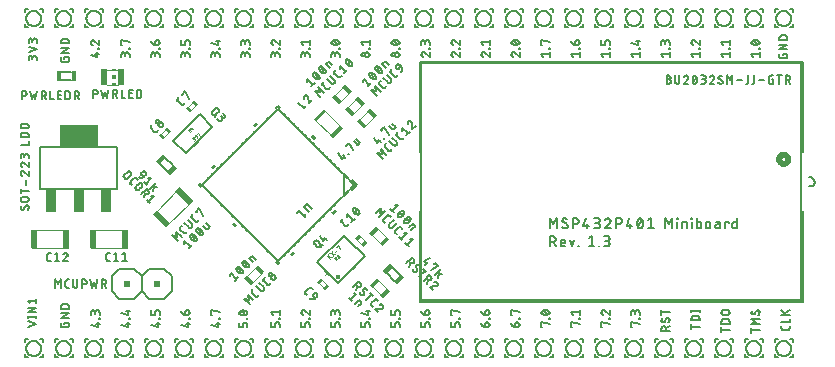
<source format=gto>
G04 EAGLE Gerber RS-274X export*
G75*
%MOMM*%
%FSLAX34Y34*%
%LPD*%
%INTop Silkscreen*%
%IPPOS*%
%AMOC8*
5,1,8,0,0,1.08239X$1,22.5*%
G01*
%ADD10C,0.127000*%
%ADD11C,0.152400*%
%ADD12C,0.177800*%
%ADD13C,0.101600*%
%ADD14R,0.500000X1.600000*%
%ADD15R,0.350000X0.800000*%
%ADD16R,0.275000X0.500000*%
%ADD17R,0.406400X0.863600*%
%ADD18R,0.300000X0.150000*%
%ADD19R,0.300000X0.300000*%
%ADD20R,0.600000X1.350000*%
%ADD21C,0.025400*%
%ADD22C,0.050800*%
%ADD23C,0.000000*%
%ADD24C,0.400000*%
%ADD25C,0.203200*%
%ADD26R,3.200400X1.854200*%
%ADD27R,0.863600X1.854200*%
%ADD28C,0.508000*%
%ADD29R,0.300000X1.199900*%
%ADD30R,0.508000X0.508000*%

G36*
X657101Y580771D02*
X657101Y580771D01*
X657103Y580770D01*
X657186Y580807D01*
X659880Y583501D01*
X659881Y583503D01*
X659883Y583504D01*
X659899Y583549D01*
X659917Y583592D01*
X659916Y583594D01*
X659917Y583596D01*
X659880Y583680D01*
X658084Y585476D01*
X658082Y585477D01*
X658081Y585479D01*
X658037Y585495D01*
X657993Y585513D01*
X657991Y585512D01*
X657989Y585513D01*
X657906Y585476D01*
X655212Y582782D01*
X655211Y582780D01*
X655209Y582779D01*
X655192Y582734D01*
X655175Y582690D01*
X655175Y582688D01*
X655175Y582686D01*
X655212Y582603D01*
X657008Y580807D01*
X657010Y580806D01*
X657011Y580804D01*
X657055Y580788D01*
X657099Y580770D01*
X657101Y580771D01*
G37*
G36*
X707157Y570160D02*
X707157Y570160D01*
X707159Y570160D01*
X707242Y570196D01*
X709039Y571992D01*
X709039Y571995D01*
X709041Y571995D01*
X709058Y572040D01*
X709075Y572084D01*
X709075Y572086D01*
X709075Y572088D01*
X709039Y572171D01*
X706344Y574865D01*
X706342Y574866D01*
X706342Y574868D01*
X706297Y574884D01*
X706253Y574902D01*
X706251Y574901D01*
X706249Y574902D01*
X706166Y574865D01*
X704370Y573069D01*
X704369Y573067D01*
X704367Y573066D01*
X704351Y573022D01*
X704333Y572978D01*
X704334Y572976D01*
X704333Y572974D01*
X704370Y572891D01*
X707064Y570196D01*
X707066Y570196D01*
X707067Y570194D01*
X707111Y570177D01*
X707155Y570159D01*
X707157Y570160D01*
G37*
G36*
X688576Y471495D02*
X688576Y471495D01*
X688578Y471494D01*
X688661Y471531D01*
X691355Y474225D01*
X691356Y474227D01*
X691358Y474228D01*
X691374Y474272D01*
X691392Y474316D01*
X691391Y474318D01*
X691392Y474320D01*
X691355Y474403D01*
X689559Y476200D01*
X689557Y476200D01*
X689556Y476202D01*
X689512Y476219D01*
X689468Y476236D01*
X689466Y476236D01*
X689464Y476236D01*
X689380Y476200D01*
X686686Y473505D01*
X686686Y473503D01*
X686684Y473503D01*
X686667Y473458D01*
X686649Y473414D01*
X686650Y473412D01*
X686650Y473410D01*
X686686Y473327D01*
X688482Y471531D01*
X688484Y471530D01*
X688485Y471528D01*
X688530Y471512D01*
X688574Y471494D01*
X688576Y471495D01*
G37*
G36*
X621737Y545407D02*
X621737Y545407D01*
X621739Y545406D01*
X621822Y545443D01*
X624516Y548137D01*
X624517Y548139D01*
X624519Y548140D01*
X624535Y548184D01*
X624553Y548228D01*
X624552Y548230D01*
X624553Y548232D01*
X624516Y548315D01*
X622720Y550111D01*
X622718Y550112D01*
X622717Y550114D01*
X622672Y550131D01*
X622629Y550148D01*
X622627Y550148D01*
X622625Y550148D01*
X622541Y550111D01*
X619847Y547417D01*
X619846Y547415D01*
X619844Y547414D01*
X619828Y547370D01*
X619810Y547326D01*
X619811Y547324D01*
X619810Y547322D01*
X619847Y547239D01*
X621643Y545443D01*
X621645Y545442D01*
X621646Y545440D01*
X621691Y545424D01*
X621735Y545406D01*
X621737Y545407D01*
G37*
G36*
X723940Y506859D02*
X723940Y506859D01*
X723942Y506858D01*
X724025Y506895D01*
X726719Y509589D01*
X726720Y509591D01*
X726722Y509592D01*
X726739Y509637D01*
X726756Y509680D01*
X726755Y509682D01*
X726756Y509685D01*
X726719Y509768D01*
X724923Y511564D01*
X724921Y511565D01*
X724920Y511567D01*
X724876Y511583D01*
X724832Y511601D01*
X724830Y511600D01*
X724828Y511601D01*
X724745Y511564D01*
X722051Y508870D01*
X722050Y508868D01*
X722048Y508867D01*
X722031Y508822D01*
X722014Y508778D01*
X722015Y508776D01*
X722014Y508774D01*
X722051Y508691D01*
X723847Y506895D01*
X723849Y506894D01*
X723850Y506892D01*
X723894Y506876D01*
X723938Y506858D01*
X723940Y506859D01*
G37*
G36*
X640317Y496249D02*
X640317Y496249D01*
X640319Y496249D01*
X640403Y496285D01*
X642199Y498081D01*
X642199Y498083D01*
X642201Y498084D01*
X642218Y498129D01*
X642236Y498173D01*
X642235Y498175D01*
X642235Y498177D01*
X642199Y498260D01*
X639504Y500954D01*
X639502Y500955D01*
X639502Y500957D01*
X639457Y500973D01*
X639413Y500991D01*
X639411Y500990D01*
X639409Y500991D01*
X639326Y500954D01*
X637530Y499158D01*
X637529Y499156D01*
X637527Y499155D01*
X637511Y499111D01*
X637493Y499067D01*
X637494Y499065D01*
X637493Y499063D01*
X637530Y498979D01*
X640224Y496285D01*
X640226Y496285D01*
X640227Y496283D01*
X640271Y496266D01*
X640315Y496248D01*
X640317Y496249D01*
G37*
D10*
X495935Y638952D02*
X495935Y640095D01*
X499745Y640095D01*
X499745Y637809D01*
X499743Y637732D01*
X499737Y637655D01*
X499727Y637578D01*
X499714Y637502D01*
X499696Y637427D01*
X499675Y637353D01*
X499650Y637280D01*
X499621Y637208D01*
X499589Y637138D01*
X499554Y637069D01*
X499514Y637003D01*
X499472Y636938D01*
X499426Y636876D01*
X499377Y636816D01*
X499326Y636759D01*
X499271Y636704D01*
X499214Y636653D01*
X499154Y636604D01*
X499092Y636558D01*
X499027Y636516D01*
X498961Y636476D01*
X498892Y636441D01*
X498822Y636409D01*
X498750Y636380D01*
X498677Y636355D01*
X498603Y636334D01*
X498528Y636316D01*
X498452Y636303D01*
X498375Y636293D01*
X498298Y636287D01*
X498221Y636285D01*
X494411Y636285D01*
X494334Y636287D01*
X494257Y636293D01*
X494180Y636303D01*
X494104Y636316D01*
X494029Y636334D01*
X493955Y636355D01*
X493882Y636380D01*
X493810Y636409D01*
X493740Y636441D01*
X493671Y636476D01*
X493605Y636516D01*
X493540Y636558D01*
X493478Y636604D01*
X493418Y636653D01*
X493361Y636704D01*
X493306Y636759D01*
X493255Y636816D01*
X493206Y636876D01*
X493160Y636938D01*
X493118Y637003D01*
X493078Y637069D01*
X493043Y637138D01*
X493011Y637208D01*
X492982Y637280D01*
X492957Y637353D01*
X492936Y637427D01*
X492918Y637502D01*
X492905Y637578D01*
X492895Y637655D01*
X492889Y637732D01*
X492887Y637809D01*
X492887Y640095D01*
X492887Y644088D02*
X499745Y644088D01*
X499745Y647898D02*
X492887Y644088D01*
X492887Y647898D02*
X499745Y647898D01*
X499745Y651891D02*
X492887Y651891D01*
X492887Y653796D01*
X492889Y653881D01*
X492895Y653967D01*
X492904Y654052D01*
X492918Y654136D01*
X492935Y654220D01*
X492956Y654303D01*
X492980Y654385D01*
X493008Y654465D01*
X493040Y654545D01*
X493076Y654623D01*
X493114Y654699D01*
X493157Y654773D01*
X493202Y654845D01*
X493251Y654916D01*
X493303Y654984D01*
X493357Y655049D01*
X493415Y655112D01*
X493476Y655173D01*
X493539Y655231D01*
X493604Y655285D01*
X493672Y655337D01*
X493743Y655386D01*
X493815Y655431D01*
X493889Y655474D01*
X493965Y655512D01*
X494043Y655548D01*
X494123Y655580D01*
X494203Y655608D01*
X494285Y655632D01*
X494368Y655653D01*
X494452Y655670D01*
X494536Y655684D01*
X494621Y655693D01*
X494707Y655699D01*
X494792Y655701D01*
X497840Y655701D01*
X497925Y655699D01*
X498011Y655693D01*
X498096Y655684D01*
X498180Y655670D01*
X498264Y655653D01*
X498347Y655632D01*
X498429Y655608D01*
X498509Y655580D01*
X498589Y655548D01*
X498667Y655512D01*
X498743Y655474D01*
X498817Y655431D01*
X498889Y655386D01*
X498960Y655337D01*
X499028Y655285D01*
X499093Y655231D01*
X499156Y655173D01*
X499217Y655112D01*
X499275Y655049D01*
X499329Y654984D01*
X499381Y654916D01*
X499430Y654845D01*
X499475Y654773D01*
X499518Y654699D01*
X499556Y654623D01*
X499592Y654545D01*
X499624Y654465D01*
X499652Y654385D01*
X499676Y654303D01*
X499697Y654220D01*
X499714Y654136D01*
X499728Y654052D01*
X499737Y653967D01*
X499743Y653881D01*
X499745Y653796D01*
X499745Y651891D01*
X495935Y415559D02*
X495935Y414416D01*
X495935Y415559D02*
X499745Y415559D01*
X499745Y413273D01*
X499743Y413196D01*
X499737Y413119D01*
X499727Y413042D01*
X499714Y412966D01*
X499696Y412891D01*
X499675Y412817D01*
X499650Y412744D01*
X499621Y412672D01*
X499589Y412602D01*
X499554Y412533D01*
X499514Y412467D01*
X499472Y412402D01*
X499426Y412340D01*
X499377Y412280D01*
X499326Y412223D01*
X499271Y412168D01*
X499214Y412117D01*
X499154Y412068D01*
X499092Y412022D01*
X499027Y411980D01*
X498961Y411940D01*
X498892Y411905D01*
X498822Y411873D01*
X498750Y411844D01*
X498677Y411819D01*
X498603Y411798D01*
X498528Y411780D01*
X498452Y411767D01*
X498375Y411757D01*
X498298Y411751D01*
X498221Y411749D01*
X494411Y411749D01*
X494334Y411751D01*
X494257Y411757D01*
X494180Y411767D01*
X494104Y411780D01*
X494029Y411798D01*
X493955Y411819D01*
X493882Y411844D01*
X493810Y411873D01*
X493740Y411905D01*
X493671Y411940D01*
X493605Y411980D01*
X493540Y412022D01*
X493478Y412068D01*
X493418Y412117D01*
X493361Y412168D01*
X493306Y412223D01*
X493255Y412280D01*
X493206Y412340D01*
X493160Y412402D01*
X493118Y412467D01*
X493078Y412533D01*
X493043Y412602D01*
X493011Y412672D01*
X492982Y412744D01*
X492957Y412817D01*
X492936Y412891D01*
X492918Y412966D01*
X492905Y413042D01*
X492895Y413119D01*
X492889Y413196D01*
X492887Y413273D01*
X492887Y415559D01*
X492887Y419552D02*
X499745Y419552D01*
X499745Y423362D02*
X492887Y419552D01*
X492887Y423362D02*
X499745Y423362D01*
X499745Y427355D02*
X492887Y427355D01*
X492887Y429260D01*
X492889Y429345D01*
X492895Y429431D01*
X492904Y429516D01*
X492918Y429600D01*
X492935Y429684D01*
X492956Y429767D01*
X492980Y429849D01*
X493008Y429929D01*
X493040Y430009D01*
X493076Y430087D01*
X493114Y430163D01*
X493157Y430237D01*
X493202Y430309D01*
X493251Y430380D01*
X493303Y430448D01*
X493357Y430513D01*
X493415Y430576D01*
X493476Y430637D01*
X493539Y430695D01*
X493604Y430749D01*
X493672Y430801D01*
X493743Y430850D01*
X493815Y430895D01*
X493889Y430938D01*
X493965Y430976D01*
X494043Y431012D01*
X494123Y431044D01*
X494203Y431072D01*
X494285Y431096D01*
X494368Y431117D01*
X494452Y431134D01*
X494536Y431148D01*
X494621Y431157D01*
X494707Y431163D01*
X494792Y431165D01*
X497840Y431165D01*
X497925Y431163D01*
X498011Y431157D01*
X498096Y431148D01*
X498180Y431134D01*
X498264Y431117D01*
X498347Y431096D01*
X498429Y431072D01*
X498509Y431044D01*
X498589Y431012D01*
X498667Y430976D01*
X498743Y430938D01*
X498817Y430895D01*
X498889Y430850D01*
X498960Y430801D01*
X499028Y430749D01*
X499093Y430695D01*
X499156Y430637D01*
X499217Y430576D01*
X499275Y430513D01*
X499329Y430448D01*
X499381Y430380D01*
X499430Y430309D01*
X499475Y430237D01*
X499518Y430163D01*
X499556Y430087D01*
X499592Y430009D01*
X499624Y429929D01*
X499652Y429849D01*
X499676Y429767D01*
X499697Y429684D01*
X499714Y429600D01*
X499728Y429516D01*
X499737Y429431D01*
X499743Y429345D01*
X499745Y429260D01*
X499745Y427355D01*
X1104265Y641858D02*
X1104265Y643001D01*
X1108075Y643001D01*
X1108075Y640715D01*
X1108073Y640638D01*
X1108067Y640561D01*
X1108057Y640484D01*
X1108044Y640408D01*
X1108026Y640333D01*
X1108005Y640259D01*
X1107980Y640186D01*
X1107951Y640114D01*
X1107919Y640044D01*
X1107884Y639975D01*
X1107844Y639909D01*
X1107802Y639844D01*
X1107756Y639782D01*
X1107707Y639722D01*
X1107656Y639665D01*
X1107601Y639610D01*
X1107544Y639559D01*
X1107484Y639510D01*
X1107422Y639464D01*
X1107357Y639422D01*
X1107291Y639382D01*
X1107222Y639347D01*
X1107152Y639315D01*
X1107080Y639286D01*
X1107007Y639261D01*
X1106933Y639240D01*
X1106858Y639222D01*
X1106782Y639209D01*
X1106705Y639199D01*
X1106628Y639193D01*
X1106551Y639191D01*
X1102741Y639191D01*
X1102664Y639193D01*
X1102587Y639199D01*
X1102510Y639209D01*
X1102434Y639222D01*
X1102359Y639240D01*
X1102285Y639261D01*
X1102212Y639286D01*
X1102140Y639315D01*
X1102070Y639347D01*
X1102001Y639382D01*
X1101935Y639422D01*
X1101870Y639464D01*
X1101808Y639510D01*
X1101748Y639559D01*
X1101691Y639610D01*
X1101636Y639665D01*
X1101585Y639722D01*
X1101536Y639782D01*
X1101490Y639844D01*
X1101448Y639909D01*
X1101408Y639975D01*
X1101373Y640044D01*
X1101341Y640114D01*
X1101312Y640186D01*
X1101287Y640259D01*
X1101266Y640333D01*
X1101248Y640408D01*
X1101235Y640484D01*
X1101225Y640561D01*
X1101219Y640638D01*
X1101217Y640715D01*
X1101217Y643001D01*
X1101217Y646994D02*
X1108075Y646994D01*
X1108075Y650804D02*
X1101217Y646994D01*
X1101217Y650804D02*
X1108075Y650804D01*
X1108075Y654797D02*
X1101217Y654797D01*
X1101217Y656702D01*
X1101219Y656787D01*
X1101225Y656873D01*
X1101234Y656958D01*
X1101248Y657042D01*
X1101265Y657126D01*
X1101286Y657209D01*
X1101310Y657291D01*
X1101338Y657371D01*
X1101370Y657451D01*
X1101406Y657529D01*
X1101444Y657605D01*
X1101487Y657679D01*
X1101532Y657751D01*
X1101581Y657822D01*
X1101633Y657890D01*
X1101687Y657955D01*
X1101745Y658018D01*
X1101806Y658079D01*
X1101869Y658137D01*
X1101934Y658191D01*
X1102002Y658243D01*
X1102073Y658292D01*
X1102145Y658337D01*
X1102219Y658380D01*
X1102295Y658418D01*
X1102373Y658454D01*
X1102453Y658486D01*
X1102533Y658514D01*
X1102615Y658538D01*
X1102698Y658559D01*
X1102782Y658576D01*
X1102866Y658590D01*
X1102951Y658599D01*
X1103037Y658605D01*
X1103122Y658607D01*
X1106170Y658607D01*
X1106255Y658605D01*
X1106341Y658599D01*
X1106426Y658590D01*
X1106510Y658576D01*
X1106594Y658559D01*
X1106677Y658538D01*
X1106759Y658514D01*
X1106839Y658486D01*
X1106919Y658454D01*
X1106997Y658418D01*
X1107073Y658380D01*
X1107147Y658337D01*
X1107219Y658292D01*
X1107290Y658243D01*
X1107358Y658191D01*
X1107423Y658137D01*
X1107486Y658079D01*
X1107547Y658018D01*
X1107605Y657955D01*
X1107659Y657890D01*
X1107711Y657822D01*
X1107760Y657751D01*
X1107805Y657679D01*
X1107848Y657605D01*
X1107886Y657529D01*
X1107922Y657451D01*
X1107954Y657371D01*
X1107982Y657291D01*
X1108006Y657209D01*
X1108027Y657126D01*
X1108044Y657042D01*
X1108058Y656958D01*
X1108067Y656873D01*
X1108073Y656787D01*
X1108075Y656702D01*
X1108075Y654797D01*
D11*
X907034Y503936D02*
X907034Y495300D01*
X909913Y499138D02*
X907034Y503936D01*
X909913Y499138D02*
X912791Y503936D01*
X912791Y495300D01*
X920146Y495300D02*
X920232Y495302D01*
X920318Y495308D01*
X920404Y495317D01*
X920489Y495331D01*
X920573Y495348D01*
X920657Y495369D01*
X920739Y495394D01*
X920820Y495422D01*
X920900Y495454D01*
X920979Y495490D01*
X921055Y495529D01*
X921130Y495572D01*
X921203Y495617D01*
X921274Y495667D01*
X921342Y495719D01*
X921409Y495774D01*
X921472Y495832D01*
X921533Y495893D01*
X921591Y495956D01*
X921646Y496023D01*
X921699Y496091D01*
X921748Y496162D01*
X921793Y496235D01*
X921836Y496310D01*
X921875Y496386D01*
X921911Y496465D01*
X921943Y496545D01*
X921971Y496626D01*
X921996Y496708D01*
X922017Y496792D01*
X922034Y496876D01*
X922048Y496961D01*
X922057Y497047D01*
X922063Y497133D01*
X922065Y497219D01*
X920146Y495300D02*
X920023Y495302D01*
X919900Y495307D01*
X919777Y495317D01*
X919655Y495330D01*
X919533Y495347D01*
X919411Y495367D01*
X919291Y495391D01*
X919171Y495419D01*
X919052Y495450D01*
X918934Y495485D01*
X918817Y495524D01*
X918701Y495566D01*
X918587Y495612D01*
X918474Y495661D01*
X918363Y495713D01*
X918253Y495769D01*
X918145Y495828D01*
X918039Y495891D01*
X917934Y495956D01*
X917832Y496025D01*
X917732Y496097D01*
X917635Y496172D01*
X917539Y496249D01*
X917446Y496330D01*
X917355Y496413D01*
X917267Y496499D01*
X917507Y502017D02*
X917509Y502103D01*
X917515Y502189D01*
X917524Y502275D01*
X917538Y502360D01*
X917555Y502444D01*
X917576Y502528D01*
X917601Y502610D01*
X917629Y502691D01*
X917661Y502771D01*
X917697Y502850D01*
X917736Y502926D01*
X917779Y503001D01*
X917824Y503074D01*
X917873Y503145D01*
X917926Y503213D01*
X917981Y503280D01*
X918039Y503343D01*
X918100Y503404D01*
X918163Y503462D01*
X918230Y503517D01*
X918298Y503570D01*
X918369Y503619D01*
X918442Y503664D01*
X918517Y503707D01*
X918593Y503746D01*
X918672Y503782D01*
X918752Y503814D01*
X918833Y503842D01*
X918915Y503867D01*
X918999Y503888D01*
X919083Y503905D01*
X919168Y503919D01*
X919254Y503928D01*
X919340Y503934D01*
X919426Y503936D01*
X919542Y503934D01*
X919657Y503929D01*
X919773Y503919D01*
X919888Y503906D01*
X920002Y503890D01*
X920116Y503869D01*
X920230Y503845D01*
X920342Y503817D01*
X920453Y503786D01*
X920564Y503751D01*
X920673Y503713D01*
X920781Y503671D01*
X920887Y503626D01*
X920993Y503577D01*
X921096Y503525D01*
X921198Y503470D01*
X921297Y503411D01*
X921395Y503349D01*
X921491Y503284D01*
X921585Y503216D01*
X918466Y500338D02*
X918392Y500384D01*
X918319Y500434D01*
X918249Y500487D01*
X918181Y500543D01*
X918116Y500602D01*
X918053Y500664D01*
X917994Y500729D01*
X917937Y500796D01*
X917883Y500866D01*
X917833Y500938D01*
X917786Y501012D01*
X917742Y501088D01*
X917702Y501167D01*
X917666Y501247D01*
X917633Y501328D01*
X917604Y501411D01*
X917578Y501496D01*
X917556Y501581D01*
X917539Y501667D01*
X917525Y501754D01*
X917515Y501841D01*
X917509Y501929D01*
X917507Y502017D01*
X921106Y498898D02*
X921180Y498852D01*
X921253Y498802D01*
X921323Y498749D01*
X921391Y498693D01*
X921456Y498634D01*
X921519Y498572D01*
X921578Y498507D01*
X921635Y498440D01*
X921689Y498370D01*
X921739Y498298D01*
X921786Y498224D01*
X921830Y498148D01*
X921870Y498069D01*
X921906Y497989D01*
X921939Y497908D01*
X921968Y497825D01*
X921994Y497740D01*
X922016Y497655D01*
X922033Y497569D01*
X922047Y497482D01*
X922057Y497395D01*
X922063Y497307D01*
X922065Y497219D01*
X921106Y498898D02*
X918467Y500338D01*
X926606Y503936D02*
X926606Y495300D01*
X926606Y503936D02*
X929005Y503936D01*
X929102Y503934D01*
X929198Y503928D01*
X929294Y503919D01*
X929390Y503905D01*
X929485Y503888D01*
X929579Y503866D01*
X929672Y503841D01*
X929765Y503813D01*
X929856Y503780D01*
X929945Y503744D01*
X930033Y503704D01*
X930120Y503661D01*
X930205Y503615D01*
X930287Y503565D01*
X930368Y503511D01*
X930446Y503455D01*
X930522Y503395D01*
X930596Y503333D01*
X930667Y503267D01*
X930735Y503199D01*
X930801Y503128D01*
X930863Y503054D01*
X930923Y502978D01*
X930979Y502900D01*
X931033Y502819D01*
X931083Y502737D01*
X931129Y502652D01*
X931172Y502565D01*
X931212Y502477D01*
X931248Y502388D01*
X931281Y502297D01*
X931309Y502204D01*
X931334Y502111D01*
X931356Y502017D01*
X931373Y501922D01*
X931387Y501826D01*
X931396Y501730D01*
X931402Y501634D01*
X931404Y501537D01*
X931402Y501440D01*
X931396Y501344D01*
X931387Y501248D01*
X931373Y501152D01*
X931356Y501057D01*
X931334Y500963D01*
X931309Y500870D01*
X931281Y500777D01*
X931248Y500686D01*
X931212Y500597D01*
X931172Y500509D01*
X931129Y500422D01*
X931083Y500338D01*
X931033Y500255D01*
X930979Y500174D01*
X930923Y500096D01*
X930863Y500020D01*
X930801Y499946D01*
X930735Y499875D01*
X930667Y499807D01*
X930596Y499741D01*
X930522Y499679D01*
X930446Y499619D01*
X930368Y499563D01*
X930287Y499509D01*
X930205Y499459D01*
X930120Y499413D01*
X930033Y499370D01*
X929945Y499330D01*
X929856Y499294D01*
X929765Y499261D01*
X929672Y499233D01*
X929579Y499208D01*
X929485Y499186D01*
X929390Y499169D01*
X929294Y499155D01*
X929198Y499146D01*
X929102Y499140D01*
X929005Y499138D01*
X926606Y499138D01*
X935251Y497219D02*
X937170Y503936D01*
X935251Y497219D02*
X940048Y497219D01*
X938609Y499138D02*
X938609Y495300D01*
X944395Y495300D02*
X946793Y495300D01*
X946890Y495302D01*
X946986Y495308D01*
X947082Y495317D01*
X947178Y495331D01*
X947273Y495348D01*
X947367Y495370D01*
X947460Y495395D01*
X947553Y495423D01*
X947644Y495456D01*
X947733Y495492D01*
X947821Y495532D01*
X947908Y495575D01*
X947993Y495621D01*
X948075Y495671D01*
X948156Y495725D01*
X948234Y495781D01*
X948310Y495841D01*
X948384Y495903D01*
X948455Y495969D01*
X948523Y496037D01*
X948589Y496108D01*
X948651Y496182D01*
X948711Y496258D01*
X948767Y496336D01*
X948821Y496417D01*
X948871Y496500D01*
X948917Y496584D01*
X948960Y496671D01*
X949000Y496759D01*
X949036Y496848D01*
X949069Y496939D01*
X949097Y497032D01*
X949122Y497125D01*
X949144Y497219D01*
X949161Y497314D01*
X949175Y497410D01*
X949184Y497506D01*
X949190Y497602D01*
X949192Y497699D01*
X949190Y497796D01*
X949184Y497892D01*
X949175Y497988D01*
X949161Y498084D01*
X949144Y498179D01*
X949122Y498273D01*
X949097Y498366D01*
X949069Y498459D01*
X949036Y498550D01*
X949000Y498639D01*
X948960Y498727D01*
X948917Y498814D01*
X948871Y498899D01*
X948821Y498981D01*
X948767Y499062D01*
X948711Y499140D01*
X948651Y499216D01*
X948589Y499290D01*
X948523Y499361D01*
X948455Y499429D01*
X948384Y499495D01*
X948310Y499557D01*
X948234Y499617D01*
X948156Y499673D01*
X948075Y499727D01*
X947993Y499777D01*
X947908Y499823D01*
X947821Y499866D01*
X947733Y499906D01*
X947644Y499942D01*
X947553Y499975D01*
X947460Y500003D01*
X947367Y500028D01*
X947273Y500050D01*
X947178Y500067D01*
X947082Y500081D01*
X946986Y500090D01*
X946890Y500096D01*
X946793Y500098D01*
X947273Y503936D02*
X944395Y503936D01*
X947273Y503936D02*
X947359Y503934D01*
X947445Y503928D01*
X947531Y503919D01*
X947616Y503905D01*
X947700Y503888D01*
X947784Y503867D01*
X947866Y503842D01*
X947947Y503814D01*
X948027Y503782D01*
X948106Y503746D01*
X948182Y503707D01*
X948257Y503664D01*
X948330Y503619D01*
X948401Y503570D01*
X948469Y503517D01*
X948536Y503462D01*
X948599Y503404D01*
X948660Y503343D01*
X948718Y503280D01*
X948773Y503213D01*
X948826Y503145D01*
X948875Y503074D01*
X948920Y503001D01*
X948963Y502926D01*
X949002Y502850D01*
X949038Y502771D01*
X949070Y502691D01*
X949098Y502610D01*
X949123Y502528D01*
X949144Y502444D01*
X949161Y502360D01*
X949175Y502275D01*
X949184Y502189D01*
X949190Y502103D01*
X949192Y502017D01*
X949190Y501931D01*
X949184Y501845D01*
X949175Y501759D01*
X949161Y501674D01*
X949144Y501590D01*
X949123Y501506D01*
X949098Y501424D01*
X949070Y501343D01*
X949038Y501263D01*
X949002Y501184D01*
X948963Y501108D01*
X948920Y501033D01*
X948875Y500960D01*
X948826Y500889D01*
X948773Y500821D01*
X948718Y500754D01*
X948660Y500691D01*
X948599Y500630D01*
X948536Y500572D01*
X948469Y500517D01*
X948401Y500464D01*
X948330Y500415D01*
X948257Y500370D01*
X948182Y500327D01*
X948106Y500288D01*
X948027Y500252D01*
X947947Y500220D01*
X947866Y500192D01*
X947784Y500167D01*
X947700Y500146D01*
X947616Y500129D01*
X947531Y500115D01*
X947445Y500106D01*
X947359Y500100D01*
X947273Y500098D01*
X945354Y500098D01*
X956177Y503936D02*
X956269Y503934D01*
X956360Y503928D01*
X956451Y503919D01*
X956542Y503905D01*
X956632Y503888D01*
X956721Y503866D01*
X956809Y503841D01*
X956896Y503813D01*
X956982Y503780D01*
X957066Y503744D01*
X957149Y503705D01*
X957230Y503662D01*
X957309Y503615D01*
X957386Y503566D01*
X957461Y503513D01*
X957533Y503457D01*
X957603Y503398D01*
X957671Y503336D01*
X957736Y503271D01*
X957798Y503203D01*
X957857Y503133D01*
X957913Y503061D01*
X957966Y502986D01*
X958015Y502909D01*
X958062Y502830D01*
X958105Y502749D01*
X958144Y502666D01*
X958180Y502582D01*
X958213Y502496D01*
X958241Y502409D01*
X958266Y502321D01*
X958288Y502232D01*
X958305Y502142D01*
X958319Y502051D01*
X958328Y501960D01*
X958334Y501869D01*
X958336Y501777D01*
X956177Y503936D02*
X956074Y503934D01*
X955972Y503928D01*
X955870Y503919D01*
X955768Y503906D01*
X955667Y503889D01*
X955566Y503868D01*
X955467Y503844D01*
X955368Y503815D01*
X955271Y503784D01*
X955174Y503748D01*
X955079Y503710D01*
X954986Y503667D01*
X954894Y503621D01*
X954804Y503572D01*
X954716Y503520D01*
X954629Y503464D01*
X954545Y503405D01*
X954464Y503344D01*
X954384Y503279D01*
X954307Y503211D01*
X954232Y503140D01*
X954161Y503067D01*
X954092Y502991D01*
X954025Y502913D01*
X953962Y502832D01*
X953902Y502749D01*
X953845Y502664D01*
X953791Y502577D01*
X953740Y502487D01*
X953693Y502396D01*
X953649Y502304D01*
X953608Y502209D01*
X953571Y502114D01*
X953538Y502017D01*
X957616Y500098D02*
X957683Y500164D01*
X957747Y500233D01*
X957808Y500304D01*
X957866Y500378D01*
X957921Y500454D01*
X957973Y500532D01*
X958022Y500612D01*
X958068Y500694D01*
X958110Y500778D01*
X958149Y500864D01*
X958184Y500951D01*
X958215Y501039D01*
X958243Y501129D01*
X958268Y501219D01*
X958289Y501311D01*
X958306Y501403D01*
X958319Y501496D01*
X958328Y501589D01*
X958334Y501683D01*
X958336Y501777D01*
X957617Y500098D02*
X953539Y495300D01*
X958336Y495300D01*
X963182Y495300D02*
X963182Y503936D01*
X965581Y503936D01*
X965678Y503934D01*
X965774Y503928D01*
X965870Y503919D01*
X965966Y503905D01*
X966061Y503888D01*
X966155Y503866D01*
X966248Y503841D01*
X966341Y503813D01*
X966432Y503780D01*
X966521Y503744D01*
X966609Y503704D01*
X966696Y503661D01*
X966781Y503615D01*
X966863Y503565D01*
X966944Y503511D01*
X967022Y503455D01*
X967098Y503395D01*
X967172Y503333D01*
X967243Y503267D01*
X967311Y503199D01*
X967377Y503128D01*
X967439Y503054D01*
X967499Y502978D01*
X967555Y502900D01*
X967609Y502819D01*
X967659Y502737D01*
X967705Y502652D01*
X967748Y502565D01*
X967788Y502477D01*
X967824Y502388D01*
X967857Y502297D01*
X967885Y502204D01*
X967910Y502111D01*
X967932Y502017D01*
X967949Y501922D01*
X967963Y501826D01*
X967972Y501730D01*
X967978Y501634D01*
X967980Y501537D01*
X967978Y501440D01*
X967972Y501344D01*
X967963Y501248D01*
X967949Y501152D01*
X967932Y501057D01*
X967910Y500963D01*
X967885Y500870D01*
X967857Y500777D01*
X967824Y500686D01*
X967788Y500597D01*
X967748Y500509D01*
X967705Y500422D01*
X967659Y500338D01*
X967609Y500255D01*
X967555Y500174D01*
X967499Y500096D01*
X967439Y500020D01*
X967377Y499946D01*
X967311Y499875D01*
X967243Y499807D01*
X967172Y499741D01*
X967098Y499679D01*
X967022Y499619D01*
X966944Y499563D01*
X966863Y499509D01*
X966781Y499459D01*
X966696Y499413D01*
X966609Y499370D01*
X966521Y499330D01*
X966432Y499294D01*
X966341Y499261D01*
X966248Y499233D01*
X966155Y499208D01*
X966061Y499186D01*
X965966Y499169D01*
X965870Y499155D01*
X965774Y499146D01*
X965678Y499140D01*
X965581Y499138D01*
X963182Y499138D01*
X971826Y497219D02*
X973746Y503936D01*
X971826Y497219D02*
X976624Y497219D01*
X975185Y499138D02*
X975185Y495300D01*
X980970Y499618D02*
X980972Y499788D01*
X980978Y499958D01*
X980988Y500127D01*
X981002Y500297D01*
X981021Y500466D01*
X981043Y500634D01*
X981069Y500802D01*
X981099Y500969D01*
X981134Y501135D01*
X981172Y501301D01*
X981214Y501466D01*
X981260Y501629D01*
X981310Y501792D01*
X981364Y501953D01*
X981421Y502113D01*
X981483Y502271D01*
X981548Y502428D01*
X981617Y502583D01*
X981690Y502737D01*
X981718Y502813D01*
X981750Y502888D01*
X981785Y502962D01*
X981823Y503034D01*
X981865Y503104D01*
X981910Y503172D01*
X981958Y503238D01*
X982009Y503302D01*
X982063Y503363D01*
X982119Y503422D01*
X982179Y503478D01*
X982240Y503531D01*
X982304Y503581D01*
X982371Y503629D01*
X982439Y503673D01*
X982510Y503714D01*
X982582Y503752D01*
X982656Y503786D01*
X982731Y503817D01*
X982808Y503845D01*
X982886Y503869D01*
X982965Y503889D01*
X983045Y503906D01*
X983125Y503919D01*
X983206Y503929D01*
X983287Y503934D01*
X983369Y503936D01*
X983451Y503934D01*
X983532Y503929D01*
X983613Y503919D01*
X983693Y503906D01*
X983773Y503889D01*
X983852Y503869D01*
X983930Y503845D01*
X984007Y503817D01*
X984082Y503786D01*
X984156Y503752D01*
X984228Y503714D01*
X984299Y503673D01*
X984367Y503629D01*
X984434Y503581D01*
X984498Y503531D01*
X984559Y503478D01*
X984619Y503422D01*
X984675Y503363D01*
X984729Y503302D01*
X984780Y503238D01*
X984828Y503172D01*
X984873Y503104D01*
X984915Y503034D01*
X984953Y502962D01*
X984988Y502888D01*
X985020Y502813D01*
X985048Y502737D01*
X985049Y502737D02*
X985122Y502583D01*
X985191Y502428D01*
X985256Y502271D01*
X985318Y502113D01*
X985375Y501953D01*
X985429Y501792D01*
X985479Y501629D01*
X985525Y501466D01*
X985567Y501301D01*
X985605Y501135D01*
X985640Y500969D01*
X985670Y500802D01*
X985696Y500634D01*
X985718Y500466D01*
X985737Y500297D01*
X985751Y500127D01*
X985761Y499958D01*
X985767Y499788D01*
X985769Y499618D01*
X980970Y499618D02*
X980972Y499448D01*
X980978Y499278D01*
X980988Y499109D01*
X981002Y498939D01*
X981021Y498770D01*
X981043Y498602D01*
X981069Y498434D01*
X981099Y498267D01*
X981134Y498101D01*
X981172Y497935D01*
X981214Y497770D01*
X981260Y497607D01*
X981310Y497445D01*
X981364Y497283D01*
X981421Y497124D01*
X981483Y496965D01*
X981548Y496808D01*
X981617Y496653D01*
X981690Y496499D01*
X981718Y496423D01*
X981750Y496348D01*
X981785Y496274D01*
X981823Y496202D01*
X981865Y496132D01*
X981910Y496064D01*
X981958Y495998D01*
X982009Y495934D01*
X982063Y495873D01*
X982119Y495814D01*
X982179Y495758D01*
X982240Y495705D01*
X982304Y495655D01*
X982371Y495607D01*
X982439Y495563D01*
X982510Y495522D01*
X982582Y495484D01*
X982656Y495450D01*
X982731Y495419D01*
X982808Y495391D01*
X982886Y495367D01*
X982965Y495347D01*
X983045Y495330D01*
X983125Y495317D01*
X983206Y495307D01*
X983287Y495302D01*
X983369Y495300D01*
X985048Y496499D02*
X985121Y496653D01*
X985190Y496808D01*
X985255Y496965D01*
X985317Y497124D01*
X985374Y497283D01*
X985428Y497445D01*
X985478Y497607D01*
X985524Y497770D01*
X985566Y497935D01*
X985604Y498101D01*
X985639Y498267D01*
X985669Y498434D01*
X985695Y498602D01*
X985717Y498770D01*
X985736Y498939D01*
X985750Y499109D01*
X985760Y499278D01*
X985766Y499448D01*
X985768Y499618D01*
X985048Y496499D02*
X985020Y496423D01*
X984988Y496348D01*
X984953Y496274D01*
X984915Y496202D01*
X984873Y496132D01*
X984828Y496064D01*
X984780Y495998D01*
X984729Y495934D01*
X984675Y495873D01*
X984619Y495814D01*
X984559Y495758D01*
X984498Y495705D01*
X984434Y495655D01*
X984367Y495607D01*
X984299Y495563D01*
X984228Y495522D01*
X984156Y495484D01*
X984082Y495450D01*
X984007Y495419D01*
X983930Y495391D01*
X983852Y495367D01*
X983773Y495347D01*
X983693Y495330D01*
X983613Y495317D01*
X983532Y495307D01*
X983451Y495302D01*
X983369Y495300D01*
X981450Y497219D02*
X985288Y502017D01*
X990114Y502017D02*
X992513Y503936D01*
X992513Y495300D01*
X990114Y495300D02*
X994912Y495300D01*
X1004570Y495300D02*
X1004570Y503936D01*
X1007449Y499138D01*
X1010327Y503936D01*
X1010327Y495300D01*
X1014764Y495300D02*
X1014764Y501057D01*
X1014524Y503456D02*
X1014524Y503936D01*
X1015004Y503936D01*
X1015004Y503456D01*
X1014524Y503456D01*
X1018941Y501057D02*
X1018941Y495300D01*
X1018941Y501057D02*
X1021339Y501057D01*
X1021414Y501055D01*
X1021489Y501049D01*
X1021564Y501039D01*
X1021638Y501026D01*
X1021711Y501008D01*
X1021784Y500987D01*
X1021855Y500961D01*
X1021924Y500933D01*
X1021992Y500900D01*
X1022058Y500864D01*
X1022123Y500825D01*
X1022185Y500782D01*
X1022245Y500736D01*
X1022302Y500687D01*
X1022357Y500636D01*
X1022408Y500581D01*
X1022457Y500524D01*
X1022503Y500464D01*
X1022546Y500402D01*
X1022585Y500338D01*
X1022621Y500271D01*
X1022654Y500203D01*
X1022682Y500134D01*
X1022708Y500063D01*
X1022729Y499990D01*
X1022747Y499917D01*
X1022760Y499843D01*
X1022770Y499768D01*
X1022776Y499693D01*
X1022778Y499618D01*
X1022779Y499618D02*
X1022779Y495300D01*
X1026956Y495300D02*
X1026956Y501057D01*
X1026716Y503456D02*
X1026716Y503936D01*
X1027195Y503936D01*
X1027195Y503456D01*
X1026716Y503456D01*
X1031200Y503936D02*
X1031200Y495300D01*
X1033599Y495300D01*
X1033674Y495302D01*
X1033749Y495308D01*
X1033824Y495318D01*
X1033898Y495331D01*
X1033971Y495349D01*
X1034044Y495370D01*
X1034115Y495396D01*
X1034184Y495424D01*
X1034252Y495457D01*
X1034318Y495493D01*
X1034383Y495532D01*
X1034445Y495575D01*
X1034505Y495621D01*
X1034562Y495670D01*
X1034617Y495721D01*
X1034668Y495776D01*
X1034717Y495833D01*
X1034763Y495893D01*
X1034806Y495955D01*
X1034845Y496019D01*
X1034881Y496086D01*
X1034914Y496154D01*
X1034942Y496223D01*
X1034968Y496294D01*
X1034989Y496367D01*
X1035007Y496440D01*
X1035020Y496514D01*
X1035030Y496589D01*
X1035036Y496664D01*
X1035038Y496739D01*
X1035038Y499618D01*
X1035036Y499693D01*
X1035030Y499768D01*
X1035020Y499843D01*
X1035007Y499917D01*
X1034989Y499990D01*
X1034968Y500063D01*
X1034942Y500134D01*
X1034914Y500203D01*
X1034881Y500271D01*
X1034845Y500338D01*
X1034806Y500402D01*
X1034763Y500464D01*
X1034717Y500524D01*
X1034668Y500581D01*
X1034617Y500636D01*
X1034562Y500687D01*
X1034505Y500736D01*
X1034445Y500782D01*
X1034383Y500825D01*
X1034319Y500864D01*
X1034252Y500900D01*
X1034184Y500933D01*
X1034115Y500961D01*
X1034044Y500987D01*
X1033971Y501008D01*
X1033898Y501026D01*
X1033824Y501039D01*
X1033749Y501049D01*
X1033674Y501055D01*
X1033599Y501057D01*
X1031200Y501057D01*
X1039057Y499138D02*
X1039057Y497219D01*
X1039057Y499138D02*
X1039059Y499224D01*
X1039065Y499310D01*
X1039074Y499396D01*
X1039088Y499481D01*
X1039105Y499565D01*
X1039126Y499649D01*
X1039151Y499731D01*
X1039179Y499812D01*
X1039211Y499892D01*
X1039247Y499971D01*
X1039286Y500047D01*
X1039329Y500122D01*
X1039374Y500195D01*
X1039423Y500266D01*
X1039476Y500334D01*
X1039531Y500401D01*
X1039589Y500464D01*
X1039650Y500525D01*
X1039713Y500583D01*
X1039780Y500638D01*
X1039848Y500691D01*
X1039919Y500740D01*
X1039992Y500785D01*
X1040067Y500828D01*
X1040143Y500867D01*
X1040222Y500903D01*
X1040302Y500935D01*
X1040383Y500963D01*
X1040465Y500988D01*
X1040549Y501009D01*
X1040633Y501026D01*
X1040718Y501040D01*
X1040804Y501049D01*
X1040890Y501055D01*
X1040976Y501057D01*
X1041062Y501055D01*
X1041148Y501049D01*
X1041234Y501040D01*
X1041319Y501026D01*
X1041403Y501009D01*
X1041487Y500988D01*
X1041569Y500963D01*
X1041650Y500935D01*
X1041730Y500903D01*
X1041809Y500867D01*
X1041885Y500828D01*
X1041960Y500785D01*
X1042033Y500740D01*
X1042104Y500691D01*
X1042172Y500638D01*
X1042239Y500583D01*
X1042302Y500525D01*
X1042363Y500464D01*
X1042421Y500401D01*
X1042476Y500334D01*
X1042529Y500266D01*
X1042578Y500195D01*
X1042623Y500122D01*
X1042666Y500047D01*
X1042705Y499971D01*
X1042741Y499892D01*
X1042773Y499812D01*
X1042801Y499731D01*
X1042826Y499649D01*
X1042847Y499565D01*
X1042864Y499481D01*
X1042878Y499396D01*
X1042887Y499310D01*
X1042893Y499224D01*
X1042895Y499138D01*
X1042895Y497219D01*
X1042893Y497133D01*
X1042887Y497047D01*
X1042878Y496961D01*
X1042864Y496876D01*
X1042847Y496792D01*
X1042826Y496708D01*
X1042801Y496626D01*
X1042773Y496545D01*
X1042741Y496465D01*
X1042705Y496386D01*
X1042666Y496310D01*
X1042623Y496235D01*
X1042578Y496162D01*
X1042529Y496091D01*
X1042476Y496023D01*
X1042421Y495956D01*
X1042363Y495893D01*
X1042302Y495832D01*
X1042239Y495774D01*
X1042172Y495719D01*
X1042104Y495666D01*
X1042033Y495617D01*
X1041960Y495572D01*
X1041885Y495529D01*
X1041809Y495490D01*
X1041730Y495454D01*
X1041650Y495422D01*
X1041569Y495394D01*
X1041487Y495369D01*
X1041403Y495348D01*
X1041319Y495331D01*
X1041234Y495317D01*
X1041148Y495308D01*
X1041062Y495302D01*
X1040976Y495300D01*
X1040890Y495302D01*
X1040804Y495308D01*
X1040718Y495317D01*
X1040633Y495331D01*
X1040549Y495348D01*
X1040465Y495369D01*
X1040383Y495394D01*
X1040302Y495422D01*
X1040222Y495454D01*
X1040143Y495490D01*
X1040067Y495529D01*
X1039992Y495572D01*
X1039919Y495617D01*
X1039848Y495666D01*
X1039780Y495719D01*
X1039713Y495774D01*
X1039650Y495832D01*
X1039589Y495893D01*
X1039531Y495956D01*
X1039476Y496023D01*
X1039423Y496091D01*
X1039374Y496162D01*
X1039329Y496235D01*
X1039286Y496310D01*
X1039247Y496386D01*
X1039211Y496465D01*
X1039179Y496545D01*
X1039151Y496626D01*
X1039126Y496708D01*
X1039105Y496792D01*
X1039088Y496876D01*
X1039074Y496961D01*
X1039065Y497047D01*
X1039059Y497133D01*
X1039057Y497219D01*
X1048593Y498658D02*
X1050752Y498658D01*
X1048593Y498658D02*
X1048512Y498656D01*
X1048431Y498650D01*
X1048350Y498640D01*
X1048270Y498627D01*
X1048191Y498609D01*
X1048113Y498588D01*
X1048036Y498563D01*
X1047960Y498534D01*
X1047885Y498502D01*
X1047813Y498466D01*
X1047742Y498426D01*
X1047673Y498383D01*
X1047606Y498337D01*
X1047542Y498288D01*
X1047480Y498236D01*
X1047420Y498180D01*
X1047364Y498122D01*
X1047310Y498062D01*
X1047259Y497998D01*
X1047211Y497933D01*
X1047167Y497865D01*
X1047126Y497795D01*
X1047088Y497723D01*
X1047054Y497650D01*
X1047023Y497574D01*
X1046996Y497498D01*
X1046973Y497420D01*
X1046954Y497341D01*
X1046938Y497262D01*
X1046926Y497181D01*
X1046918Y497101D01*
X1046914Y497020D01*
X1046914Y496938D01*
X1046918Y496857D01*
X1046926Y496777D01*
X1046938Y496696D01*
X1046954Y496617D01*
X1046973Y496538D01*
X1046996Y496460D01*
X1047023Y496384D01*
X1047054Y496308D01*
X1047088Y496235D01*
X1047126Y496163D01*
X1047167Y496093D01*
X1047211Y496025D01*
X1047259Y495960D01*
X1047310Y495896D01*
X1047364Y495836D01*
X1047420Y495778D01*
X1047480Y495722D01*
X1047542Y495670D01*
X1047606Y495621D01*
X1047673Y495575D01*
X1047742Y495532D01*
X1047813Y495492D01*
X1047885Y495456D01*
X1047960Y495424D01*
X1048036Y495395D01*
X1048113Y495370D01*
X1048191Y495349D01*
X1048270Y495331D01*
X1048350Y495318D01*
X1048431Y495308D01*
X1048512Y495302D01*
X1048593Y495300D01*
X1050752Y495300D01*
X1050752Y499618D01*
X1050750Y499693D01*
X1050744Y499768D01*
X1050734Y499843D01*
X1050721Y499917D01*
X1050703Y499990D01*
X1050682Y500063D01*
X1050656Y500134D01*
X1050628Y500203D01*
X1050595Y500271D01*
X1050559Y500338D01*
X1050520Y500402D01*
X1050477Y500464D01*
X1050431Y500524D01*
X1050382Y500581D01*
X1050331Y500636D01*
X1050276Y500687D01*
X1050219Y500736D01*
X1050159Y500782D01*
X1050097Y500825D01*
X1050033Y500864D01*
X1049966Y500900D01*
X1049898Y500933D01*
X1049829Y500961D01*
X1049758Y500987D01*
X1049685Y501008D01*
X1049612Y501026D01*
X1049538Y501039D01*
X1049463Y501049D01*
X1049388Y501055D01*
X1049313Y501057D01*
X1047394Y501057D01*
X1055593Y501057D02*
X1055593Y495300D01*
X1055593Y501057D02*
X1058471Y501057D01*
X1058471Y500098D01*
X1065383Y503936D02*
X1065383Y495300D01*
X1062984Y495300D01*
X1062909Y495302D01*
X1062834Y495308D01*
X1062759Y495318D01*
X1062685Y495331D01*
X1062612Y495349D01*
X1062539Y495370D01*
X1062468Y495396D01*
X1062399Y495424D01*
X1062331Y495457D01*
X1062265Y495493D01*
X1062200Y495532D01*
X1062138Y495575D01*
X1062078Y495621D01*
X1062021Y495670D01*
X1061966Y495721D01*
X1061915Y495776D01*
X1061866Y495833D01*
X1061820Y495893D01*
X1061777Y495955D01*
X1061738Y496020D01*
X1061702Y496086D01*
X1061669Y496154D01*
X1061641Y496223D01*
X1061615Y496294D01*
X1061594Y496367D01*
X1061576Y496440D01*
X1061563Y496514D01*
X1061553Y496589D01*
X1061547Y496664D01*
X1061545Y496739D01*
X1061544Y496739D02*
X1061544Y499618D01*
X1061545Y499618D02*
X1061547Y499693D01*
X1061553Y499768D01*
X1061563Y499843D01*
X1061576Y499917D01*
X1061594Y499990D01*
X1061615Y500063D01*
X1061641Y500134D01*
X1061669Y500203D01*
X1061702Y500271D01*
X1061738Y500338D01*
X1061777Y500402D01*
X1061820Y500464D01*
X1061866Y500524D01*
X1061915Y500581D01*
X1061966Y500636D01*
X1062021Y500687D01*
X1062078Y500736D01*
X1062138Y500782D01*
X1062200Y500825D01*
X1062265Y500864D01*
X1062331Y500900D01*
X1062399Y500933D01*
X1062468Y500961D01*
X1062539Y500987D01*
X1062612Y501008D01*
X1062685Y501026D01*
X1062759Y501039D01*
X1062834Y501049D01*
X1062909Y501055D01*
X1062984Y501057D01*
X1065383Y501057D01*
X907034Y488696D02*
X907034Y480060D01*
X907034Y488696D02*
X909433Y488696D01*
X909530Y488694D01*
X909626Y488688D01*
X909722Y488679D01*
X909818Y488665D01*
X909913Y488648D01*
X910007Y488626D01*
X910100Y488601D01*
X910193Y488573D01*
X910284Y488540D01*
X910373Y488504D01*
X910461Y488464D01*
X910548Y488421D01*
X910633Y488375D01*
X910715Y488325D01*
X910796Y488271D01*
X910874Y488215D01*
X910950Y488155D01*
X911024Y488093D01*
X911095Y488027D01*
X911163Y487959D01*
X911229Y487888D01*
X911291Y487814D01*
X911351Y487738D01*
X911407Y487660D01*
X911461Y487579D01*
X911511Y487497D01*
X911557Y487412D01*
X911600Y487325D01*
X911640Y487237D01*
X911676Y487148D01*
X911709Y487057D01*
X911737Y486964D01*
X911762Y486871D01*
X911784Y486777D01*
X911801Y486682D01*
X911815Y486586D01*
X911824Y486490D01*
X911830Y486394D01*
X911832Y486297D01*
X911830Y486200D01*
X911824Y486104D01*
X911815Y486008D01*
X911801Y485912D01*
X911784Y485817D01*
X911762Y485723D01*
X911737Y485630D01*
X911709Y485537D01*
X911676Y485446D01*
X911640Y485357D01*
X911600Y485269D01*
X911557Y485182D01*
X911511Y485098D01*
X911461Y485015D01*
X911407Y484934D01*
X911351Y484856D01*
X911291Y484780D01*
X911229Y484706D01*
X911163Y484635D01*
X911095Y484567D01*
X911024Y484501D01*
X910950Y484439D01*
X910874Y484379D01*
X910796Y484323D01*
X910715Y484269D01*
X910633Y484219D01*
X910548Y484173D01*
X910461Y484130D01*
X910373Y484090D01*
X910284Y484054D01*
X910193Y484021D01*
X910100Y483993D01*
X910007Y483968D01*
X909913Y483946D01*
X909818Y483929D01*
X909722Y483915D01*
X909626Y483906D01*
X909530Y483900D01*
X909433Y483898D01*
X907034Y483898D01*
X909913Y483898D02*
X911832Y480060D01*
X917403Y480060D02*
X919802Y480060D01*
X917403Y480060D02*
X917328Y480062D01*
X917253Y480068D01*
X917178Y480078D01*
X917104Y480091D01*
X917031Y480109D01*
X916958Y480130D01*
X916887Y480156D01*
X916818Y480184D01*
X916750Y480217D01*
X916684Y480253D01*
X916619Y480292D01*
X916557Y480335D01*
X916497Y480381D01*
X916440Y480430D01*
X916385Y480481D01*
X916334Y480536D01*
X916285Y480593D01*
X916239Y480653D01*
X916196Y480715D01*
X916157Y480780D01*
X916121Y480846D01*
X916088Y480914D01*
X916060Y480983D01*
X916034Y481054D01*
X916013Y481127D01*
X915995Y481200D01*
X915982Y481274D01*
X915972Y481349D01*
X915966Y481424D01*
X915964Y481499D01*
X915963Y481499D02*
X915963Y483898D01*
X915964Y483898D02*
X915966Y483984D01*
X915972Y484070D01*
X915981Y484156D01*
X915995Y484241D01*
X916012Y484325D01*
X916033Y484409D01*
X916058Y484491D01*
X916086Y484572D01*
X916118Y484652D01*
X916154Y484731D01*
X916193Y484807D01*
X916236Y484882D01*
X916281Y484955D01*
X916330Y485026D01*
X916383Y485094D01*
X916438Y485161D01*
X916496Y485224D01*
X916557Y485285D01*
X916620Y485343D01*
X916687Y485398D01*
X916755Y485451D01*
X916826Y485500D01*
X916899Y485545D01*
X916974Y485588D01*
X917050Y485627D01*
X917129Y485663D01*
X917209Y485695D01*
X917290Y485723D01*
X917372Y485748D01*
X917456Y485769D01*
X917540Y485786D01*
X917625Y485800D01*
X917711Y485809D01*
X917797Y485815D01*
X917883Y485817D01*
X917969Y485815D01*
X918055Y485809D01*
X918141Y485800D01*
X918226Y485786D01*
X918310Y485769D01*
X918394Y485748D01*
X918476Y485723D01*
X918557Y485695D01*
X918637Y485663D01*
X918716Y485627D01*
X918792Y485588D01*
X918867Y485545D01*
X918940Y485500D01*
X919011Y485451D01*
X919079Y485398D01*
X919146Y485343D01*
X919209Y485285D01*
X919270Y485224D01*
X919328Y485161D01*
X919383Y485094D01*
X919436Y485026D01*
X919485Y484955D01*
X919530Y484882D01*
X919573Y484807D01*
X919612Y484731D01*
X919648Y484652D01*
X919680Y484572D01*
X919708Y484491D01*
X919733Y484409D01*
X919754Y484325D01*
X919771Y484241D01*
X919785Y484156D01*
X919794Y484070D01*
X919800Y483984D01*
X919802Y483898D01*
X919802Y482939D01*
X915963Y482939D01*
X923583Y485817D02*
X925503Y480060D01*
X927422Y485817D01*
X930749Y480540D02*
X930749Y480060D01*
X930749Y480540D02*
X931229Y480540D01*
X931229Y480060D01*
X930749Y480060D01*
X939868Y486777D02*
X942266Y488696D01*
X942266Y480060D01*
X939868Y480060D02*
X944665Y480060D01*
X948427Y480060D02*
X948427Y480540D01*
X948907Y480540D01*
X948907Y480060D01*
X948427Y480060D01*
X952669Y480060D02*
X955068Y480060D01*
X955165Y480062D01*
X955261Y480068D01*
X955357Y480077D01*
X955453Y480091D01*
X955548Y480108D01*
X955642Y480130D01*
X955735Y480155D01*
X955828Y480183D01*
X955919Y480216D01*
X956008Y480252D01*
X956096Y480292D01*
X956183Y480335D01*
X956268Y480381D01*
X956350Y480431D01*
X956431Y480485D01*
X956509Y480541D01*
X956585Y480601D01*
X956659Y480663D01*
X956730Y480729D01*
X956798Y480797D01*
X956864Y480868D01*
X956926Y480942D01*
X956986Y481018D01*
X957042Y481096D01*
X957096Y481177D01*
X957146Y481260D01*
X957192Y481344D01*
X957235Y481431D01*
X957275Y481519D01*
X957311Y481608D01*
X957344Y481699D01*
X957372Y481792D01*
X957397Y481885D01*
X957419Y481979D01*
X957436Y482074D01*
X957450Y482170D01*
X957459Y482266D01*
X957465Y482362D01*
X957467Y482459D01*
X957465Y482556D01*
X957459Y482652D01*
X957450Y482748D01*
X957436Y482844D01*
X957419Y482939D01*
X957397Y483033D01*
X957372Y483126D01*
X957344Y483219D01*
X957311Y483310D01*
X957275Y483399D01*
X957235Y483487D01*
X957192Y483574D01*
X957146Y483659D01*
X957096Y483741D01*
X957042Y483822D01*
X956986Y483900D01*
X956926Y483976D01*
X956864Y484050D01*
X956798Y484121D01*
X956730Y484189D01*
X956659Y484255D01*
X956585Y484317D01*
X956509Y484377D01*
X956431Y484433D01*
X956350Y484487D01*
X956268Y484537D01*
X956183Y484583D01*
X956096Y484626D01*
X956008Y484666D01*
X955919Y484702D01*
X955828Y484735D01*
X955735Y484763D01*
X955642Y484788D01*
X955548Y484810D01*
X955453Y484827D01*
X955357Y484841D01*
X955261Y484850D01*
X955165Y484856D01*
X955068Y484858D01*
X955548Y488696D02*
X952669Y488696D01*
X955548Y488696D02*
X955634Y488694D01*
X955720Y488688D01*
X955806Y488679D01*
X955891Y488665D01*
X955975Y488648D01*
X956059Y488627D01*
X956141Y488602D01*
X956222Y488574D01*
X956302Y488542D01*
X956381Y488506D01*
X956457Y488467D01*
X956532Y488424D01*
X956605Y488379D01*
X956676Y488330D01*
X956744Y488277D01*
X956811Y488222D01*
X956874Y488164D01*
X956935Y488103D01*
X956993Y488040D01*
X957048Y487973D01*
X957101Y487905D01*
X957150Y487834D01*
X957195Y487761D01*
X957238Y487686D01*
X957277Y487610D01*
X957313Y487531D01*
X957345Y487451D01*
X957373Y487370D01*
X957398Y487288D01*
X957419Y487204D01*
X957436Y487120D01*
X957450Y487035D01*
X957459Y486949D01*
X957465Y486863D01*
X957467Y486777D01*
X957465Y486691D01*
X957459Y486605D01*
X957450Y486519D01*
X957436Y486434D01*
X957419Y486350D01*
X957398Y486266D01*
X957373Y486184D01*
X957345Y486103D01*
X957313Y486023D01*
X957277Y485944D01*
X957238Y485868D01*
X957195Y485793D01*
X957150Y485720D01*
X957101Y485649D01*
X957048Y485581D01*
X956993Y485514D01*
X956935Y485451D01*
X956874Y485390D01*
X956811Y485332D01*
X956744Y485277D01*
X956676Y485224D01*
X956605Y485175D01*
X956532Y485130D01*
X956457Y485087D01*
X956381Y485048D01*
X956302Y485012D01*
X956222Y484980D01*
X956141Y484952D01*
X956059Y484927D01*
X955975Y484906D01*
X955891Y484889D01*
X955806Y484875D01*
X955720Y484866D01*
X955634Y484860D01*
X955548Y484858D01*
X953629Y484858D01*
D10*
X488315Y451993D02*
X488315Y445135D01*
X490601Y448183D02*
X488315Y451993D01*
X490601Y448183D02*
X492887Y451993D01*
X492887Y445135D01*
X498235Y445135D02*
X499759Y445135D01*
X498235Y445135D02*
X498158Y445137D01*
X498081Y445143D01*
X498004Y445153D01*
X497928Y445166D01*
X497853Y445184D01*
X497779Y445205D01*
X497706Y445230D01*
X497634Y445259D01*
X497564Y445291D01*
X497495Y445326D01*
X497429Y445366D01*
X497364Y445408D01*
X497302Y445454D01*
X497242Y445503D01*
X497185Y445554D01*
X497130Y445609D01*
X497079Y445666D01*
X497030Y445726D01*
X496984Y445788D01*
X496942Y445853D01*
X496902Y445919D01*
X496867Y445988D01*
X496835Y446058D01*
X496806Y446130D01*
X496781Y446203D01*
X496760Y446277D01*
X496742Y446352D01*
X496729Y446428D01*
X496719Y446505D01*
X496713Y446582D01*
X496711Y446659D01*
X496711Y450469D01*
X496713Y450546D01*
X496719Y450623D01*
X496729Y450700D01*
X496742Y450776D01*
X496760Y450851D01*
X496781Y450925D01*
X496806Y450998D01*
X496835Y451070D01*
X496867Y451140D01*
X496902Y451209D01*
X496942Y451275D01*
X496984Y451340D01*
X497030Y451402D01*
X497079Y451462D01*
X497130Y451519D01*
X497185Y451574D01*
X497242Y451625D01*
X497302Y451674D01*
X497364Y451720D01*
X497429Y451762D01*
X497495Y451802D01*
X497564Y451837D01*
X497634Y451869D01*
X497706Y451898D01*
X497779Y451923D01*
X497853Y451944D01*
X497928Y451962D01*
X498004Y451975D01*
X498081Y451985D01*
X498158Y451991D01*
X498235Y451993D01*
X499759Y451993D01*
X503083Y451993D02*
X503083Y447040D01*
X503085Y446955D01*
X503091Y446869D01*
X503100Y446784D01*
X503114Y446700D01*
X503131Y446616D01*
X503152Y446533D01*
X503176Y446451D01*
X503204Y446371D01*
X503236Y446291D01*
X503272Y446213D01*
X503310Y446137D01*
X503353Y446063D01*
X503398Y445991D01*
X503447Y445920D01*
X503499Y445852D01*
X503553Y445787D01*
X503611Y445724D01*
X503672Y445663D01*
X503735Y445605D01*
X503800Y445551D01*
X503868Y445499D01*
X503939Y445450D01*
X504011Y445405D01*
X504085Y445362D01*
X504161Y445324D01*
X504239Y445288D01*
X504319Y445256D01*
X504399Y445228D01*
X504481Y445204D01*
X504564Y445183D01*
X504648Y445166D01*
X504732Y445152D01*
X504817Y445143D01*
X504903Y445137D01*
X504988Y445135D01*
X505073Y445137D01*
X505159Y445143D01*
X505244Y445152D01*
X505328Y445166D01*
X505412Y445183D01*
X505495Y445204D01*
X505577Y445228D01*
X505657Y445256D01*
X505737Y445288D01*
X505815Y445324D01*
X505891Y445362D01*
X505965Y445405D01*
X506037Y445450D01*
X506108Y445499D01*
X506176Y445551D01*
X506241Y445605D01*
X506304Y445663D01*
X506365Y445724D01*
X506423Y445787D01*
X506477Y445852D01*
X506529Y445920D01*
X506578Y445991D01*
X506623Y446063D01*
X506666Y446137D01*
X506704Y446213D01*
X506740Y446291D01*
X506772Y446371D01*
X506800Y446451D01*
X506824Y446533D01*
X506845Y446616D01*
X506862Y446700D01*
X506876Y446784D01*
X506885Y446869D01*
X506891Y446955D01*
X506893Y447040D01*
X506893Y451993D01*
X511045Y451993D02*
X511045Y445135D01*
X511045Y451993D02*
X512950Y451993D01*
X513035Y451991D01*
X513121Y451985D01*
X513206Y451976D01*
X513290Y451962D01*
X513374Y451945D01*
X513457Y451924D01*
X513539Y451900D01*
X513619Y451872D01*
X513699Y451840D01*
X513777Y451804D01*
X513853Y451766D01*
X513927Y451723D01*
X513999Y451678D01*
X514070Y451629D01*
X514138Y451577D01*
X514203Y451523D01*
X514266Y451465D01*
X514327Y451404D01*
X514385Y451341D01*
X514439Y451276D01*
X514491Y451208D01*
X514540Y451137D01*
X514585Y451065D01*
X514628Y450991D01*
X514666Y450915D01*
X514702Y450837D01*
X514734Y450757D01*
X514762Y450677D01*
X514786Y450595D01*
X514807Y450512D01*
X514824Y450428D01*
X514838Y450344D01*
X514847Y450259D01*
X514853Y450173D01*
X514855Y450088D01*
X514853Y450003D01*
X514847Y449917D01*
X514838Y449832D01*
X514824Y449748D01*
X514807Y449664D01*
X514786Y449581D01*
X514762Y449499D01*
X514734Y449419D01*
X514702Y449339D01*
X514666Y449261D01*
X514628Y449185D01*
X514585Y449111D01*
X514540Y449039D01*
X514491Y448968D01*
X514439Y448900D01*
X514385Y448835D01*
X514327Y448772D01*
X514266Y448711D01*
X514203Y448653D01*
X514138Y448599D01*
X514070Y448547D01*
X513999Y448498D01*
X513927Y448453D01*
X513853Y448410D01*
X513777Y448372D01*
X513699Y448336D01*
X513619Y448304D01*
X513539Y448276D01*
X513457Y448252D01*
X513374Y448231D01*
X513290Y448214D01*
X513206Y448200D01*
X513121Y448191D01*
X513035Y448185D01*
X512950Y448183D01*
X511045Y448183D01*
X517789Y451993D02*
X519313Y445135D01*
X520837Y449707D01*
X522361Y445135D01*
X523885Y451993D01*
X527536Y451993D02*
X527536Y445135D01*
X527536Y451993D02*
X529441Y451993D01*
X529526Y451991D01*
X529612Y451985D01*
X529697Y451976D01*
X529781Y451962D01*
X529865Y451945D01*
X529948Y451924D01*
X530030Y451900D01*
X530110Y451872D01*
X530190Y451840D01*
X530268Y451804D01*
X530344Y451766D01*
X530418Y451723D01*
X530490Y451678D01*
X530561Y451629D01*
X530629Y451577D01*
X530694Y451523D01*
X530757Y451465D01*
X530818Y451404D01*
X530876Y451341D01*
X530930Y451276D01*
X530982Y451208D01*
X531031Y451137D01*
X531076Y451065D01*
X531119Y450991D01*
X531157Y450915D01*
X531193Y450837D01*
X531225Y450757D01*
X531253Y450677D01*
X531277Y450595D01*
X531298Y450512D01*
X531315Y450428D01*
X531329Y450344D01*
X531338Y450259D01*
X531344Y450173D01*
X531346Y450088D01*
X531344Y450003D01*
X531338Y449917D01*
X531329Y449832D01*
X531315Y449748D01*
X531298Y449664D01*
X531277Y449581D01*
X531253Y449499D01*
X531225Y449419D01*
X531193Y449339D01*
X531157Y449261D01*
X531119Y449185D01*
X531076Y449111D01*
X531031Y449039D01*
X530982Y448968D01*
X530930Y448900D01*
X530876Y448835D01*
X530818Y448772D01*
X530757Y448711D01*
X530694Y448653D01*
X530629Y448599D01*
X530561Y448547D01*
X530490Y448498D01*
X530418Y448453D01*
X530344Y448410D01*
X530268Y448372D01*
X530190Y448336D01*
X530110Y448304D01*
X530030Y448276D01*
X529948Y448252D01*
X529865Y448231D01*
X529781Y448214D01*
X529697Y448200D01*
X529612Y448191D01*
X529526Y448185D01*
X529441Y448183D01*
X527536Y448183D01*
X529822Y448183D02*
X531346Y445135D01*
X465709Y513207D02*
X465707Y513284D01*
X465701Y513361D01*
X465691Y513438D01*
X465678Y513514D01*
X465660Y513589D01*
X465639Y513663D01*
X465614Y513736D01*
X465585Y513808D01*
X465553Y513878D01*
X465518Y513947D01*
X465478Y514013D01*
X465436Y514078D01*
X465390Y514140D01*
X465341Y514200D01*
X465290Y514257D01*
X465235Y514312D01*
X465178Y514363D01*
X465118Y514412D01*
X465056Y514458D01*
X464991Y514500D01*
X464925Y514540D01*
X464856Y514575D01*
X464786Y514607D01*
X464714Y514636D01*
X464641Y514661D01*
X464567Y514682D01*
X464492Y514700D01*
X464416Y514713D01*
X464339Y514723D01*
X464262Y514729D01*
X464185Y514731D01*
X465709Y513207D02*
X465707Y513097D01*
X465701Y512986D01*
X465692Y512876D01*
X465679Y512766D01*
X465662Y512657D01*
X465641Y512549D01*
X465617Y512441D01*
X465588Y512334D01*
X465557Y512228D01*
X465521Y512124D01*
X465482Y512020D01*
X465440Y511918D01*
X465394Y511818D01*
X465344Y511719D01*
X465292Y511622D01*
X465235Y511526D01*
X465176Y511433D01*
X465114Y511342D01*
X465048Y511253D01*
X464980Y511166D01*
X464908Y511082D01*
X464834Y511000D01*
X464757Y510921D01*
X460375Y511112D02*
X460298Y511114D01*
X460221Y511120D01*
X460144Y511130D01*
X460068Y511143D01*
X459993Y511161D01*
X459919Y511182D01*
X459846Y511207D01*
X459774Y511236D01*
X459704Y511268D01*
X459635Y511303D01*
X459569Y511343D01*
X459504Y511385D01*
X459442Y511431D01*
X459382Y511480D01*
X459325Y511531D01*
X459270Y511586D01*
X459219Y511643D01*
X459170Y511703D01*
X459124Y511765D01*
X459082Y511830D01*
X459042Y511896D01*
X459007Y511965D01*
X458975Y512035D01*
X458946Y512107D01*
X458921Y512180D01*
X458900Y512254D01*
X458882Y512329D01*
X458869Y512405D01*
X458859Y512482D01*
X458853Y512559D01*
X458851Y512636D01*
X458853Y512738D01*
X458858Y512840D01*
X458867Y512942D01*
X458880Y513043D01*
X458897Y513144D01*
X458916Y513244D01*
X458940Y513344D01*
X458967Y513442D01*
X458998Y513540D01*
X459032Y513636D01*
X459069Y513731D01*
X459110Y513825D01*
X459154Y513917D01*
X459202Y514007D01*
X459252Y514096D01*
X459306Y514183D01*
X459363Y514268D01*
X459423Y514351D01*
X461709Y511873D02*
X461668Y511808D01*
X461625Y511745D01*
X461578Y511685D01*
X461528Y511626D01*
X461476Y511571D01*
X461421Y511518D01*
X461363Y511467D01*
X461303Y511420D01*
X461240Y511376D01*
X461176Y511334D01*
X461110Y511296D01*
X461041Y511262D01*
X460971Y511231D01*
X460900Y511203D01*
X460828Y511179D01*
X460754Y511158D01*
X460679Y511141D01*
X460604Y511128D01*
X460528Y511119D01*
X460452Y511113D01*
X460375Y511111D01*
X462851Y513969D02*
X462892Y514034D01*
X462935Y514097D01*
X462982Y514157D01*
X463032Y514216D01*
X463084Y514271D01*
X463139Y514324D01*
X463197Y514375D01*
X463257Y514422D01*
X463320Y514466D01*
X463384Y514508D01*
X463450Y514546D01*
X463519Y514580D01*
X463589Y514611D01*
X463660Y514639D01*
X463732Y514663D01*
X463806Y514684D01*
X463881Y514701D01*
X463956Y514714D01*
X464032Y514723D01*
X464108Y514729D01*
X464185Y514731D01*
X462852Y513969D02*
X461709Y511874D01*
X460756Y517992D02*
X463804Y517992D01*
X460756Y517992D02*
X460671Y517994D01*
X460585Y518000D01*
X460500Y518009D01*
X460416Y518023D01*
X460332Y518040D01*
X460249Y518061D01*
X460167Y518085D01*
X460087Y518113D01*
X460007Y518145D01*
X459929Y518181D01*
X459853Y518219D01*
X459779Y518262D01*
X459707Y518307D01*
X459636Y518356D01*
X459568Y518408D01*
X459503Y518462D01*
X459440Y518520D01*
X459379Y518581D01*
X459321Y518644D01*
X459267Y518709D01*
X459215Y518777D01*
X459166Y518848D01*
X459121Y518920D01*
X459078Y518994D01*
X459040Y519070D01*
X459004Y519148D01*
X458972Y519228D01*
X458944Y519308D01*
X458920Y519390D01*
X458899Y519473D01*
X458882Y519557D01*
X458868Y519641D01*
X458859Y519726D01*
X458853Y519812D01*
X458851Y519897D01*
X458853Y519982D01*
X458859Y520068D01*
X458868Y520153D01*
X458882Y520237D01*
X458899Y520321D01*
X458920Y520404D01*
X458944Y520486D01*
X458972Y520566D01*
X459004Y520646D01*
X459040Y520724D01*
X459078Y520800D01*
X459121Y520874D01*
X459166Y520946D01*
X459215Y521017D01*
X459267Y521085D01*
X459321Y521150D01*
X459379Y521213D01*
X459440Y521274D01*
X459503Y521332D01*
X459568Y521386D01*
X459636Y521438D01*
X459707Y521487D01*
X459779Y521532D01*
X459853Y521575D01*
X459929Y521613D01*
X460007Y521649D01*
X460087Y521681D01*
X460167Y521709D01*
X460249Y521733D01*
X460332Y521754D01*
X460416Y521771D01*
X460500Y521785D01*
X460585Y521794D01*
X460671Y521800D01*
X460756Y521802D01*
X463804Y521802D01*
X463889Y521800D01*
X463975Y521794D01*
X464060Y521785D01*
X464144Y521771D01*
X464228Y521754D01*
X464311Y521733D01*
X464393Y521709D01*
X464473Y521681D01*
X464553Y521649D01*
X464631Y521613D01*
X464707Y521575D01*
X464781Y521532D01*
X464853Y521487D01*
X464924Y521438D01*
X464992Y521386D01*
X465057Y521332D01*
X465120Y521274D01*
X465181Y521213D01*
X465239Y521150D01*
X465293Y521085D01*
X465345Y521017D01*
X465394Y520946D01*
X465439Y520874D01*
X465482Y520800D01*
X465520Y520724D01*
X465556Y520646D01*
X465588Y520566D01*
X465616Y520486D01*
X465640Y520404D01*
X465661Y520321D01*
X465678Y520237D01*
X465692Y520153D01*
X465701Y520068D01*
X465707Y519982D01*
X465709Y519897D01*
X465707Y519812D01*
X465701Y519726D01*
X465692Y519641D01*
X465678Y519557D01*
X465661Y519473D01*
X465640Y519390D01*
X465616Y519308D01*
X465588Y519228D01*
X465556Y519148D01*
X465520Y519070D01*
X465482Y518994D01*
X465439Y518920D01*
X465394Y518848D01*
X465345Y518777D01*
X465293Y518709D01*
X465239Y518644D01*
X465181Y518581D01*
X465120Y518520D01*
X465057Y518462D01*
X464992Y518408D01*
X464924Y518356D01*
X464853Y518307D01*
X464781Y518262D01*
X464707Y518219D01*
X464631Y518181D01*
X464553Y518145D01*
X464473Y518113D01*
X464393Y518085D01*
X464311Y518061D01*
X464228Y518040D01*
X464144Y518023D01*
X464060Y518009D01*
X463975Y518000D01*
X463889Y517994D01*
X463804Y517992D01*
X465709Y526725D02*
X458851Y526725D01*
X458851Y524820D02*
X458851Y528630D01*
X463042Y531754D02*
X463042Y536326D01*
X458851Y542033D02*
X458853Y542115D01*
X458859Y542196D01*
X458868Y542277D01*
X458882Y542358D01*
X458899Y542437D01*
X458920Y542516D01*
X458945Y542594D01*
X458974Y542670D01*
X459006Y542745D01*
X459042Y542819D01*
X459081Y542891D01*
X459123Y542960D01*
X459169Y543028D01*
X459218Y543093D01*
X459270Y543156D01*
X459325Y543216D01*
X459383Y543274D01*
X459443Y543329D01*
X459506Y543381D01*
X459571Y543430D01*
X459639Y543476D01*
X459709Y543518D01*
X459780Y543557D01*
X459854Y543593D01*
X459929Y543625D01*
X460005Y543654D01*
X460083Y543679D01*
X460162Y543700D01*
X460241Y543717D01*
X460322Y543731D01*
X460403Y543740D01*
X460484Y543746D01*
X460566Y543748D01*
X458851Y542033D02*
X458853Y541941D01*
X458859Y541849D01*
X458868Y541757D01*
X458882Y541665D01*
X458899Y541575D01*
X458920Y541485D01*
X458945Y541396D01*
X458974Y541308D01*
X459006Y541221D01*
X459042Y541136D01*
X459081Y541053D01*
X459124Y540971D01*
X459170Y540891D01*
X459220Y540813D01*
X459272Y540737D01*
X459328Y540664D01*
X459387Y540593D01*
X459449Y540524D01*
X459514Y540458D01*
X459581Y540395D01*
X459651Y540335D01*
X459723Y540277D01*
X459798Y540223D01*
X459875Y540172D01*
X459954Y540124D01*
X460035Y540080D01*
X460118Y540039D01*
X460202Y540001D01*
X460288Y539967D01*
X460375Y539937D01*
X461900Y543176D02*
X461841Y543235D01*
X461780Y543291D01*
X461717Y543344D01*
X461651Y543395D01*
X461583Y543442D01*
X461513Y543486D01*
X461441Y543527D01*
X461367Y543565D01*
X461292Y543599D01*
X461215Y543630D01*
X461137Y543657D01*
X461057Y543681D01*
X460977Y543702D01*
X460896Y543718D01*
X460814Y543731D01*
X460732Y543741D01*
X460649Y543746D01*
X460566Y543748D01*
X461899Y543176D02*
X465709Y539938D01*
X465709Y543748D01*
X458851Y549349D02*
X458853Y549431D01*
X458859Y549512D01*
X458868Y549593D01*
X458882Y549674D01*
X458899Y549753D01*
X458920Y549832D01*
X458945Y549910D01*
X458974Y549986D01*
X459006Y550061D01*
X459042Y550135D01*
X459081Y550207D01*
X459123Y550276D01*
X459169Y550344D01*
X459218Y550409D01*
X459270Y550472D01*
X459325Y550532D01*
X459383Y550590D01*
X459443Y550645D01*
X459506Y550697D01*
X459571Y550746D01*
X459639Y550792D01*
X459709Y550834D01*
X459780Y550873D01*
X459854Y550909D01*
X459929Y550941D01*
X460005Y550970D01*
X460083Y550995D01*
X460162Y551016D01*
X460241Y551033D01*
X460322Y551047D01*
X460403Y551056D01*
X460484Y551062D01*
X460566Y551064D01*
X458851Y549349D02*
X458853Y549257D01*
X458859Y549165D01*
X458868Y549073D01*
X458882Y548981D01*
X458899Y548891D01*
X458920Y548801D01*
X458945Y548712D01*
X458974Y548624D01*
X459006Y548537D01*
X459042Y548452D01*
X459081Y548369D01*
X459124Y548287D01*
X459170Y548207D01*
X459220Y548129D01*
X459272Y548053D01*
X459328Y547980D01*
X459387Y547909D01*
X459449Y547840D01*
X459514Y547774D01*
X459581Y547711D01*
X459651Y547651D01*
X459723Y547593D01*
X459798Y547539D01*
X459875Y547488D01*
X459954Y547440D01*
X460035Y547396D01*
X460118Y547355D01*
X460202Y547317D01*
X460288Y547283D01*
X460375Y547253D01*
X461900Y550492D02*
X461841Y550551D01*
X461780Y550607D01*
X461717Y550660D01*
X461651Y550711D01*
X461583Y550758D01*
X461513Y550802D01*
X461441Y550843D01*
X461367Y550881D01*
X461292Y550915D01*
X461215Y550946D01*
X461137Y550973D01*
X461057Y550997D01*
X460977Y551018D01*
X460896Y551034D01*
X460814Y551047D01*
X460732Y551057D01*
X460649Y551062D01*
X460566Y551064D01*
X461899Y550492D02*
X465709Y547253D01*
X465709Y551063D01*
X465709Y554568D02*
X465709Y556473D01*
X465707Y556558D01*
X465701Y556644D01*
X465692Y556729D01*
X465678Y556813D01*
X465661Y556897D01*
X465640Y556980D01*
X465616Y557062D01*
X465588Y557142D01*
X465556Y557222D01*
X465520Y557300D01*
X465482Y557376D01*
X465439Y557450D01*
X465394Y557522D01*
X465345Y557593D01*
X465293Y557661D01*
X465239Y557726D01*
X465181Y557789D01*
X465120Y557850D01*
X465057Y557908D01*
X464992Y557962D01*
X464924Y558014D01*
X464853Y558063D01*
X464781Y558108D01*
X464707Y558151D01*
X464631Y558189D01*
X464553Y558225D01*
X464473Y558257D01*
X464393Y558285D01*
X464311Y558309D01*
X464228Y558330D01*
X464144Y558347D01*
X464060Y558361D01*
X463975Y558370D01*
X463889Y558376D01*
X463804Y558378D01*
X463719Y558376D01*
X463633Y558370D01*
X463548Y558361D01*
X463464Y558347D01*
X463380Y558330D01*
X463297Y558309D01*
X463215Y558285D01*
X463135Y558257D01*
X463055Y558225D01*
X462977Y558189D01*
X462901Y558151D01*
X462827Y558108D01*
X462755Y558063D01*
X462684Y558014D01*
X462616Y557962D01*
X462551Y557908D01*
X462488Y557850D01*
X462427Y557789D01*
X462369Y557726D01*
X462315Y557661D01*
X462263Y557593D01*
X462214Y557522D01*
X462169Y557450D01*
X462126Y557376D01*
X462088Y557300D01*
X462052Y557222D01*
X462020Y557142D01*
X461992Y557062D01*
X461968Y556980D01*
X461947Y556897D01*
X461930Y556813D01*
X461916Y556729D01*
X461907Y556644D01*
X461901Y556558D01*
X461899Y556473D01*
X458851Y556854D02*
X458851Y554568D01*
X458851Y556854D02*
X458853Y556931D01*
X458859Y557008D01*
X458869Y557085D01*
X458882Y557161D01*
X458900Y557236D01*
X458921Y557310D01*
X458946Y557383D01*
X458975Y557455D01*
X459007Y557525D01*
X459042Y557594D01*
X459082Y557660D01*
X459124Y557725D01*
X459170Y557787D01*
X459219Y557847D01*
X459270Y557904D01*
X459325Y557959D01*
X459382Y558010D01*
X459442Y558059D01*
X459504Y558105D01*
X459569Y558147D01*
X459635Y558187D01*
X459704Y558222D01*
X459774Y558254D01*
X459846Y558283D01*
X459919Y558308D01*
X459993Y558329D01*
X460068Y558347D01*
X460144Y558360D01*
X460221Y558370D01*
X460298Y558376D01*
X460375Y558378D01*
X460452Y558376D01*
X460529Y558370D01*
X460606Y558360D01*
X460682Y558347D01*
X460757Y558329D01*
X460831Y558308D01*
X460904Y558283D01*
X460976Y558254D01*
X461046Y558222D01*
X461115Y558187D01*
X461181Y558147D01*
X461246Y558105D01*
X461308Y558059D01*
X461368Y558010D01*
X461425Y557959D01*
X461480Y557904D01*
X461531Y557847D01*
X461580Y557787D01*
X461626Y557725D01*
X461668Y557660D01*
X461708Y557594D01*
X461743Y557525D01*
X461775Y557455D01*
X461804Y557383D01*
X461829Y557310D01*
X461850Y557236D01*
X461868Y557161D01*
X461881Y557085D01*
X461891Y557008D01*
X461897Y556931D01*
X461899Y556854D01*
X461899Y555330D01*
X458851Y566050D02*
X465709Y566050D01*
X465709Y569098D01*
X465709Y572369D02*
X458851Y572369D01*
X458851Y574274D01*
X458853Y574359D01*
X458859Y574445D01*
X458868Y574530D01*
X458882Y574614D01*
X458899Y574698D01*
X458920Y574781D01*
X458944Y574863D01*
X458972Y574943D01*
X459004Y575023D01*
X459040Y575101D01*
X459078Y575177D01*
X459121Y575251D01*
X459166Y575323D01*
X459215Y575394D01*
X459267Y575462D01*
X459321Y575527D01*
X459379Y575590D01*
X459440Y575651D01*
X459503Y575709D01*
X459568Y575763D01*
X459636Y575815D01*
X459707Y575864D01*
X459779Y575909D01*
X459853Y575952D01*
X459929Y575990D01*
X460007Y576026D01*
X460087Y576058D01*
X460167Y576086D01*
X460249Y576110D01*
X460332Y576131D01*
X460416Y576148D01*
X460500Y576162D01*
X460585Y576171D01*
X460671Y576177D01*
X460756Y576179D01*
X463804Y576179D01*
X463889Y576177D01*
X463975Y576171D01*
X464060Y576162D01*
X464144Y576148D01*
X464228Y576131D01*
X464311Y576110D01*
X464393Y576086D01*
X464473Y576058D01*
X464553Y576026D01*
X464631Y575990D01*
X464707Y575952D01*
X464781Y575909D01*
X464853Y575864D01*
X464924Y575815D01*
X464992Y575763D01*
X465057Y575709D01*
X465120Y575651D01*
X465181Y575590D01*
X465239Y575527D01*
X465293Y575462D01*
X465345Y575394D01*
X465394Y575323D01*
X465439Y575251D01*
X465482Y575177D01*
X465520Y575101D01*
X465556Y575023D01*
X465588Y574943D01*
X465616Y574863D01*
X465640Y574781D01*
X465661Y574698D01*
X465678Y574614D01*
X465692Y574530D01*
X465701Y574445D01*
X465707Y574359D01*
X465709Y574274D01*
X465709Y572369D01*
X463804Y579928D02*
X460756Y579928D01*
X460671Y579930D01*
X460585Y579936D01*
X460500Y579945D01*
X460416Y579959D01*
X460332Y579976D01*
X460249Y579997D01*
X460167Y580021D01*
X460087Y580049D01*
X460007Y580081D01*
X459929Y580117D01*
X459853Y580155D01*
X459779Y580198D01*
X459707Y580243D01*
X459636Y580292D01*
X459568Y580344D01*
X459503Y580398D01*
X459440Y580456D01*
X459379Y580517D01*
X459321Y580580D01*
X459267Y580645D01*
X459215Y580713D01*
X459166Y580784D01*
X459121Y580856D01*
X459078Y580930D01*
X459040Y581006D01*
X459004Y581084D01*
X458972Y581164D01*
X458944Y581244D01*
X458920Y581326D01*
X458899Y581409D01*
X458882Y581493D01*
X458868Y581577D01*
X458859Y581662D01*
X458853Y581748D01*
X458851Y581833D01*
X458853Y581918D01*
X458859Y582004D01*
X458868Y582089D01*
X458882Y582173D01*
X458899Y582257D01*
X458920Y582340D01*
X458944Y582422D01*
X458972Y582502D01*
X459004Y582582D01*
X459040Y582660D01*
X459078Y582736D01*
X459121Y582810D01*
X459166Y582882D01*
X459215Y582953D01*
X459267Y583021D01*
X459321Y583086D01*
X459379Y583149D01*
X459440Y583210D01*
X459503Y583268D01*
X459568Y583322D01*
X459636Y583374D01*
X459707Y583423D01*
X459779Y583468D01*
X459853Y583511D01*
X459929Y583549D01*
X460007Y583585D01*
X460087Y583617D01*
X460167Y583645D01*
X460249Y583669D01*
X460332Y583690D01*
X460416Y583707D01*
X460500Y583721D01*
X460585Y583730D01*
X460671Y583736D01*
X460756Y583738D01*
X463804Y583738D01*
X463889Y583736D01*
X463975Y583730D01*
X464060Y583721D01*
X464144Y583707D01*
X464228Y583690D01*
X464311Y583669D01*
X464393Y583645D01*
X464473Y583617D01*
X464553Y583585D01*
X464631Y583549D01*
X464707Y583511D01*
X464781Y583468D01*
X464853Y583423D01*
X464924Y583374D01*
X464992Y583322D01*
X465057Y583268D01*
X465120Y583210D01*
X465181Y583149D01*
X465239Y583086D01*
X465293Y583021D01*
X465345Y582953D01*
X465394Y582882D01*
X465439Y582810D01*
X465482Y582736D01*
X465520Y582660D01*
X465556Y582582D01*
X465588Y582502D01*
X465616Y582422D01*
X465640Y582340D01*
X465661Y582257D01*
X465678Y582173D01*
X465692Y582089D01*
X465701Y582004D01*
X465707Y581918D01*
X465709Y581833D01*
X465707Y581748D01*
X465701Y581662D01*
X465692Y581577D01*
X465678Y581493D01*
X465661Y581409D01*
X465640Y581326D01*
X465616Y581244D01*
X465588Y581164D01*
X465556Y581084D01*
X465520Y581006D01*
X465482Y580930D01*
X465439Y580856D01*
X465394Y580784D01*
X465345Y580713D01*
X465293Y580645D01*
X465239Y580580D01*
X465181Y580517D01*
X465120Y580456D01*
X465057Y580398D01*
X464992Y580344D01*
X464924Y580292D01*
X464853Y580243D01*
X464781Y580198D01*
X464707Y580155D01*
X464631Y580117D01*
X464553Y580081D01*
X464473Y580049D01*
X464393Y580021D01*
X464311Y579997D01*
X464228Y579976D01*
X464144Y579959D01*
X464060Y579945D01*
X463975Y579936D01*
X463889Y579930D01*
X463804Y579928D01*
D11*
X681489Y472052D02*
X683645Y474207D01*
X685082Y475644D02*
X687237Y477799D01*
X688674Y479236D02*
X690829Y481391D01*
X692266Y482828D02*
X694241Y484804D01*
X695678Y486240D02*
X697834Y488396D01*
X699270Y489833D02*
X701426Y491988D01*
X702862Y493425D02*
X704838Y495400D01*
X706275Y496837D02*
X708430Y498992D01*
X709867Y500429D02*
X712022Y502584D01*
X713459Y504021D02*
X715435Y505997D01*
X716872Y507434D02*
X719027Y509589D01*
X720464Y511026D02*
X722619Y513181D01*
X724056Y514618D02*
X726032Y516594D01*
X727468Y518031D02*
X729624Y520186D01*
X732497Y523059D02*
X733216Y523778D01*
X732497Y523059D02*
X731060Y521623D01*
X734653Y525215D02*
X736808Y527370D01*
X736808Y536709D02*
X734653Y538865D01*
X732497Y541020D02*
X731060Y542457D01*
X732497Y541020D02*
X733216Y540302D01*
X729624Y543894D02*
X727468Y546049D01*
X726032Y547486D02*
X724056Y549461D01*
X722619Y550898D02*
X720464Y553054D01*
X719027Y554490D02*
X716872Y556646D01*
X715435Y558082D02*
X713459Y560058D01*
X712022Y561495D02*
X709867Y563650D01*
X708430Y565087D02*
X706275Y567242D01*
X704838Y568679D02*
X702862Y570655D01*
X701426Y572092D02*
X699270Y574247D01*
X697834Y575684D02*
X695678Y577839D01*
X694241Y579276D02*
X692266Y581252D01*
X690829Y582688D02*
X688674Y584844D01*
X687237Y586280D02*
X685082Y588436D01*
X683645Y589873D02*
X681489Y592028D01*
X672150Y592028D02*
X669995Y589873D01*
X668558Y588436D02*
X666403Y586280D01*
X664966Y584844D02*
X662811Y582688D01*
X661374Y581252D02*
X659398Y579276D01*
X657961Y577839D02*
X655806Y575684D01*
X654369Y574247D02*
X652214Y572092D01*
X650777Y570655D02*
X648801Y568679D01*
X647365Y567242D02*
X645209Y565087D01*
X643772Y563650D02*
X641617Y561495D01*
X640180Y560058D02*
X638205Y558082D01*
X636768Y556646D02*
X634613Y554490D01*
X633176Y553054D02*
X631020Y550898D01*
X629584Y549461D02*
X627608Y547486D01*
X626171Y546049D02*
X624016Y543894D01*
X622579Y542457D02*
X620424Y540302D01*
X618987Y538865D02*
X616832Y536709D01*
X616832Y527370D02*
X618987Y525215D01*
X620424Y523778D02*
X622579Y521623D01*
X624016Y520186D02*
X626171Y518031D01*
X627608Y516594D02*
X629584Y514618D01*
X631020Y513181D02*
X633176Y511026D01*
X634613Y509589D02*
X636768Y507434D01*
X638205Y505997D02*
X640180Y504021D01*
X641617Y502584D02*
X643772Y500429D01*
X645209Y498992D02*
X647365Y496837D01*
X648801Y495400D02*
X650777Y493425D01*
X652214Y491988D02*
X654369Y489833D01*
X655806Y488396D02*
X657961Y486240D01*
X659398Y484804D02*
X661374Y482828D01*
X662811Y481391D02*
X664966Y479236D01*
X666403Y477799D02*
X668558Y475644D01*
X669995Y474207D02*
X672150Y472052D01*
X612162Y532040D02*
X676820Y596698D01*
X612162Y532040D02*
X676820Y467382D01*
X733216Y523778D02*
X741478Y532040D01*
X731060Y521623D02*
X676820Y467382D01*
X731060Y542457D02*
X676820Y596698D01*
X733216Y540302D02*
X741478Y532040D01*
X732497Y541020D02*
X732497Y523059D01*
D12*
X675383Y597416D02*
X676820Y598853D01*
X678257Y597416D01*
X611443Y533477D02*
X610007Y532040D01*
X611443Y530603D01*
X675383Y466663D02*
X676820Y465227D01*
X678257Y466663D01*
X739143Y527550D02*
X743633Y532040D01*
X739143Y536530D01*
D10*
X705879Y511590D02*
X702377Y515093D01*
X702377Y515092D02*
X702314Y515152D01*
X702249Y515209D01*
X702181Y515263D01*
X702111Y515314D01*
X702038Y515361D01*
X701964Y515406D01*
X701887Y515446D01*
X701809Y515484D01*
X701729Y515517D01*
X701647Y515547D01*
X701565Y515573D01*
X701481Y515596D01*
X701396Y515614D01*
X701311Y515629D01*
X701225Y515640D01*
X701138Y515647D01*
X701052Y515650D01*
X700965Y515649D01*
X700878Y515644D01*
X700792Y515635D01*
X700706Y515622D01*
X700621Y515606D01*
X700537Y515585D01*
X700454Y515561D01*
X700372Y515533D01*
X700291Y515501D01*
X700212Y515465D01*
X700134Y515426D01*
X700059Y515384D01*
X699985Y515338D01*
X699914Y515289D01*
X699845Y515236D01*
X699778Y515181D01*
X699714Y515122D01*
X699653Y515061D01*
X699594Y514997D01*
X699539Y514930D01*
X699486Y514861D01*
X699437Y514790D01*
X699391Y514716D01*
X699349Y514641D01*
X699310Y514563D01*
X699274Y514484D01*
X699242Y514403D01*
X699214Y514321D01*
X699190Y514238D01*
X699169Y514154D01*
X699153Y514069D01*
X699140Y513983D01*
X699131Y513897D01*
X699126Y513810D01*
X699125Y513723D01*
X699128Y513637D01*
X699135Y513550D01*
X699146Y513464D01*
X699161Y513379D01*
X699179Y513294D01*
X699202Y513210D01*
X699228Y513128D01*
X699258Y513046D01*
X699291Y512966D01*
X699329Y512888D01*
X699369Y512811D01*
X699414Y512737D01*
X699461Y512664D01*
X699512Y512594D01*
X699566Y512526D01*
X699623Y512461D01*
X699683Y512398D01*
X703185Y508896D01*
X699457Y507323D02*
X699187Y504898D01*
X694338Y509747D01*
X692991Y508400D02*
X695685Y511095D01*
D13*
X603843Y518814D02*
X582276Y497247D01*
X571669Y507854D02*
X593236Y529421D01*
D14*
G36*
X589878Y526769D02*
X593413Y530304D01*
X604726Y518991D01*
X601191Y515456D01*
X589878Y526769D01*
G37*
G36*
X570786Y507677D02*
X574321Y511212D01*
X585634Y499899D01*
X582099Y496364D01*
X570786Y507677D01*
G37*
D10*
X587104Y489370D02*
X591953Y484520D01*
X591415Y488292D02*
X587104Y489370D01*
X591415Y488292D02*
X590337Y492603D01*
X595186Y487753D01*
X598968Y491535D02*
X600046Y492613D01*
X598968Y491535D02*
X598912Y491482D01*
X598853Y491432D01*
X598792Y491385D01*
X598729Y491341D01*
X598663Y491300D01*
X598596Y491262D01*
X598526Y491228D01*
X598455Y491198D01*
X598383Y491171D01*
X598309Y491148D01*
X598235Y491128D01*
X598159Y491113D01*
X598083Y491101D01*
X598006Y491093D01*
X597929Y491089D01*
X597851Y491089D01*
X597774Y491093D01*
X597697Y491101D01*
X597621Y491113D01*
X597546Y491128D01*
X597471Y491148D01*
X597397Y491171D01*
X597325Y491198D01*
X597254Y491228D01*
X597184Y491262D01*
X597117Y491300D01*
X597051Y491340D01*
X596988Y491385D01*
X596927Y491432D01*
X596868Y491482D01*
X596812Y491535D01*
X596813Y491535D02*
X594119Y494229D01*
X594118Y494229D02*
X594065Y494285D01*
X594015Y494344D01*
X593968Y494405D01*
X593924Y494468D01*
X593883Y494534D01*
X593845Y494601D01*
X593811Y494671D01*
X593781Y494742D01*
X593754Y494814D01*
X593731Y494888D01*
X593711Y494963D01*
X593696Y495038D01*
X593684Y495114D01*
X593676Y495191D01*
X593672Y495268D01*
X593672Y495346D01*
X593676Y495423D01*
X593684Y495500D01*
X593696Y495576D01*
X593711Y495652D01*
X593731Y495726D01*
X593754Y495800D01*
X593781Y495872D01*
X593811Y495943D01*
X593845Y496013D01*
X593883Y496080D01*
X593924Y496146D01*
X593968Y496209D01*
X594015Y496270D01*
X594065Y496329D01*
X594118Y496385D01*
X594119Y496384D02*
X595196Y497462D01*
X597546Y499812D02*
X601048Y496310D01*
X601111Y496250D01*
X601176Y496193D01*
X601244Y496139D01*
X601314Y496088D01*
X601387Y496041D01*
X601461Y495996D01*
X601538Y495956D01*
X601616Y495918D01*
X601696Y495885D01*
X601778Y495855D01*
X601860Y495829D01*
X601944Y495806D01*
X602029Y495788D01*
X602114Y495773D01*
X602200Y495762D01*
X602287Y495755D01*
X602373Y495752D01*
X602460Y495753D01*
X602547Y495758D01*
X602633Y495767D01*
X602719Y495780D01*
X602804Y495796D01*
X602888Y495817D01*
X602971Y495841D01*
X603053Y495869D01*
X603134Y495901D01*
X603213Y495937D01*
X603291Y495976D01*
X603366Y496018D01*
X603440Y496064D01*
X603511Y496113D01*
X603580Y496166D01*
X603647Y496221D01*
X603711Y496280D01*
X603772Y496341D01*
X603831Y496405D01*
X603886Y496472D01*
X603939Y496541D01*
X603988Y496612D01*
X604034Y496686D01*
X604076Y496761D01*
X604115Y496839D01*
X604151Y496918D01*
X604183Y496999D01*
X604211Y497081D01*
X604235Y497164D01*
X604256Y497248D01*
X604272Y497333D01*
X604285Y497419D01*
X604294Y497505D01*
X604299Y497592D01*
X604300Y497679D01*
X604297Y497765D01*
X604290Y497852D01*
X604279Y497938D01*
X604264Y498023D01*
X604246Y498108D01*
X604223Y498192D01*
X604197Y498274D01*
X604167Y498356D01*
X604134Y498436D01*
X604096Y498514D01*
X604056Y498591D01*
X604011Y498665D01*
X603964Y498738D01*
X603913Y498808D01*
X603859Y498876D01*
X603802Y498941D01*
X603742Y499004D01*
X603743Y499004D02*
X600240Y502506D01*
X608796Y501363D02*
X609874Y502441D01*
X608796Y501363D02*
X608740Y501310D01*
X608681Y501260D01*
X608620Y501213D01*
X608557Y501169D01*
X608491Y501128D01*
X608424Y501090D01*
X608354Y501056D01*
X608283Y501026D01*
X608211Y500999D01*
X608137Y500976D01*
X608063Y500956D01*
X607987Y500941D01*
X607911Y500929D01*
X607834Y500921D01*
X607757Y500917D01*
X607679Y500917D01*
X607602Y500921D01*
X607525Y500929D01*
X607449Y500941D01*
X607374Y500956D01*
X607299Y500976D01*
X607225Y500999D01*
X607153Y501026D01*
X607082Y501056D01*
X607012Y501090D01*
X606945Y501128D01*
X606879Y501168D01*
X606816Y501213D01*
X606755Y501260D01*
X606696Y501310D01*
X606640Y501363D01*
X606641Y501363D02*
X603947Y504057D01*
X603946Y504057D02*
X603893Y504113D01*
X603843Y504172D01*
X603796Y504233D01*
X603752Y504296D01*
X603711Y504362D01*
X603673Y504429D01*
X603639Y504499D01*
X603609Y504570D01*
X603582Y504642D01*
X603559Y504716D01*
X603539Y504791D01*
X603524Y504866D01*
X603512Y504942D01*
X603504Y505019D01*
X603500Y505096D01*
X603500Y505174D01*
X603504Y505251D01*
X603512Y505328D01*
X603524Y505404D01*
X603539Y505480D01*
X603559Y505554D01*
X603582Y505628D01*
X603609Y505700D01*
X603639Y505771D01*
X603673Y505841D01*
X603711Y505908D01*
X603752Y505974D01*
X603796Y506037D01*
X603843Y506098D01*
X603893Y506157D01*
X603946Y506213D01*
X603947Y506212D02*
X605024Y507290D01*
X607202Y509467D02*
X607740Y508928D01*
X607202Y509467D02*
X609896Y512161D01*
X613398Y505965D01*
X597515Y484838D02*
X597246Y482413D01*
X597515Y484838D02*
X602365Y479989D01*
X603712Y481336D02*
X601018Y478641D01*
X603765Y486238D02*
X603666Y486340D01*
X603569Y486445D01*
X603475Y486552D01*
X603384Y486661D01*
X603295Y486772D01*
X603209Y486886D01*
X603126Y487002D01*
X603046Y487120D01*
X602969Y487239D01*
X602895Y487361D01*
X602824Y487485D01*
X602757Y487610D01*
X602692Y487737D01*
X602631Y487865D01*
X602573Y487996D01*
X602518Y488127D01*
X602466Y488260D01*
X602418Y488394D01*
X602419Y488394D02*
X602388Y488461D01*
X602361Y488528D01*
X602338Y488597D01*
X602318Y488667D01*
X602302Y488739D01*
X602290Y488810D01*
X602281Y488883D01*
X602276Y488955D01*
X602275Y489028D01*
X602278Y489101D01*
X602284Y489174D01*
X602294Y489246D01*
X602308Y489317D01*
X602326Y489388D01*
X602347Y489458D01*
X602371Y489526D01*
X602400Y489594D01*
X602431Y489659D01*
X602466Y489723D01*
X602505Y489785D01*
X602546Y489845D01*
X602590Y489903D01*
X602638Y489958D01*
X602688Y490011D01*
X602741Y490061D01*
X602796Y490109D01*
X602854Y490153D01*
X602914Y490194D01*
X602976Y490233D01*
X603040Y490268D01*
X603105Y490299D01*
X603173Y490328D01*
X603241Y490352D01*
X603311Y490373D01*
X603382Y490391D01*
X603453Y490405D01*
X603525Y490415D01*
X603598Y490421D01*
X603671Y490424D01*
X603744Y490423D01*
X603816Y490418D01*
X603889Y490409D01*
X603961Y490397D01*
X604032Y490381D01*
X604102Y490361D01*
X604171Y490338D01*
X604238Y490311D01*
X604305Y490280D01*
X604304Y490280D02*
X604438Y490232D01*
X604571Y490180D01*
X604703Y490125D01*
X604833Y490067D01*
X604961Y490006D01*
X605088Y489941D01*
X605213Y489874D01*
X605337Y489803D01*
X605459Y489729D01*
X605578Y489652D01*
X605696Y489572D01*
X605812Y489489D01*
X605926Y489403D01*
X606037Y489314D01*
X606146Y489223D01*
X606253Y489129D01*
X606358Y489032D01*
X606460Y488933D01*
X603765Y486238D02*
X603867Y486139D01*
X603972Y486042D01*
X604079Y485948D01*
X604188Y485857D01*
X604299Y485768D01*
X604413Y485682D01*
X604529Y485599D01*
X604647Y485519D01*
X604766Y485442D01*
X604888Y485368D01*
X605012Y485297D01*
X605137Y485230D01*
X605264Y485165D01*
X605392Y485104D01*
X605523Y485046D01*
X605654Y484991D01*
X605787Y484939D01*
X605921Y484891D01*
X605920Y484892D02*
X605987Y484861D01*
X606054Y484834D01*
X606123Y484811D01*
X606193Y484791D01*
X606265Y484775D01*
X606336Y484763D01*
X606409Y484754D01*
X606481Y484749D01*
X606554Y484748D01*
X606627Y484751D01*
X606700Y484757D01*
X606772Y484767D01*
X606843Y484781D01*
X606914Y484799D01*
X606984Y484820D01*
X607052Y484844D01*
X607120Y484873D01*
X607185Y484904D01*
X607249Y484939D01*
X607311Y484978D01*
X607371Y485019D01*
X607429Y485063D01*
X607484Y485111D01*
X607537Y485161D01*
X607806Y486778D02*
X607758Y486912D01*
X607706Y487045D01*
X607651Y487176D01*
X607593Y487306D01*
X607532Y487435D01*
X607468Y487562D01*
X607400Y487687D01*
X607329Y487810D01*
X607255Y487932D01*
X607178Y488052D01*
X607098Y488170D01*
X607015Y488285D01*
X606929Y488399D01*
X606841Y488510D01*
X606749Y488620D01*
X606655Y488726D01*
X606558Y488831D01*
X606459Y488933D01*
X607806Y486778D02*
X607837Y486711D01*
X607864Y486644D01*
X607887Y486575D01*
X607907Y486505D01*
X607923Y486434D01*
X607935Y486362D01*
X607944Y486289D01*
X607949Y486217D01*
X607950Y486144D01*
X607947Y486071D01*
X607941Y485998D01*
X607931Y485926D01*
X607917Y485855D01*
X607899Y485784D01*
X607878Y485714D01*
X607854Y485646D01*
X607825Y485578D01*
X607794Y485513D01*
X607759Y485449D01*
X607720Y485387D01*
X607679Y485327D01*
X607635Y485269D01*
X607587Y485214D01*
X607537Y485161D01*
X605382Y485161D02*
X604843Y490010D01*
X608937Y491411D02*
X608838Y491513D01*
X608741Y491618D01*
X608647Y491725D01*
X608556Y491834D01*
X608467Y491945D01*
X608381Y492059D01*
X608298Y492175D01*
X608218Y492293D01*
X608141Y492412D01*
X608067Y492534D01*
X607996Y492658D01*
X607929Y492783D01*
X607864Y492910D01*
X607803Y493038D01*
X607745Y493169D01*
X607690Y493300D01*
X607638Y493433D01*
X607590Y493567D01*
X607591Y493566D02*
X607560Y493633D01*
X607533Y493700D01*
X607510Y493769D01*
X607490Y493839D01*
X607474Y493911D01*
X607462Y493982D01*
X607453Y494055D01*
X607448Y494127D01*
X607447Y494200D01*
X607450Y494273D01*
X607456Y494346D01*
X607466Y494418D01*
X607480Y494489D01*
X607498Y494560D01*
X607519Y494630D01*
X607543Y494698D01*
X607572Y494766D01*
X607603Y494831D01*
X607638Y494895D01*
X607677Y494957D01*
X607718Y495017D01*
X607762Y495075D01*
X607810Y495130D01*
X607860Y495183D01*
X607913Y495233D01*
X607968Y495281D01*
X608026Y495325D01*
X608086Y495366D01*
X608148Y495405D01*
X608212Y495440D01*
X608277Y495471D01*
X608345Y495500D01*
X608413Y495524D01*
X608483Y495545D01*
X608554Y495563D01*
X608625Y495577D01*
X608697Y495587D01*
X608770Y495593D01*
X608843Y495596D01*
X608916Y495595D01*
X608988Y495590D01*
X609061Y495581D01*
X609133Y495569D01*
X609204Y495553D01*
X609274Y495533D01*
X609343Y495510D01*
X609410Y495483D01*
X609477Y495452D01*
X609477Y495453D02*
X609611Y495405D01*
X609744Y495353D01*
X609876Y495298D01*
X610006Y495240D01*
X610134Y495179D01*
X610261Y495114D01*
X610386Y495047D01*
X610510Y494976D01*
X610632Y494902D01*
X610751Y494825D01*
X610869Y494745D01*
X610985Y494662D01*
X611099Y494576D01*
X611210Y494487D01*
X611319Y494396D01*
X611426Y494302D01*
X611531Y494205D01*
X611633Y494106D01*
X608937Y491411D02*
X609039Y491312D01*
X609144Y491215D01*
X609251Y491121D01*
X609360Y491030D01*
X609471Y490941D01*
X609585Y490855D01*
X609701Y490772D01*
X609819Y490692D01*
X609938Y490615D01*
X610060Y490541D01*
X610184Y490470D01*
X610309Y490403D01*
X610436Y490338D01*
X610564Y490277D01*
X610695Y490219D01*
X610826Y490164D01*
X610959Y490112D01*
X611093Y490064D01*
X611093Y490065D02*
X611160Y490034D01*
X611227Y490007D01*
X611296Y489984D01*
X611366Y489964D01*
X611438Y489948D01*
X611509Y489936D01*
X611582Y489927D01*
X611654Y489922D01*
X611727Y489921D01*
X611800Y489924D01*
X611873Y489930D01*
X611945Y489940D01*
X612016Y489954D01*
X612087Y489972D01*
X612157Y489993D01*
X612225Y490017D01*
X612293Y490046D01*
X612358Y490077D01*
X612422Y490112D01*
X612484Y490151D01*
X612544Y490192D01*
X612602Y490236D01*
X612657Y490284D01*
X612710Y490334D01*
X612979Y491950D02*
X612931Y492084D01*
X612879Y492217D01*
X612824Y492348D01*
X612766Y492478D01*
X612705Y492607D01*
X612641Y492734D01*
X612573Y492859D01*
X612502Y492982D01*
X612428Y493104D01*
X612351Y493224D01*
X612271Y493342D01*
X612188Y493457D01*
X612102Y493571D01*
X612014Y493682D01*
X611922Y493792D01*
X611828Y493898D01*
X611731Y494003D01*
X611632Y494105D01*
X612979Y491951D02*
X613010Y491884D01*
X613037Y491817D01*
X613060Y491748D01*
X613080Y491678D01*
X613096Y491607D01*
X613108Y491535D01*
X613117Y491462D01*
X613122Y491390D01*
X613123Y491317D01*
X613120Y491244D01*
X613114Y491171D01*
X613104Y491099D01*
X613090Y491028D01*
X613072Y490957D01*
X613051Y490887D01*
X613027Y490819D01*
X612998Y490751D01*
X612967Y490686D01*
X612932Y490622D01*
X612893Y490560D01*
X612852Y490500D01*
X612808Y490442D01*
X612760Y490387D01*
X612710Y490334D01*
X610555Y490334D02*
X610016Y495183D01*
X613400Y497489D02*
X615824Y495064D01*
X615824Y495065D02*
X615872Y495019D01*
X615923Y494976D01*
X615976Y494937D01*
X616032Y494900D01*
X616090Y494867D01*
X616149Y494837D01*
X616210Y494811D01*
X616272Y494788D01*
X616336Y494769D01*
X616401Y494754D01*
X616466Y494742D01*
X616532Y494734D01*
X616599Y494730D01*
X616665Y494730D01*
X616732Y494734D01*
X616798Y494742D01*
X616863Y494754D01*
X616928Y494769D01*
X616992Y494788D01*
X617054Y494811D01*
X617115Y494837D01*
X617174Y494867D01*
X617232Y494900D01*
X617288Y494937D01*
X617341Y494976D01*
X617392Y495019D01*
X617440Y495065D01*
X617441Y495064D02*
X618788Y496412D01*
X615555Y499644D01*
D13*
X664191Y458582D02*
X653938Y448329D01*
X648989Y453278D02*
X659242Y463531D01*
D15*
G36*
X656944Y461939D02*
X659419Y464414D01*
X665074Y458759D01*
X662599Y456284D01*
X656944Y461939D01*
G37*
G36*
X648106Y453101D02*
X650581Y455576D01*
X656236Y449921D01*
X653761Y447446D01*
X648106Y453101D01*
G37*
D10*
X647861Y435841D02*
X652711Y430991D01*
X652172Y434763D02*
X647861Y435841D01*
X652172Y434763D02*
X651094Y439074D01*
X655943Y434224D01*
X659725Y438006D02*
X660803Y439084D01*
X659726Y438006D02*
X659670Y437953D01*
X659611Y437903D01*
X659550Y437856D01*
X659487Y437812D01*
X659421Y437771D01*
X659354Y437733D01*
X659284Y437699D01*
X659213Y437669D01*
X659141Y437642D01*
X659067Y437619D01*
X658993Y437599D01*
X658917Y437584D01*
X658841Y437572D01*
X658764Y437564D01*
X658687Y437560D01*
X658609Y437560D01*
X658532Y437564D01*
X658455Y437572D01*
X658379Y437584D01*
X658304Y437599D01*
X658229Y437619D01*
X658155Y437642D01*
X658083Y437669D01*
X658012Y437699D01*
X657942Y437733D01*
X657875Y437771D01*
X657809Y437811D01*
X657746Y437856D01*
X657685Y437903D01*
X657626Y437953D01*
X657570Y438006D01*
X654876Y440700D01*
X654823Y440756D01*
X654773Y440815D01*
X654726Y440876D01*
X654682Y440939D01*
X654641Y441005D01*
X654603Y441072D01*
X654569Y441142D01*
X654539Y441213D01*
X654512Y441285D01*
X654489Y441359D01*
X654469Y441434D01*
X654454Y441509D01*
X654442Y441585D01*
X654434Y441662D01*
X654430Y441739D01*
X654430Y441817D01*
X654434Y441894D01*
X654442Y441971D01*
X654454Y442047D01*
X654469Y442123D01*
X654489Y442197D01*
X654512Y442271D01*
X654539Y442343D01*
X654569Y442414D01*
X654603Y442484D01*
X654641Y442551D01*
X654682Y442617D01*
X654726Y442680D01*
X654773Y442741D01*
X654823Y442800D01*
X654876Y442856D01*
X654876Y442855D02*
X655954Y443933D01*
X658303Y446283D02*
X661806Y442781D01*
X661869Y442721D01*
X661934Y442664D01*
X662002Y442610D01*
X662072Y442559D01*
X662145Y442512D01*
X662219Y442467D01*
X662296Y442427D01*
X662374Y442389D01*
X662454Y442356D01*
X662536Y442326D01*
X662618Y442300D01*
X662702Y442277D01*
X662787Y442259D01*
X662872Y442244D01*
X662958Y442233D01*
X663045Y442226D01*
X663131Y442223D01*
X663218Y442224D01*
X663305Y442229D01*
X663391Y442238D01*
X663477Y442251D01*
X663562Y442267D01*
X663646Y442288D01*
X663729Y442312D01*
X663811Y442340D01*
X663892Y442372D01*
X663971Y442408D01*
X664049Y442447D01*
X664124Y442489D01*
X664198Y442535D01*
X664269Y442584D01*
X664338Y442637D01*
X664405Y442692D01*
X664469Y442751D01*
X664530Y442812D01*
X664589Y442876D01*
X664644Y442943D01*
X664697Y443012D01*
X664746Y443083D01*
X664792Y443157D01*
X664834Y443232D01*
X664873Y443310D01*
X664909Y443389D01*
X664941Y443470D01*
X664969Y443552D01*
X664993Y443635D01*
X665014Y443719D01*
X665030Y443804D01*
X665043Y443890D01*
X665052Y443976D01*
X665057Y444063D01*
X665058Y444150D01*
X665055Y444236D01*
X665048Y444323D01*
X665037Y444409D01*
X665022Y444494D01*
X665004Y444579D01*
X664981Y444663D01*
X664955Y444745D01*
X664925Y444827D01*
X664892Y444907D01*
X664854Y444985D01*
X664814Y445062D01*
X664769Y445136D01*
X664722Y445209D01*
X664671Y445279D01*
X664617Y445347D01*
X664560Y445412D01*
X664500Y445475D01*
X660997Y448977D01*
X669553Y447834D02*
X670631Y448912D01*
X669553Y447834D02*
X669497Y447781D01*
X669438Y447731D01*
X669377Y447684D01*
X669314Y447640D01*
X669248Y447599D01*
X669181Y447561D01*
X669111Y447527D01*
X669040Y447497D01*
X668968Y447470D01*
X668894Y447447D01*
X668820Y447427D01*
X668744Y447412D01*
X668668Y447400D01*
X668591Y447392D01*
X668514Y447388D01*
X668436Y447388D01*
X668359Y447392D01*
X668282Y447400D01*
X668206Y447412D01*
X668131Y447427D01*
X668056Y447447D01*
X667982Y447470D01*
X667910Y447497D01*
X667839Y447527D01*
X667769Y447561D01*
X667702Y447599D01*
X667636Y447639D01*
X667573Y447684D01*
X667512Y447731D01*
X667453Y447781D01*
X667397Y447834D01*
X667398Y447834D02*
X664704Y450528D01*
X664703Y450528D02*
X664650Y450584D01*
X664600Y450643D01*
X664553Y450704D01*
X664509Y450767D01*
X664468Y450833D01*
X664430Y450900D01*
X664396Y450970D01*
X664366Y451041D01*
X664339Y451113D01*
X664316Y451187D01*
X664296Y451262D01*
X664281Y451337D01*
X664269Y451413D01*
X664261Y451490D01*
X664257Y451567D01*
X664257Y451645D01*
X664261Y451722D01*
X664269Y451799D01*
X664281Y451875D01*
X664296Y451951D01*
X664316Y452025D01*
X664339Y452099D01*
X664366Y452171D01*
X664396Y452242D01*
X664430Y452312D01*
X664468Y452379D01*
X664509Y452445D01*
X664553Y452508D01*
X664600Y452569D01*
X664650Y452628D01*
X664703Y452684D01*
X664704Y452683D02*
X665781Y453761D01*
X671461Y452436D02*
X671402Y452498D01*
X671346Y452562D01*
X671292Y452629D01*
X671242Y452698D01*
X671195Y452769D01*
X671151Y452843D01*
X671111Y452918D01*
X671074Y452995D01*
X671040Y453074D01*
X671010Y453154D01*
X670983Y453235D01*
X670961Y453318D01*
X670942Y453401D01*
X670926Y453485D01*
X670915Y453570D01*
X670907Y453655D01*
X670903Y453740D01*
X670903Y453826D01*
X670907Y453911D01*
X670915Y453996D01*
X670926Y454081D01*
X670942Y454165D01*
X670961Y454248D01*
X670983Y454331D01*
X671010Y454412D01*
X671040Y454492D01*
X671074Y454571D01*
X671111Y454648D01*
X671151Y454723D01*
X671195Y454797D01*
X671242Y454868D01*
X671292Y454937D01*
X671346Y455004D01*
X671402Y455068D01*
X671461Y455130D01*
X671523Y455189D01*
X671587Y455245D01*
X671654Y455299D01*
X671723Y455349D01*
X671794Y455396D01*
X671868Y455440D01*
X671943Y455480D01*
X672020Y455517D01*
X672099Y455551D01*
X672179Y455581D01*
X672260Y455608D01*
X672343Y455630D01*
X672426Y455649D01*
X672510Y455665D01*
X672595Y455676D01*
X672680Y455684D01*
X672765Y455688D01*
X672851Y455688D01*
X672936Y455684D01*
X673021Y455676D01*
X673106Y455665D01*
X673190Y455649D01*
X673273Y455630D01*
X673356Y455608D01*
X673437Y455581D01*
X673517Y455551D01*
X673596Y455517D01*
X673673Y455480D01*
X673748Y455440D01*
X673822Y455396D01*
X673893Y455349D01*
X673962Y455299D01*
X674029Y455245D01*
X674093Y455189D01*
X674155Y455130D01*
X674215Y455067D01*
X674272Y455002D01*
X674326Y454934D01*
X674377Y454864D01*
X674424Y454791D01*
X674469Y454717D01*
X674509Y454640D01*
X674547Y454562D01*
X674580Y454482D01*
X674610Y454400D01*
X674636Y454318D01*
X674659Y454234D01*
X674677Y454149D01*
X674692Y454064D01*
X674703Y453978D01*
X674710Y453891D01*
X674713Y453805D01*
X674712Y453718D01*
X674707Y453631D01*
X674698Y453545D01*
X674685Y453459D01*
X674669Y453374D01*
X674648Y453290D01*
X674624Y453207D01*
X674596Y453125D01*
X674564Y453044D01*
X674528Y452965D01*
X674489Y452887D01*
X674447Y452812D01*
X674401Y452738D01*
X674352Y452667D01*
X674299Y452598D01*
X674244Y452531D01*
X674185Y452467D01*
X674124Y452406D01*
X674060Y452347D01*
X673993Y452292D01*
X673924Y452239D01*
X673853Y452190D01*
X673779Y452144D01*
X673704Y452102D01*
X673626Y452063D01*
X673547Y452027D01*
X673466Y451995D01*
X673384Y451967D01*
X673301Y451943D01*
X673217Y451922D01*
X673132Y451906D01*
X673046Y451893D01*
X672960Y451884D01*
X672873Y451879D01*
X672786Y451878D01*
X672700Y451881D01*
X672613Y451888D01*
X672527Y451899D01*
X672442Y451914D01*
X672357Y451932D01*
X672273Y451955D01*
X672191Y451981D01*
X672109Y452011D01*
X672029Y452044D01*
X671951Y452082D01*
X671874Y452122D01*
X671800Y452167D01*
X671727Y452214D01*
X671657Y452265D01*
X671589Y452319D01*
X671524Y452376D01*
X671461Y452436D01*
X669305Y455130D02*
X669252Y455186D01*
X669202Y455245D01*
X669155Y455306D01*
X669111Y455369D01*
X669070Y455435D01*
X669032Y455502D01*
X668998Y455572D01*
X668968Y455643D01*
X668941Y455715D01*
X668918Y455789D01*
X668898Y455863D01*
X668883Y455939D01*
X668871Y456015D01*
X668863Y456092D01*
X668859Y456169D01*
X668859Y456247D01*
X668863Y456324D01*
X668871Y456401D01*
X668883Y456477D01*
X668898Y456552D01*
X668918Y456627D01*
X668941Y456701D01*
X668968Y456773D01*
X668998Y456844D01*
X669032Y456914D01*
X669070Y456981D01*
X669110Y457047D01*
X669155Y457110D01*
X669202Y457171D01*
X669252Y457230D01*
X669305Y457286D01*
X669361Y457339D01*
X669420Y457389D01*
X669481Y457436D01*
X669544Y457480D01*
X669610Y457521D01*
X669677Y457559D01*
X669747Y457593D01*
X669818Y457623D01*
X669890Y457650D01*
X669964Y457673D01*
X670038Y457693D01*
X670114Y457708D01*
X670190Y457720D01*
X670267Y457728D01*
X670344Y457732D01*
X670422Y457732D01*
X670499Y457728D01*
X670576Y457720D01*
X670652Y457708D01*
X670727Y457693D01*
X670802Y457673D01*
X670876Y457650D01*
X670948Y457623D01*
X671019Y457593D01*
X671089Y457559D01*
X671156Y457521D01*
X671222Y457481D01*
X671285Y457436D01*
X671346Y457389D01*
X671405Y457339D01*
X671461Y457286D01*
X671514Y457230D01*
X671564Y457171D01*
X671611Y457110D01*
X671655Y457047D01*
X671696Y456981D01*
X671734Y456914D01*
X671768Y456844D01*
X671798Y456773D01*
X671825Y456701D01*
X671848Y456627D01*
X671868Y456553D01*
X671883Y456477D01*
X671895Y456401D01*
X671903Y456324D01*
X671907Y456247D01*
X671907Y456169D01*
X671903Y456092D01*
X671895Y456015D01*
X671883Y455939D01*
X671868Y455864D01*
X671848Y455789D01*
X671825Y455715D01*
X671798Y455643D01*
X671768Y455572D01*
X671734Y455502D01*
X671696Y455435D01*
X671656Y455369D01*
X671611Y455306D01*
X671564Y455245D01*
X671514Y455186D01*
X671461Y455130D01*
X671405Y455077D01*
X671346Y455027D01*
X671285Y454980D01*
X671222Y454936D01*
X671156Y454895D01*
X671089Y454857D01*
X671019Y454823D01*
X670948Y454793D01*
X670876Y454766D01*
X670802Y454743D01*
X670728Y454723D01*
X670652Y454708D01*
X670576Y454696D01*
X670499Y454688D01*
X670422Y454684D01*
X670344Y454684D01*
X670267Y454688D01*
X670190Y454696D01*
X670114Y454708D01*
X670039Y454723D01*
X669964Y454743D01*
X669890Y454766D01*
X669818Y454793D01*
X669747Y454823D01*
X669677Y454857D01*
X669610Y454895D01*
X669544Y454936D01*
X669481Y454980D01*
X669420Y455027D01*
X669361Y455077D01*
X669305Y455130D01*
X636696Y457203D02*
X636427Y454778D01*
X636696Y457203D02*
X641546Y452354D01*
X640199Y451007D02*
X642893Y453701D01*
X642946Y458603D02*
X642847Y458705D01*
X642750Y458810D01*
X642656Y458917D01*
X642565Y459026D01*
X642476Y459137D01*
X642390Y459251D01*
X642307Y459367D01*
X642227Y459485D01*
X642150Y459604D01*
X642076Y459726D01*
X642005Y459850D01*
X641938Y459975D01*
X641873Y460102D01*
X641812Y460230D01*
X641754Y460361D01*
X641699Y460492D01*
X641647Y460625D01*
X641599Y460759D01*
X641600Y460759D02*
X641569Y460826D01*
X641542Y460893D01*
X641519Y460962D01*
X641499Y461032D01*
X641483Y461104D01*
X641471Y461175D01*
X641462Y461248D01*
X641457Y461320D01*
X641456Y461393D01*
X641459Y461466D01*
X641465Y461539D01*
X641475Y461611D01*
X641489Y461682D01*
X641507Y461753D01*
X641528Y461823D01*
X641552Y461891D01*
X641581Y461959D01*
X641612Y462024D01*
X641647Y462088D01*
X641686Y462150D01*
X641727Y462210D01*
X641771Y462268D01*
X641819Y462323D01*
X641869Y462376D01*
X641922Y462426D01*
X641977Y462474D01*
X642035Y462518D01*
X642095Y462559D01*
X642157Y462598D01*
X642221Y462633D01*
X642286Y462664D01*
X642354Y462693D01*
X642422Y462717D01*
X642492Y462738D01*
X642563Y462756D01*
X642634Y462770D01*
X642706Y462780D01*
X642779Y462786D01*
X642852Y462789D01*
X642925Y462788D01*
X642997Y462783D01*
X643070Y462774D01*
X643142Y462762D01*
X643213Y462746D01*
X643283Y462726D01*
X643352Y462703D01*
X643419Y462676D01*
X643486Y462645D01*
X643485Y462646D02*
X643619Y462598D01*
X643752Y462546D01*
X643884Y462491D01*
X644014Y462433D01*
X644142Y462372D01*
X644269Y462307D01*
X644394Y462240D01*
X644518Y462169D01*
X644640Y462095D01*
X644759Y462018D01*
X644877Y461938D01*
X644993Y461855D01*
X645107Y461769D01*
X645218Y461680D01*
X645327Y461589D01*
X645434Y461495D01*
X645539Y461398D01*
X645641Y461299D01*
X642946Y458603D02*
X643048Y458504D01*
X643153Y458407D01*
X643260Y458313D01*
X643369Y458222D01*
X643480Y458133D01*
X643594Y458047D01*
X643710Y457964D01*
X643828Y457884D01*
X643947Y457807D01*
X644069Y457733D01*
X644193Y457662D01*
X644318Y457595D01*
X644445Y457530D01*
X644573Y457469D01*
X644704Y457411D01*
X644835Y457356D01*
X644968Y457304D01*
X645102Y457256D01*
X645102Y457257D02*
X645169Y457226D01*
X645236Y457199D01*
X645305Y457176D01*
X645375Y457156D01*
X645447Y457140D01*
X645518Y457128D01*
X645591Y457119D01*
X645663Y457114D01*
X645736Y457113D01*
X645809Y457116D01*
X645882Y457122D01*
X645954Y457132D01*
X646025Y457146D01*
X646096Y457164D01*
X646166Y457185D01*
X646234Y457209D01*
X646302Y457238D01*
X646367Y457269D01*
X646431Y457304D01*
X646493Y457343D01*
X646553Y457384D01*
X646611Y457428D01*
X646666Y457476D01*
X646719Y457526D01*
X646988Y459143D02*
X646940Y459277D01*
X646888Y459410D01*
X646833Y459541D01*
X646775Y459671D01*
X646714Y459800D01*
X646650Y459927D01*
X646582Y460052D01*
X646511Y460175D01*
X646437Y460297D01*
X646360Y460417D01*
X646280Y460535D01*
X646197Y460650D01*
X646111Y460764D01*
X646023Y460875D01*
X645931Y460985D01*
X645837Y461091D01*
X645740Y461196D01*
X645641Y461298D01*
X646988Y459143D02*
X647019Y459076D01*
X647046Y459009D01*
X647069Y458940D01*
X647089Y458870D01*
X647105Y458799D01*
X647117Y458727D01*
X647126Y458654D01*
X647131Y458582D01*
X647132Y458509D01*
X647129Y458436D01*
X647123Y458363D01*
X647113Y458291D01*
X647099Y458220D01*
X647081Y458149D01*
X647060Y458079D01*
X647036Y458011D01*
X647007Y457943D01*
X646976Y457878D01*
X646941Y457814D01*
X646902Y457752D01*
X646861Y457692D01*
X646817Y457634D01*
X646769Y457579D01*
X646719Y457526D01*
X644563Y457526D02*
X644024Y462376D01*
X648119Y463776D02*
X648020Y463878D01*
X647923Y463983D01*
X647829Y464090D01*
X647738Y464199D01*
X647649Y464310D01*
X647563Y464424D01*
X647480Y464540D01*
X647400Y464658D01*
X647323Y464777D01*
X647249Y464899D01*
X647178Y465023D01*
X647111Y465148D01*
X647046Y465275D01*
X646985Y465403D01*
X646927Y465534D01*
X646872Y465665D01*
X646820Y465798D01*
X646772Y465932D01*
X646773Y465931D02*
X646742Y465998D01*
X646715Y466065D01*
X646692Y466134D01*
X646672Y466204D01*
X646656Y466276D01*
X646644Y466347D01*
X646635Y466420D01*
X646630Y466492D01*
X646629Y466565D01*
X646632Y466638D01*
X646638Y466711D01*
X646648Y466783D01*
X646662Y466854D01*
X646680Y466925D01*
X646701Y466995D01*
X646725Y467063D01*
X646754Y467131D01*
X646785Y467196D01*
X646820Y467260D01*
X646859Y467322D01*
X646900Y467382D01*
X646944Y467440D01*
X646992Y467495D01*
X647042Y467548D01*
X647041Y467548D02*
X647094Y467598D01*
X647149Y467646D01*
X647207Y467690D01*
X647267Y467731D01*
X647329Y467770D01*
X647393Y467805D01*
X647458Y467836D01*
X647526Y467865D01*
X647594Y467889D01*
X647664Y467910D01*
X647735Y467928D01*
X647806Y467942D01*
X647878Y467952D01*
X647951Y467958D01*
X648024Y467961D01*
X648097Y467960D01*
X648169Y467955D01*
X648242Y467946D01*
X648314Y467934D01*
X648385Y467918D01*
X648455Y467898D01*
X648524Y467875D01*
X648591Y467848D01*
X648658Y467817D01*
X648658Y467818D02*
X648792Y467770D01*
X648925Y467718D01*
X649057Y467663D01*
X649187Y467605D01*
X649315Y467544D01*
X649442Y467479D01*
X649567Y467412D01*
X649691Y467341D01*
X649813Y467267D01*
X649932Y467190D01*
X650050Y467110D01*
X650166Y467027D01*
X650280Y466941D01*
X650391Y466852D01*
X650500Y466761D01*
X650607Y466667D01*
X650712Y466570D01*
X650814Y466471D01*
X648119Y463776D02*
X648221Y463677D01*
X648326Y463580D01*
X648433Y463486D01*
X648542Y463395D01*
X648653Y463306D01*
X648767Y463220D01*
X648883Y463137D01*
X649001Y463057D01*
X649120Y462980D01*
X649242Y462906D01*
X649366Y462835D01*
X649491Y462768D01*
X649618Y462703D01*
X649746Y462642D01*
X649877Y462584D01*
X650008Y462529D01*
X650141Y462477D01*
X650275Y462429D01*
X650274Y462430D02*
X650341Y462399D01*
X650408Y462372D01*
X650477Y462349D01*
X650547Y462329D01*
X650619Y462313D01*
X650690Y462301D01*
X650763Y462292D01*
X650835Y462287D01*
X650908Y462286D01*
X650981Y462289D01*
X651054Y462295D01*
X651126Y462305D01*
X651197Y462319D01*
X651268Y462337D01*
X651338Y462358D01*
X651406Y462382D01*
X651474Y462411D01*
X651539Y462442D01*
X651603Y462477D01*
X651665Y462516D01*
X651725Y462557D01*
X651783Y462601D01*
X651838Y462649D01*
X651891Y462699D01*
X652160Y464315D02*
X652112Y464449D01*
X652060Y464582D01*
X652005Y464713D01*
X651947Y464843D01*
X651886Y464972D01*
X651822Y465099D01*
X651754Y465224D01*
X651683Y465347D01*
X651609Y465469D01*
X651532Y465589D01*
X651452Y465707D01*
X651369Y465822D01*
X651283Y465936D01*
X651195Y466047D01*
X651103Y466157D01*
X651009Y466263D01*
X650912Y466368D01*
X650813Y466470D01*
X652160Y464316D02*
X652191Y464249D01*
X652218Y464182D01*
X652241Y464113D01*
X652261Y464043D01*
X652277Y463972D01*
X652289Y463900D01*
X652298Y463827D01*
X652303Y463755D01*
X652304Y463682D01*
X652301Y463609D01*
X652295Y463536D01*
X652285Y463464D01*
X652271Y463393D01*
X652253Y463322D01*
X652232Y463252D01*
X652208Y463184D01*
X652179Y463116D01*
X652148Y463051D01*
X652113Y462987D01*
X652074Y462925D01*
X652033Y462865D01*
X651989Y462807D01*
X651941Y462752D01*
X651891Y462699D01*
X649736Y462699D02*
X649197Y467548D01*
X652581Y469854D02*
X655814Y466621D01*
X652581Y469854D02*
X653928Y471201D01*
X653976Y471247D01*
X654027Y471290D01*
X654080Y471329D01*
X654136Y471366D01*
X654194Y471399D01*
X654253Y471429D01*
X654314Y471455D01*
X654376Y471478D01*
X654440Y471497D01*
X654505Y471512D01*
X654570Y471524D01*
X654636Y471532D01*
X654703Y471536D01*
X654769Y471536D01*
X654836Y471532D01*
X654902Y471524D01*
X654967Y471512D01*
X655032Y471497D01*
X655096Y471478D01*
X655158Y471455D01*
X655219Y471429D01*
X655278Y471399D01*
X655336Y471366D01*
X655392Y471329D01*
X655445Y471290D01*
X655496Y471247D01*
X655544Y471201D01*
X657969Y468777D01*
D13*
X734079Y596280D02*
X744332Y606533D01*
X749281Y601584D02*
X739028Y591331D01*
D15*
G36*
X741326Y592923D02*
X738851Y590448D01*
X733196Y596103D01*
X735671Y598578D01*
X741326Y592923D01*
G37*
G36*
X750164Y601761D02*
X747689Y599286D01*
X742034Y604941D01*
X744509Y607416D01*
X750164Y601761D01*
G37*
D10*
X760383Y607405D02*
X755534Y612255D01*
X759844Y611177D01*
X758766Y615488D01*
X763616Y610638D01*
X767398Y614420D02*
X768475Y615498D01*
X767398Y614420D02*
X767342Y614367D01*
X767283Y614317D01*
X767222Y614270D01*
X767159Y614226D01*
X767093Y614185D01*
X767026Y614147D01*
X766956Y614113D01*
X766885Y614083D01*
X766813Y614056D01*
X766739Y614033D01*
X766665Y614013D01*
X766589Y613998D01*
X766513Y613986D01*
X766436Y613978D01*
X766359Y613974D01*
X766281Y613974D01*
X766204Y613978D01*
X766127Y613986D01*
X766051Y613998D01*
X765976Y614013D01*
X765901Y614033D01*
X765827Y614056D01*
X765755Y614083D01*
X765684Y614113D01*
X765614Y614147D01*
X765547Y614185D01*
X765481Y614225D01*
X765418Y614270D01*
X765357Y614317D01*
X765298Y614367D01*
X765242Y614420D01*
X762548Y617114D01*
X762495Y617170D01*
X762445Y617229D01*
X762398Y617290D01*
X762354Y617353D01*
X762313Y617419D01*
X762275Y617486D01*
X762241Y617556D01*
X762211Y617627D01*
X762184Y617699D01*
X762161Y617773D01*
X762141Y617848D01*
X762126Y617923D01*
X762114Y617999D01*
X762106Y618076D01*
X762102Y618153D01*
X762102Y618231D01*
X762106Y618308D01*
X762114Y618385D01*
X762126Y618461D01*
X762141Y618537D01*
X762161Y618611D01*
X762184Y618685D01*
X762211Y618757D01*
X762241Y618828D01*
X762275Y618898D01*
X762313Y618965D01*
X762354Y619031D01*
X762398Y619094D01*
X762445Y619155D01*
X762495Y619214D01*
X762548Y619270D01*
X762548Y619269D02*
X763626Y620347D01*
X765976Y622697D02*
X769478Y619195D01*
X769541Y619135D01*
X769606Y619078D01*
X769674Y619024D01*
X769744Y618973D01*
X769817Y618926D01*
X769891Y618881D01*
X769968Y618841D01*
X770046Y618803D01*
X770126Y618770D01*
X770208Y618740D01*
X770290Y618714D01*
X770374Y618691D01*
X770459Y618673D01*
X770544Y618658D01*
X770630Y618647D01*
X770717Y618640D01*
X770803Y618637D01*
X770890Y618638D01*
X770977Y618643D01*
X771063Y618652D01*
X771149Y618665D01*
X771234Y618681D01*
X771318Y618702D01*
X771401Y618726D01*
X771483Y618754D01*
X771564Y618786D01*
X771643Y618822D01*
X771721Y618861D01*
X771796Y618903D01*
X771870Y618949D01*
X771941Y618998D01*
X772010Y619051D01*
X772077Y619106D01*
X772141Y619165D01*
X772202Y619226D01*
X772261Y619290D01*
X772316Y619357D01*
X772369Y619426D01*
X772418Y619497D01*
X772464Y619571D01*
X772506Y619646D01*
X772545Y619724D01*
X772581Y619803D01*
X772613Y619884D01*
X772641Y619966D01*
X772665Y620049D01*
X772686Y620133D01*
X772702Y620218D01*
X772715Y620304D01*
X772724Y620390D01*
X772729Y620477D01*
X772730Y620564D01*
X772727Y620650D01*
X772720Y620737D01*
X772709Y620823D01*
X772694Y620908D01*
X772676Y620993D01*
X772653Y621077D01*
X772627Y621159D01*
X772597Y621241D01*
X772564Y621321D01*
X772526Y621399D01*
X772486Y621476D01*
X772441Y621550D01*
X772394Y621623D01*
X772343Y621693D01*
X772289Y621761D01*
X772232Y621826D01*
X772172Y621889D01*
X768670Y625391D01*
X777226Y624248D02*
X778303Y625326D01*
X777226Y624248D02*
X777170Y624195D01*
X777111Y624145D01*
X777050Y624098D01*
X776987Y624054D01*
X776921Y624013D01*
X776854Y623975D01*
X776784Y623941D01*
X776713Y623911D01*
X776641Y623884D01*
X776567Y623861D01*
X776493Y623841D01*
X776417Y623826D01*
X776341Y623814D01*
X776264Y623806D01*
X776187Y623802D01*
X776109Y623802D01*
X776032Y623806D01*
X775955Y623814D01*
X775879Y623826D01*
X775804Y623841D01*
X775729Y623861D01*
X775655Y623884D01*
X775583Y623911D01*
X775512Y623941D01*
X775442Y623975D01*
X775375Y624013D01*
X775309Y624053D01*
X775246Y624098D01*
X775185Y624145D01*
X775126Y624195D01*
X775070Y624248D01*
X772376Y626942D01*
X772323Y626998D01*
X772273Y627057D01*
X772226Y627118D01*
X772182Y627181D01*
X772141Y627247D01*
X772103Y627314D01*
X772069Y627384D01*
X772039Y627455D01*
X772012Y627527D01*
X771989Y627601D01*
X771969Y627676D01*
X771954Y627751D01*
X771942Y627827D01*
X771934Y627904D01*
X771930Y627981D01*
X771930Y628059D01*
X771934Y628136D01*
X771942Y628213D01*
X771954Y628289D01*
X771969Y628365D01*
X771989Y628439D01*
X772012Y628513D01*
X772039Y628585D01*
X772069Y628656D01*
X772103Y628726D01*
X772141Y628793D01*
X772182Y628859D01*
X772226Y628922D01*
X772273Y628983D01*
X772323Y629042D01*
X772376Y629098D01*
X772376Y629097D02*
X773454Y630175D01*
X779403Y630736D02*
X781019Y632352D01*
X779403Y630735D02*
X779347Y630682D01*
X779288Y630632D01*
X779227Y630585D01*
X779164Y630540D01*
X779098Y630500D01*
X779031Y630462D01*
X778961Y630428D01*
X778890Y630398D01*
X778818Y630371D01*
X778744Y630348D01*
X778669Y630328D01*
X778594Y630313D01*
X778518Y630301D01*
X778441Y630293D01*
X778364Y630289D01*
X778286Y630289D01*
X778209Y630293D01*
X778132Y630301D01*
X778056Y630313D01*
X777981Y630328D01*
X777906Y630348D01*
X777832Y630371D01*
X777760Y630398D01*
X777689Y630428D01*
X777619Y630462D01*
X777552Y630500D01*
X777486Y630540D01*
X777423Y630585D01*
X777362Y630632D01*
X777303Y630682D01*
X777247Y630735D01*
X777248Y630736D02*
X776978Y631005D01*
X776918Y631068D01*
X776861Y631133D01*
X776807Y631201D01*
X776756Y631271D01*
X776709Y631344D01*
X776664Y631418D01*
X776624Y631495D01*
X776586Y631573D01*
X776553Y631653D01*
X776523Y631735D01*
X776497Y631817D01*
X776474Y631901D01*
X776456Y631986D01*
X776441Y632071D01*
X776430Y632157D01*
X776423Y632244D01*
X776420Y632330D01*
X776421Y632417D01*
X776426Y632504D01*
X776435Y632590D01*
X776448Y632676D01*
X776464Y632761D01*
X776485Y632845D01*
X776509Y632928D01*
X776537Y633010D01*
X776569Y633091D01*
X776605Y633170D01*
X776644Y633248D01*
X776686Y633323D01*
X776732Y633397D01*
X776781Y633468D01*
X776834Y633537D01*
X776889Y633604D01*
X776948Y633668D01*
X777009Y633729D01*
X777073Y633788D01*
X777140Y633843D01*
X777209Y633896D01*
X777280Y633945D01*
X777354Y633991D01*
X777429Y634033D01*
X777507Y634072D01*
X777586Y634108D01*
X777667Y634140D01*
X777749Y634168D01*
X777832Y634192D01*
X777916Y634213D01*
X778001Y634229D01*
X778087Y634242D01*
X778173Y634251D01*
X778260Y634256D01*
X778347Y634257D01*
X778433Y634254D01*
X778520Y634247D01*
X778606Y634236D01*
X778691Y634221D01*
X778776Y634203D01*
X778860Y634180D01*
X778942Y634154D01*
X779024Y634124D01*
X779104Y634091D01*
X779182Y634053D01*
X779259Y634013D01*
X779333Y633968D01*
X779406Y633921D01*
X779476Y633870D01*
X779544Y633816D01*
X779609Y633759D01*
X779672Y633699D01*
X781019Y632352D01*
X781095Y632274D01*
X781168Y632193D01*
X781237Y632110D01*
X781304Y632024D01*
X781368Y631935D01*
X781428Y631845D01*
X781485Y631752D01*
X781539Y631658D01*
X781590Y631561D01*
X781637Y631463D01*
X781680Y631363D01*
X781720Y631262D01*
X781756Y631160D01*
X781789Y631056D01*
X781817Y630951D01*
X781842Y630845D01*
X781864Y630738D01*
X781881Y630631D01*
X781895Y630523D01*
X781904Y630414D01*
X781910Y630306D01*
X781912Y630197D01*
X781910Y630088D01*
X781904Y629980D01*
X781895Y629871D01*
X781881Y629763D01*
X781864Y629656D01*
X781842Y629549D01*
X781817Y629443D01*
X781789Y629338D01*
X781756Y629234D01*
X781720Y629132D01*
X781680Y629031D01*
X781637Y628931D01*
X781590Y628833D01*
X781539Y628736D01*
X781485Y628642D01*
X781428Y628549D01*
X781368Y628459D01*
X781304Y628370D01*
X781237Y628284D01*
X781168Y628201D01*
X781095Y628120D01*
X781019Y628042D01*
X749268Y621722D02*
X748999Y619298D01*
X749268Y621722D02*
X754117Y616873D01*
X752770Y615526D02*
X755464Y618220D01*
X755518Y623122D02*
X755419Y623224D01*
X755322Y623329D01*
X755228Y623436D01*
X755137Y623545D01*
X755048Y623656D01*
X754962Y623770D01*
X754879Y623886D01*
X754799Y624004D01*
X754722Y624123D01*
X754648Y624245D01*
X754577Y624369D01*
X754510Y624494D01*
X754445Y624621D01*
X754384Y624749D01*
X754326Y624880D01*
X754271Y625011D01*
X754219Y625144D01*
X754171Y625278D01*
X754172Y625278D02*
X754141Y625345D01*
X754114Y625412D01*
X754091Y625481D01*
X754071Y625551D01*
X754055Y625623D01*
X754043Y625694D01*
X754034Y625767D01*
X754029Y625839D01*
X754028Y625912D01*
X754031Y625985D01*
X754037Y626058D01*
X754047Y626130D01*
X754061Y626201D01*
X754079Y626272D01*
X754100Y626342D01*
X754124Y626410D01*
X754153Y626478D01*
X754184Y626543D01*
X754219Y626607D01*
X754258Y626669D01*
X754299Y626729D01*
X754343Y626787D01*
X754391Y626842D01*
X754441Y626895D01*
X754440Y626895D02*
X754493Y626945D01*
X754548Y626993D01*
X754606Y627037D01*
X754666Y627078D01*
X754728Y627117D01*
X754792Y627152D01*
X754857Y627183D01*
X754925Y627212D01*
X754993Y627236D01*
X755063Y627257D01*
X755134Y627275D01*
X755205Y627289D01*
X755277Y627299D01*
X755350Y627305D01*
X755423Y627308D01*
X755496Y627307D01*
X755568Y627302D01*
X755641Y627293D01*
X755713Y627281D01*
X755784Y627265D01*
X755854Y627245D01*
X755923Y627222D01*
X755990Y627195D01*
X756057Y627164D01*
X756057Y627165D02*
X756191Y627117D01*
X756324Y627065D01*
X756456Y627010D01*
X756586Y626952D01*
X756714Y626891D01*
X756841Y626826D01*
X756966Y626759D01*
X757090Y626688D01*
X757212Y626614D01*
X757331Y626537D01*
X757449Y626457D01*
X757565Y626374D01*
X757679Y626288D01*
X757790Y626199D01*
X757899Y626108D01*
X758006Y626014D01*
X758111Y625917D01*
X758213Y625818D01*
X755518Y623122D02*
X755620Y623023D01*
X755725Y622926D01*
X755832Y622832D01*
X755941Y622741D01*
X756052Y622652D01*
X756166Y622566D01*
X756282Y622483D01*
X756400Y622403D01*
X756519Y622326D01*
X756641Y622252D01*
X756765Y622181D01*
X756890Y622114D01*
X757017Y622049D01*
X757145Y621988D01*
X757276Y621930D01*
X757407Y621875D01*
X757540Y621823D01*
X757674Y621775D01*
X757673Y621776D02*
X757740Y621745D01*
X757807Y621718D01*
X757876Y621695D01*
X757946Y621675D01*
X758018Y621659D01*
X758089Y621647D01*
X758162Y621638D01*
X758234Y621633D01*
X758307Y621632D01*
X758380Y621635D01*
X758453Y621641D01*
X758525Y621651D01*
X758596Y621665D01*
X758667Y621683D01*
X758737Y621704D01*
X758805Y621728D01*
X758873Y621757D01*
X758938Y621788D01*
X759002Y621823D01*
X759064Y621862D01*
X759124Y621903D01*
X759182Y621947D01*
X759237Y621995D01*
X759290Y622045D01*
X759559Y623662D02*
X759511Y623796D01*
X759459Y623929D01*
X759404Y624060D01*
X759346Y624190D01*
X759285Y624319D01*
X759221Y624446D01*
X759153Y624571D01*
X759082Y624694D01*
X759008Y624816D01*
X758931Y624936D01*
X758851Y625054D01*
X758768Y625169D01*
X758682Y625283D01*
X758594Y625394D01*
X758502Y625504D01*
X758408Y625610D01*
X758311Y625715D01*
X758212Y625817D01*
X759559Y623662D02*
X759590Y623595D01*
X759617Y623528D01*
X759640Y623459D01*
X759660Y623389D01*
X759676Y623318D01*
X759688Y623246D01*
X759697Y623173D01*
X759702Y623101D01*
X759703Y623028D01*
X759700Y622955D01*
X759694Y622882D01*
X759684Y622810D01*
X759670Y622739D01*
X759652Y622668D01*
X759631Y622598D01*
X759607Y622530D01*
X759578Y622462D01*
X759547Y622397D01*
X759512Y622333D01*
X759473Y622271D01*
X759432Y622211D01*
X759388Y622153D01*
X759340Y622098D01*
X759290Y622045D01*
X757135Y622046D02*
X756596Y626895D01*
X760690Y628295D02*
X760591Y628397D01*
X760494Y628502D01*
X760400Y628609D01*
X760309Y628718D01*
X760220Y628829D01*
X760134Y628943D01*
X760051Y629059D01*
X759971Y629177D01*
X759894Y629296D01*
X759820Y629418D01*
X759749Y629542D01*
X759682Y629667D01*
X759617Y629794D01*
X759556Y629922D01*
X759498Y630053D01*
X759443Y630184D01*
X759391Y630317D01*
X759343Y630451D01*
X759344Y630451D02*
X759313Y630518D01*
X759286Y630585D01*
X759263Y630654D01*
X759243Y630724D01*
X759227Y630796D01*
X759215Y630867D01*
X759206Y630940D01*
X759201Y631012D01*
X759200Y631085D01*
X759203Y631158D01*
X759209Y631231D01*
X759219Y631303D01*
X759233Y631374D01*
X759251Y631445D01*
X759272Y631515D01*
X759296Y631583D01*
X759325Y631651D01*
X759356Y631716D01*
X759391Y631780D01*
X759430Y631842D01*
X759471Y631902D01*
X759515Y631960D01*
X759563Y632015D01*
X759613Y632068D01*
X759666Y632118D01*
X759721Y632166D01*
X759779Y632210D01*
X759839Y632251D01*
X759901Y632290D01*
X759965Y632325D01*
X760030Y632356D01*
X760098Y632385D01*
X760166Y632409D01*
X760236Y632430D01*
X760307Y632448D01*
X760378Y632462D01*
X760450Y632472D01*
X760523Y632478D01*
X760596Y632481D01*
X760669Y632480D01*
X760741Y632475D01*
X760814Y632466D01*
X760886Y632454D01*
X760957Y632438D01*
X761027Y632418D01*
X761096Y632395D01*
X761163Y632368D01*
X761230Y632337D01*
X761364Y632289D01*
X761497Y632237D01*
X761629Y632182D01*
X761759Y632124D01*
X761887Y632063D01*
X762014Y631998D01*
X762139Y631931D01*
X762263Y631860D01*
X762385Y631786D01*
X762504Y631709D01*
X762622Y631629D01*
X762738Y631546D01*
X762852Y631460D01*
X762963Y631371D01*
X763072Y631280D01*
X763179Y631186D01*
X763284Y631089D01*
X763386Y630990D01*
X760690Y628295D02*
X760792Y628196D01*
X760897Y628099D01*
X761004Y628005D01*
X761113Y627914D01*
X761224Y627825D01*
X761338Y627739D01*
X761454Y627656D01*
X761572Y627576D01*
X761691Y627499D01*
X761813Y627425D01*
X761937Y627354D01*
X762062Y627287D01*
X762189Y627222D01*
X762317Y627161D01*
X762448Y627103D01*
X762579Y627048D01*
X762712Y626996D01*
X762846Y626948D01*
X762846Y626949D02*
X762913Y626918D01*
X762980Y626891D01*
X763049Y626868D01*
X763119Y626848D01*
X763191Y626832D01*
X763262Y626820D01*
X763335Y626811D01*
X763407Y626806D01*
X763480Y626805D01*
X763553Y626808D01*
X763626Y626814D01*
X763698Y626824D01*
X763769Y626838D01*
X763840Y626856D01*
X763910Y626877D01*
X763978Y626901D01*
X764046Y626930D01*
X764111Y626961D01*
X764175Y626996D01*
X764237Y627035D01*
X764297Y627076D01*
X764355Y627120D01*
X764410Y627168D01*
X764463Y627218D01*
X764732Y628835D02*
X764684Y628969D01*
X764632Y629102D01*
X764577Y629233D01*
X764519Y629363D01*
X764458Y629492D01*
X764394Y629619D01*
X764326Y629744D01*
X764255Y629867D01*
X764181Y629989D01*
X764104Y630109D01*
X764024Y630227D01*
X763941Y630342D01*
X763855Y630456D01*
X763767Y630567D01*
X763675Y630677D01*
X763581Y630783D01*
X763484Y630888D01*
X763385Y630990D01*
X764732Y628835D02*
X764763Y628768D01*
X764790Y628701D01*
X764813Y628632D01*
X764833Y628562D01*
X764849Y628491D01*
X764861Y628419D01*
X764870Y628346D01*
X764875Y628274D01*
X764876Y628201D01*
X764873Y628128D01*
X764867Y628055D01*
X764857Y627983D01*
X764843Y627912D01*
X764825Y627841D01*
X764804Y627771D01*
X764780Y627703D01*
X764751Y627635D01*
X764720Y627570D01*
X764685Y627506D01*
X764646Y627444D01*
X764605Y627384D01*
X764561Y627326D01*
X764513Y627271D01*
X764463Y627218D01*
X762307Y627218D02*
X761769Y632067D01*
X765152Y634374D02*
X768385Y631141D01*
X765152Y634374D02*
X766499Y635721D01*
X766500Y635720D02*
X766548Y635766D01*
X766599Y635809D01*
X766652Y635848D01*
X766708Y635885D01*
X766766Y635918D01*
X766825Y635948D01*
X766886Y635974D01*
X766948Y635997D01*
X767012Y636016D01*
X767077Y636031D01*
X767142Y636043D01*
X767208Y636051D01*
X767275Y636055D01*
X767341Y636055D01*
X767408Y636051D01*
X767474Y636043D01*
X767539Y636031D01*
X767604Y636016D01*
X767668Y635997D01*
X767730Y635974D01*
X767791Y635948D01*
X767850Y635918D01*
X767908Y635885D01*
X767964Y635848D01*
X768017Y635809D01*
X768068Y635766D01*
X768116Y635720D01*
X768116Y635721D02*
X770540Y633296D01*
D13*
X608431Y600523D02*
X602421Y594513D01*
X599593Y597341D02*
X605603Y603351D01*
D16*
G36*
X603835Y602290D02*
X605780Y604235D01*
X609315Y600700D01*
X607370Y598755D01*
X603835Y602290D01*
G37*
G36*
X598709Y597164D02*
X600654Y599109D01*
X604189Y595574D01*
X602244Y593629D01*
X598709Y597164D01*
G37*
D10*
X596753Y600466D02*
X597831Y601543D01*
X596753Y600465D02*
X596697Y600412D01*
X596638Y600362D01*
X596577Y600315D01*
X596514Y600271D01*
X596448Y600230D01*
X596381Y600192D01*
X596311Y600158D01*
X596240Y600128D01*
X596168Y600101D01*
X596094Y600078D01*
X596020Y600058D01*
X595944Y600043D01*
X595868Y600031D01*
X595791Y600023D01*
X595714Y600019D01*
X595636Y600019D01*
X595559Y600023D01*
X595482Y600031D01*
X595406Y600043D01*
X595331Y600058D01*
X595256Y600078D01*
X595182Y600101D01*
X595110Y600128D01*
X595039Y600158D01*
X594969Y600192D01*
X594902Y600230D01*
X594836Y600270D01*
X594773Y600315D01*
X594712Y600362D01*
X594653Y600412D01*
X594597Y600465D01*
X594598Y600466D02*
X591904Y603160D01*
X591903Y603160D02*
X591850Y603216D01*
X591800Y603275D01*
X591753Y603336D01*
X591709Y603399D01*
X591668Y603465D01*
X591630Y603532D01*
X591596Y603602D01*
X591566Y603673D01*
X591539Y603745D01*
X591516Y603819D01*
X591496Y603894D01*
X591481Y603969D01*
X591469Y604045D01*
X591461Y604122D01*
X591457Y604199D01*
X591457Y604277D01*
X591461Y604354D01*
X591469Y604431D01*
X591481Y604507D01*
X591496Y604583D01*
X591516Y604657D01*
X591539Y604731D01*
X591566Y604803D01*
X591596Y604874D01*
X591630Y604944D01*
X591668Y605011D01*
X591709Y605077D01*
X591753Y605140D01*
X591800Y605201D01*
X591850Y605260D01*
X591903Y605316D01*
X591904Y605315D02*
X592981Y606393D01*
X595159Y608570D02*
X595697Y608031D01*
X595159Y608570D02*
X597853Y611264D01*
X601355Y605068D01*
D13*
X582489Y580237D02*
X576479Y574227D01*
X579307Y571399D02*
X585317Y577409D01*
D16*
G36*
X581075Y572460D02*
X579130Y570515D01*
X575595Y574050D01*
X577540Y575995D01*
X581075Y572460D01*
G37*
G36*
X586201Y577586D02*
X584256Y575641D01*
X580721Y579176D01*
X582666Y581121D01*
X586201Y577586D01*
G37*
D10*
X575243Y578341D02*
X574165Y577263D01*
X574109Y577210D01*
X574050Y577160D01*
X573989Y577113D01*
X573926Y577069D01*
X573860Y577028D01*
X573793Y576990D01*
X573723Y576956D01*
X573652Y576926D01*
X573580Y576899D01*
X573506Y576876D01*
X573432Y576856D01*
X573356Y576841D01*
X573280Y576829D01*
X573203Y576821D01*
X573126Y576817D01*
X573048Y576817D01*
X572971Y576821D01*
X572894Y576829D01*
X572818Y576841D01*
X572743Y576856D01*
X572668Y576876D01*
X572594Y576899D01*
X572522Y576926D01*
X572451Y576956D01*
X572381Y576990D01*
X572314Y577028D01*
X572248Y577068D01*
X572185Y577113D01*
X572124Y577160D01*
X572065Y577210D01*
X572009Y577263D01*
X572010Y577263D02*
X569316Y579957D01*
X569315Y579957D02*
X569262Y580013D01*
X569212Y580072D01*
X569165Y580133D01*
X569121Y580196D01*
X569080Y580262D01*
X569042Y580329D01*
X569008Y580399D01*
X568978Y580470D01*
X568951Y580542D01*
X568928Y580616D01*
X568908Y580691D01*
X568893Y580766D01*
X568881Y580842D01*
X568873Y580919D01*
X568869Y580996D01*
X568869Y581074D01*
X568873Y581151D01*
X568881Y581228D01*
X568893Y581304D01*
X568908Y581380D01*
X568928Y581454D01*
X568951Y581528D01*
X568978Y581600D01*
X569008Y581671D01*
X569042Y581741D01*
X569080Y581808D01*
X569121Y581874D01*
X569165Y581937D01*
X569212Y581998D01*
X569262Y582057D01*
X569315Y582113D01*
X569316Y582113D02*
X570393Y583190D01*
X576073Y581865D02*
X576014Y581927D01*
X575958Y581991D01*
X575904Y582058D01*
X575854Y582127D01*
X575807Y582198D01*
X575763Y582272D01*
X575723Y582347D01*
X575686Y582424D01*
X575652Y582503D01*
X575622Y582583D01*
X575595Y582664D01*
X575573Y582747D01*
X575554Y582830D01*
X575538Y582914D01*
X575527Y582999D01*
X575519Y583084D01*
X575515Y583169D01*
X575515Y583255D01*
X575519Y583340D01*
X575527Y583425D01*
X575538Y583510D01*
X575554Y583594D01*
X575573Y583677D01*
X575595Y583760D01*
X575622Y583841D01*
X575652Y583921D01*
X575686Y584000D01*
X575723Y584077D01*
X575763Y584152D01*
X575807Y584226D01*
X575854Y584297D01*
X575904Y584366D01*
X575958Y584433D01*
X576014Y584497D01*
X576073Y584559D01*
X576135Y584618D01*
X576199Y584674D01*
X576266Y584728D01*
X576335Y584778D01*
X576406Y584825D01*
X576480Y584869D01*
X576555Y584909D01*
X576632Y584946D01*
X576711Y584980D01*
X576791Y585010D01*
X576872Y585037D01*
X576955Y585059D01*
X577038Y585078D01*
X577122Y585094D01*
X577207Y585105D01*
X577292Y585113D01*
X577377Y585117D01*
X577463Y585117D01*
X577548Y585113D01*
X577633Y585105D01*
X577718Y585094D01*
X577802Y585078D01*
X577885Y585059D01*
X577968Y585037D01*
X578049Y585010D01*
X578129Y584980D01*
X578208Y584946D01*
X578285Y584909D01*
X578360Y584869D01*
X578434Y584825D01*
X578505Y584778D01*
X578574Y584728D01*
X578641Y584674D01*
X578705Y584618D01*
X578767Y584559D01*
X578827Y584496D01*
X578884Y584431D01*
X578938Y584363D01*
X578989Y584293D01*
X579036Y584220D01*
X579081Y584146D01*
X579121Y584069D01*
X579159Y583991D01*
X579192Y583911D01*
X579222Y583829D01*
X579248Y583747D01*
X579271Y583663D01*
X579289Y583578D01*
X579304Y583493D01*
X579315Y583407D01*
X579322Y583320D01*
X579325Y583234D01*
X579324Y583147D01*
X579319Y583060D01*
X579310Y582974D01*
X579297Y582888D01*
X579281Y582803D01*
X579260Y582719D01*
X579236Y582636D01*
X579208Y582554D01*
X579176Y582473D01*
X579140Y582394D01*
X579101Y582316D01*
X579059Y582241D01*
X579013Y582167D01*
X578964Y582096D01*
X578911Y582027D01*
X578856Y581960D01*
X578797Y581896D01*
X578736Y581835D01*
X578672Y581776D01*
X578605Y581721D01*
X578536Y581668D01*
X578465Y581619D01*
X578391Y581573D01*
X578316Y581531D01*
X578238Y581492D01*
X578159Y581456D01*
X578078Y581424D01*
X577996Y581396D01*
X577913Y581372D01*
X577829Y581351D01*
X577744Y581335D01*
X577658Y581322D01*
X577572Y581313D01*
X577485Y581308D01*
X577398Y581307D01*
X577312Y581310D01*
X577225Y581317D01*
X577139Y581328D01*
X577054Y581343D01*
X576969Y581361D01*
X576885Y581384D01*
X576803Y581410D01*
X576721Y581440D01*
X576641Y581473D01*
X576563Y581511D01*
X576486Y581551D01*
X576412Y581596D01*
X576339Y581643D01*
X576269Y581694D01*
X576201Y581748D01*
X576136Y581805D01*
X576073Y581865D01*
X573917Y584559D02*
X573864Y584615D01*
X573814Y584674D01*
X573767Y584735D01*
X573723Y584798D01*
X573682Y584864D01*
X573644Y584931D01*
X573610Y585001D01*
X573580Y585072D01*
X573553Y585144D01*
X573530Y585218D01*
X573510Y585292D01*
X573495Y585368D01*
X573483Y585444D01*
X573475Y585521D01*
X573471Y585598D01*
X573471Y585676D01*
X573475Y585753D01*
X573483Y585830D01*
X573495Y585906D01*
X573510Y585981D01*
X573530Y586056D01*
X573553Y586130D01*
X573580Y586202D01*
X573610Y586273D01*
X573644Y586343D01*
X573682Y586410D01*
X573722Y586476D01*
X573767Y586539D01*
X573814Y586600D01*
X573864Y586659D01*
X573917Y586715D01*
X573973Y586768D01*
X574032Y586818D01*
X574093Y586865D01*
X574156Y586909D01*
X574222Y586950D01*
X574289Y586988D01*
X574359Y587022D01*
X574430Y587052D01*
X574502Y587079D01*
X574576Y587102D01*
X574650Y587122D01*
X574726Y587137D01*
X574802Y587149D01*
X574879Y587157D01*
X574956Y587161D01*
X575034Y587161D01*
X575111Y587157D01*
X575188Y587149D01*
X575264Y587137D01*
X575339Y587122D01*
X575414Y587102D01*
X575488Y587079D01*
X575560Y587052D01*
X575631Y587022D01*
X575701Y586988D01*
X575768Y586950D01*
X575834Y586910D01*
X575897Y586865D01*
X575958Y586818D01*
X576017Y586768D01*
X576073Y586715D01*
X576126Y586659D01*
X576176Y586600D01*
X576223Y586539D01*
X576267Y586476D01*
X576308Y586410D01*
X576346Y586343D01*
X576380Y586273D01*
X576410Y586202D01*
X576437Y586130D01*
X576460Y586056D01*
X576480Y585982D01*
X576495Y585906D01*
X576507Y585830D01*
X576515Y585753D01*
X576519Y585676D01*
X576519Y585598D01*
X576515Y585521D01*
X576507Y585444D01*
X576495Y585368D01*
X576480Y585293D01*
X576460Y585218D01*
X576437Y585144D01*
X576410Y585072D01*
X576380Y585001D01*
X576346Y584931D01*
X576308Y584864D01*
X576268Y584798D01*
X576223Y584735D01*
X576176Y584674D01*
X576126Y584615D01*
X576073Y584559D01*
X576017Y584506D01*
X575958Y584456D01*
X575897Y584409D01*
X575834Y584365D01*
X575768Y584324D01*
X575701Y584286D01*
X575631Y584252D01*
X575560Y584222D01*
X575488Y584195D01*
X575414Y584172D01*
X575340Y584152D01*
X575264Y584137D01*
X575188Y584125D01*
X575111Y584117D01*
X575034Y584113D01*
X574956Y584113D01*
X574879Y584117D01*
X574802Y584125D01*
X574726Y584137D01*
X574651Y584152D01*
X574576Y584172D01*
X574502Y584195D01*
X574430Y584222D01*
X574359Y584252D01*
X574289Y584286D01*
X574222Y584324D01*
X574156Y584365D01*
X574093Y584409D01*
X574032Y584456D01*
X573973Y584506D01*
X573917Y584559D01*
D11*
X652780Y386280D02*
X655320Y386280D01*
X655320Y388820D01*
X655320Y398980D02*
X655320Y401520D01*
X652780Y401520D01*
X642620Y401520D02*
X640080Y401520D01*
X640080Y398980D01*
X640080Y388820D02*
X640080Y386280D01*
X642620Y386280D01*
X641350Y393900D02*
X641352Y394059D01*
X641358Y394218D01*
X641368Y394376D01*
X641382Y394535D01*
X641400Y394693D01*
X641421Y394850D01*
X641447Y395007D01*
X641477Y395163D01*
X641510Y395319D01*
X641548Y395473D01*
X641589Y395627D01*
X641634Y395779D01*
X641683Y395930D01*
X641736Y396080D01*
X641792Y396229D01*
X641853Y396376D01*
X641916Y396521D01*
X641984Y396665D01*
X642055Y396808D01*
X642129Y396948D01*
X642207Y397086D01*
X642289Y397223D01*
X642374Y397357D01*
X642462Y397490D01*
X642553Y397620D01*
X642648Y397747D01*
X642746Y397872D01*
X642847Y397995D01*
X642951Y398115D01*
X643058Y398233D01*
X643168Y398348D01*
X643281Y398460D01*
X643396Y398569D01*
X643514Y398675D01*
X643635Y398779D01*
X643759Y398879D01*
X643884Y398976D01*
X644013Y399070D01*
X644143Y399160D01*
X644276Y399248D01*
X644411Y399332D01*
X644548Y399412D01*
X644687Y399490D01*
X644828Y399563D01*
X644970Y399633D01*
X645115Y399700D01*
X645261Y399763D01*
X645408Y399822D01*
X645557Y399878D01*
X645708Y399929D01*
X645859Y399977D01*
X646012Y400021D01*
X646166Y400062D01*
X646320Y400098D01*
X646476Y400131D01*
X646632Y400160D01*
X646789Y400184D01*
X646947Y400205D01*
X647105Y400222D01*
X647263Y400235D01*
X647422Y400244D01*
X647581Y400249D01*
X647740Y400250D01*
X647899Y400247D01*
X648057Y400240D01*
X648216Y400229D01*
X648374Y400214D01*
X648532Y400195D01*
X648689Y400172D01*
X648846Y400146D01*
X649002Y400115D01*
X649157Y400081D01*
X649311Y400042D01*
X649465Y400000D01*
X649617Y399954D01*
X649768Y399904D01*
X649917Y399850D01*
X650066Y399793D01*
X650212Y399732D01*
X650358Y399667D01*
X650501Y399599D01*
X650643Y399527D01*
X650783Y399451D01*
X650921Y399373D01*
X651057Y399290D01*
X651191Y399205D01*
X651322Y399116D01*
X651452Y399023D01*
X651579Y398928D01*
X651703Y398829D01*
X651826Y398727D01*
X651945Y398623D01*
X652062Y398515D01*
X652176Y398404D01*
X652287Y398291D01*
X652396Y398175D01*
X652501Y398056D01*
X652604Y397934D01*
X652703Y397810D01*
X652800Y397684D01*
X652893Y397555D01*
X652983Y397424D01*
X653069Y397290D01*
X653152Y397155D01*
X653232Y397017D01*
X653308Y396878D01*
X653381Y396737D01*
X653450Y396594D01*
X653516Y396449D01*
X653578Y396302D01*
X653636Y396155D01*
X653691Y396005D01*
X653742Y395855D01*
X653789Y395703D01*
X653832Y395550D01*
X653871Y395396D01*
X653907Y395241D01*
X653938Y395085D01*
X653966Y394929D01*
X653990Y394772D01*
X654010Y394614D01*
X654026Y394456D01*
X654038Y394297D01*
X654046Y394138D01*
X654050Y393979D01*
X654050Y393821D01*
X654046Y393662D01*
X654038Y393503D01*
X654026Y393344D01*
X654010Y393186D01*
X653990Y393028D01*
X653966Y392871D01*
X653938Y392715D01*
X653907Y392559D01*
X653871Y392404D01*
X653832Y392250D01*
X653789Y392097D01*
X653742Y391945D01*
X653691Y391795D01*
X653636Y391645D01*
X653578Y391498D01*
X653516Y391351D01*
X653450Y391206D01*
X653381Y391063D01*
X653308Y390922D01*
X653232Y390783D01*
X653152Y390645D01*
X653069Y390510D01*
X652983Y390376D01*
X652893Y390245D01*
X652800Y390116D01*
X652703Y389990D01*
X652604Y389866D01*
X652501Y389744D01*
X652396Y389625D01*
X652287Y389509D01*
X652176Y389396D01*
X652062Y389285D01*
X651945Y389177D01*
X651826Y389073D01*
X651703Y388971D01*
X651579Y388872D01*
X651452Y388777D01*
X651322Y388684D01*
X651191Y388595D01*
X651057Y388510D01*
X650921Y388427D01*
X650783Y388349D01*
X650643Y388273D01*
X650501Y388201D01*
X650358Y388133D01*
X650212Y388068D01*
X650066Y388007D01*
X649917Y387950D01*
X649768Y387896D01*
X649617Y387846D01*
X649465Y387800D01*
X649311Y387758D01*
X649157Y387719D01*
X649002Y387685D01*
X648846Y387654D01*
X648689Y387628D01*
X648532Y387605D01*
X648374Y387586D01*
X648216Y387571D01*
X648057Y387560D01*
X647899Y387553D01*
X647740Y387550D01*
X647581Y387551D01*
X647422Y387556D01*
X647263Y387565D01*
X647105Y387578D01*
X646947Y387595D01*
X646789Y387616D01*
X646632Y387640D01*
X646476Y387669D01*
X646320Y387702D01*
X646166Y387738D01*
X646012Y387779D01*
X645859Y387823D01*
X645708Y387871D01*
X645557Y387922D01*
X645408Y387978D01*
X645261Y388037D01*
X645115Y388100D01*
X644970Y388167D01*
X644828Y388237D01*
X644687Y388310D01*
X644548Y388388D01*
X644411Y388468D01*
X644276Y388552D01*
X644143Y388640D01*
X644013Y388730D01*
X643884Y388824D01*
X643759Y388921D01*
X643635Y389021D01*
X643514Y389125D01*
X643396Y389231D01*
X643281Y389340D01*
X643168Y389452D01*
X643058Y389567D01*
X642951Y389685D01*
X642847Y389805D01*
X642746Y389928D01*
X642648Y390053D01*
X642553Y390180D01*
X642462Y390310D01*
X642374Y390443D01*
X642289Y390577D01*
X642207Y390714D01*
X642129Y390852D01*
X642055Y390992D01*
X641984Y391135D01*
X641916Y391279D01*
X641853Y391424D01*
X641792Y391571D01*
X641736Y391720D01*
X641683Y391870D01*
X641634Y392021D01*
X641589Y392173D01*
X641548Y392327D01*
X641510Y392481D01*
X641477Y392637D01*
X641447Y392793D01*
X641421Y392950D01*
X641400Y393107D01*
X641382Y393265D01*
X641368Y393424D01*
X641358Y393582D01*
X641352Y393741D01*
X641350Y393900D01*
D10*
X650729Y411751D02*
X650729Y414037D01*
X650727Y414114D01*
X650721Y414191D01*
X650711Y414268D01*
X650698Y414344D01*
X650680Y414419D01*
X650659Y414493D01*
X650634Y414566D01*
X650605Y414638D01*
X650573Y414708D01*
X650538Y414777D01*
X650498Y414843D01*
X650456Y414908D01*
X650410Y414970D01*
X650361Y415030D01*
X650310Y415087D01*
X650255Y415142D01*
X650198Y415193D01*
X650138Y415242D01*
X650076Y415288D01*
X650011Y415330D01*
X649945Y415370D01*
X649876Y415405D01*
X649806Y415437D01*
X649734Y415466D01*
X649661Y415491D01*
X649587Y415512D01*
X649512Y415530D01*
X649436Y415543D01*
X649359Y415553D01*
X649282Y415559D01*
X649205Y415561D01*
X648443Y415561D01*
X648366Y415559D01*
X648289Y415553D01*
X648212Y415543D01*
X648136Y415530D01*
X648061Y415512D01*
X647987Y415491D01*
X647914Y415466D01*
X647842Y415437D01*
X647772Y415405D01*
X647703Y415370D01*
X647637Y415330D01*
X647572Y415288D01*
X647510Y415242D01*
X647450Y415193D01*
X647393Y415142D01*
X647338Y415087D01*
X647287Y415030D01*
X647238Y414970D01*
X647192Y414908D01*
X647150Y414843D01*
X647110Y414777D01*
X647075Y414708D01*
X647043Y414638D01*
X647014Y414566D01*
X646989Y414493D01*
X646968Y414419D01*
X646950Y414344D01*
X646937Y414268D01*
X646927Y414191D01*
X646921Y414114D01*
X646919Y414037D01*
X646919Y411751D01*
X643871Y411751D01*
X643871Y415561D01*
X650348Y418587D02*
X650729Y418587D01*
X650348Y418587D02*
X650348Y418968D01*
X650729Y418968D01*
X650729Y418587D01*
X647300Y421992D02*
X647158Y421994D01*
X647015Y421999D01*
X646873Y422008D01*
X646731Y422021D01*
X646590Y422037D01*
X646449Y422056D01*
X646308Y422080D01*
X646168Y422106D01*
X646029Y422137D01*
X645891Y422171D01*
X645753Y422208D01*
X645617Y422248D01*
X645481Y422293D01*
X645347Y422340D01*
X645214Y422391D01*
X645082Y422445D01*
X644952Y422503D01*
X644823Y422564D01*
X644824Y422564D02*
X644755Y422590D01*
X644689Y422619D01*
X644623Y422651D01*
X644560Y422686D01*
X644498Y422725D01*
X644438Y422767D01*
X644381Y422812D01*
X644326Y422860D01*
X644274Y422911D01*
X644224Y422964D01*
X644178Y423020D01*
X644134Y423078D01*
X644093Y423139D01*
X644055Y423201D01*
X644021Y423265D01*
X643990Y423331D01*
X643962Y423399D01*
X643938Y423468D01*
X643918Y423538D01*
X643901Y423609D01*
X643888Y423680D01*
X643879Y423752D01*
X643873Y423825D01*
X643871Y423898D01*
X643873Y423971D01*
X643879Y424044D01*
X643888Y424116D01*
X643901Y424187D01*
X643918Y424258D01*
X643938Y424328D01*
X643962Y424397D01*
X643990Y424465D01*
X644021Y424531D01*
X644055Y424595D01*
X644093Y424657D01*
X644134Y424718D01*
X644178Y424776D01*
X644224Y424832D01*
X644274Y424885D01*
X644326Y424936D01*
X644381Y424984D01*
X644438Y425029D01*
X644498Y425071D01*
X644560Y425110D01*
X644623Y425145D01*
X644689Y425177D01*
X644755Y425206D01*
X644824Y425232D01*
X644823Y425231D02*
X644952Y425292D01*
X645082Y425350D01*
X645214Y425404D01*
X645347Y425455D01*
X645481Y425502D01*
X645617Y425547D01*
X645753Y425587D01*
X645891Y425624D01*
X646029Y425658D01*
X646168Y425689D01*
X646308Y425715D01*
X646449Y425739D01*
X646590Y425758D01*
X646731Y425774D01*
X646873Y425787D01*
X647015Y425796D01*
X647158Y425801D01*
X647300Y425803D01*
X647300Y421992D02*
X647442Y421994D01*
X647585Y421999D01*
X647727Y422008D01*
X647869Y422021D01*
X648010Y422037D01*
X648151Y422056D01*
X648292Y422080D01*
X648432Y422106D01*
X648571Y422137D01*
X648709Y422171D01*
X648847Y422208D01*
X648983Y422248D01*
X649119Y422293D01*
X649253Y422340D01*
X649386Y422391D01*
X649518Y422445D01*
X649648Y422503D01*
X649777Y422564D01*
X649846Y422590D01*
X649912Y422619D01*
X649978Y422651D01*
X650041Y422686D01*
X650103Y422725D01*
X650163Y422767D01*
X650220Y422812D01*
X650275Y422860D01*
X650327Y422911D01*
X650377Y422964D01*
X650423Y423020D01*
X650467Y423078D01*
X650508Y423139D01*
X650546Y423201D01*
X650580Y423265D01*
X650611Y423331D01*
X650639Y423399D01*
X650663Y423468D01*
X650683Y423538D01*
X650700Y423609D01*
X650713Y423680D01*
X650722Y423752D01*
X650728Y423825D01*
X650730Y423898D01*
X649777Y425231D02*
X649648Y425292D01*
X649518Y425350D01*
X649386Y425404D01*
X649253Y425455D01*
X649119Y425502D01*
X648983Y425547D01*
X648847Y425587D01*
X648709Y425624D01*
X648571Y425658D01*
X648432Y425689D01*
X648292Y425715D01*
X648151Y425739D01*
X648010Y425758D01*
X647869Y425774D01*
X647727Y425787D01*
X647585Y425796D01*
X647442Y425801D01*
X647300Y425803D01*
X649777Y425232D02*
X649846Y425206D01*
X649912Y425177D01*
X649978Y425145D01*
X650041Y425110D01*
X650103Y425071D01*
X650163Y425029D01*
X650220Y424984D01*
X650275Y424936D01*
X650327Y424885D01*
X650377Y424832D01*
X650423Y424776D01*
X650467Y424718D01*
X650508Y424657D01*
X650546Y424595D01*
X650580Y424531D01*
X650611Y424465D01*
X650639Y424397D01*
X650663Y424328D01*
X650683Y424258D01*
X650700Y424187D01*
X650713Y424116D01*
X650722Y424044D01*
X650728Y423971D01*
X650730Y423898D01*
X649205Y422374D02*
X645395Y425422D01*
D11*
X515774Y680859D02*
X513234Y680859D01*
X513234Y678319D01*
X513234Y668159D02*
X513234Y665619D01*
X515774Y665619D01*
X525934Y665619D02*
X528474Y665619D01*
X528474Y668159D01*
X528474Y678319D02*
X528474Y680859D01*
X525934Y680859D01*
X514504Y673239D02*
X514506Y673398D01*
X514512Y673557D01*
X514522Y673715D01*
X514536Y673874D01*
X514554Y674032D01*
X514575Y674189D01*
X514601Y674346D01*
X514631Y674502D01*
X514664Y674658D01*
X514702Y674812D01*
X514743Y674966D01*
X514788Y675118D01*
X514837Y675269D01*
X514890Y675419D01*
X514946Y675568D01*
X515007Y675715D01*
X515070Y675860D01*
X515138Y676004D01*
X515209Y676147D01*
X515283Y676287D01*
X515361Y676425D01*
X515443Y676562D01*
X515528Y676696D01*
X515616Y676829D01*
X515707Y676959D01*
X515802Y677086D01*
X515900Y677211D01*
X516001Y677334D01*
X516105Y677454D01*
X516212Y677572D01*
X516322Y677687D01*
X516435Y677799D01*
X516550Y677908D01*
X516668Y678014D01*
X516789Y678118D01*
X516913Y678218D01*
X517038Y678315D01*
X517167Y678409D01*
X517297Y678499D01*
X517430Y678587D01*
X517565Y678671D01*
X517702Y678751D01*
X517841Y678829D01*
X517982Y678902D01*
X518124Y678972D01*
X518269Y679039D01*
X518415Y679102D01*
X518562Y679161D01*
X518711Y679217D01*
X518862Y679268D01*
X519013Y679316D01*
X519166Y679360D01*
X519320Y679401D01*
X519474Y679437D01*
X519630Y679470D01*
X519786Y679499D01*
X519943Y679523D01*
X520101Y679544D01*
X520259Y679561D01*
X520417Y679574D01*
X520576Y679583D01*
X520735Y679588D01*
X520894Y679589D01*
X521053Y679586D01*
X521211Y679579D01*
X521370Y679568D01*
X521528Y679553D01*
X521686Y679534D01*
X521843Y679511D01*
X522000Y679485D01*
X522156Y679454D01*
X522311Y679420D01*
X522465Y679381D01*
X522619Y679339D01*
X522771Y679293D01*
X522922Y679243D01*
X523071Y679189D01*
X523220Y679132D01*
X523366Y679071D01*
X523512Y679006D01*
X523655Y678938D01*
X523797Y678866D01*
X523937Y678790D01*
X524075Y678712D01*
X524211Y678629D01*
X524345Y678544D01*
X524476Y678455D01*
X524606Y678362D01*
X524733Y678267D01*
X524857Y678168D01*
X524980Y678066D01*
X525099Y677962D01*
X525216Y677854D01*
X525330Y677743D01*
X525441Y677630D01*
X525550Y677514D01*
X525655Y677395D01*
X525758Y677273D01*
X525857Y677149D01*
X525954Y677023D01*
X526047Y676894D01*
X526137Y676763D01*
X526223Y676629D01*
X526306Y676494D01*
X526386Y676356D01*
X526462Y676217D01*
X526535Y676076D01*
X526604Y675933D01*
X526670Y675788D01*
X526732Y675641D01*
X526790Y675494D01*
X526845Y675344D01*
X526896Y675194D01*
X526943Y675042D01*
X526986Y674889D01*
X527025Y674735D01*
X527061Y674580D01*
X527092Y674424D01*
X527120Y674268D01*
X527144Y674111D01*
X527164Y673953D01*
X527180Y673795D01*
X527192Y673636D01*
X527200Y673477D01*
X527204Y673318D01*
X527204Y673160D01*
X527200Y673001D01*
X527192Y672842D01*
X527180Y672683D01*
X527164Y672525D01*
X527144Y672367D01*
X527120Y672210D01*
X527092Y672054D01*
X527061Y671898D01*
X527025Y671743D01*
X526986Y671589D01*
X526943Y671436D01*
X526896Y671284D01*
X526845Y671134D01*
X526790Y670984D01*
X526732Y670837D01*
X526670Y670690D01*
X526604Y670545D01*
X526535Y670402D01*
X526462Y670261D01*
X526386Y670122D01*
X526306Y669984D01*
X526223Y669849D01*
X526137Y669715D01*
X526047Y669584D01*
X525954Y669455D01*
X525857Y669329D01*
X525758Y669205D01*
X525655Y669083D01*
X525550Y668964D01*
X525441Y668848D01*
X525330Y668735D01*
X525216Y668624D01*
X525099Y668516D01*
X524980Y668412D01*
X524857Y668310D01*
X524733Y668211D01*
X524606Y668116D01*
X524476Y668023D01*
X524345Y667934D01*
X524211Y667849D01*
X524075Y667766D01*
X523937Y667688D01*
X523797Y667612D01*
X523655Y667540D01*
X523512Y667472D01*
X523366Y667407D01*
X523220Y667346D01*
X523071Y667289D01*
X522922Y667235D01*
X522771Y667185D01*
X522619Y667139D01*
X522465Y667097D01*
X522311Y667058D01*
X522156Y667024D01*
X522000Y666993D01*
X521843Y666967D01*
X521686Y666944D01*
X521528Y666925D01*
X521370Y666910D01*
X521211Y666899D01*
X521053Y666892D01*
X520894Y666889D01*
X520735Y666890D01*
X520576Y666895D01*
X520417Y666904D01*
X520259Y666917D01*
X520101Y666934D01*
X519943Y666955D01*
X519786Y666979D01*
X519630Y667008D01*
X519474Y667041D01*
X519320Y667077D01*
X519166Y667118D01*
X519013Y667162D01*
X518862Y667210D01*
X518711Y667261D01*
X518562Y667317D01*
X518415Y667376D01*
X518269Y667439D01*
X518124Y667506D01*
X517982Y667576D01*
X517841Y667649D01*
X517702Y667727D01*
X517565Y667807D01*
X517430Y667891D01*
X517297Y667979D01*
X517167Y668069D01*
X517038Y668163D01*
X516913Y668260D01*
X516789Y668360D01*
X516668Y668464D01*
X516550Y668570D01*
X516435Y668679D01*
X516322Y668791D01*
X516212Y668906D01*
X516105Y669024D01*
X516001Y669144D01*
X515900Y669267D01*
X515802Y669392D01*
X515707Y669519D01*
X515616Y669649D01*
X515528Y669782D01*
X515443Y669916D01*
X515361Y670053D01*
X515283Y670191D01*
X515209Y670331D01*
X515138Y670474D01*
X515070Y670618D01*
X515007Y670763D01*
X514946Y670910D01*
X514890Y671059D01*
X514837Y671209D01*
X514788Y671360D01*
X514743Y671512D01*
X514702Y671666D01*
X514664Y671820D01*
X514631Y671976D01*
X514601Y672132D01*
X514575Y672289D01*
X514554Y672446D01*
X514536Y672604D01*
X514522Y672763D01*
X514512Y672921D01*
X514506Y673080D01*
X514504Y673239D01*
D10*
X518227Y642041D02*
X523561Y640517D01*
X523561Y644327D01*
X522037Y643184D02*
X525085Y643184D01*
X525085Y647352D02*
X524704Y647352D01*
X524704Y647733D01*
X525085Y647733D01*
X525085Y647352D01*
X518227Y652854D02*
X518229Y652936D01*
X518235Y653017D01*
X518244Y653098D01*
X518258Y653179D01*
X518275Y653258D01*
X518296Y653337D01*
X518321Y653415D01*
X518350Y653491D01*
X518382Y653566D01*
X518418Y653640D01*
X518457Y653712D01*
X518499Y653781D01*
X518545Y653849D01*
X518594Y653914D01*
X518646Y653977D01*
X518701Y654037D01*
X518759Y654095D01*
X518819Y654150D01*
X518882Y654202D01*
X518947Y654251D01*
X519015Y654297D01*
X519085Y654339D01*
X519156Y654378D01*
X519230Y654414D01*
X519305Y654446D01*
X519381Y654475D01*
X519459Y654500D01*
X519538Y654521D01*
X519617Y654538D01*
X519698Y654552D01*
X519779Y654561D01*
X519860Y654567D01*
X519942Y654569D01*
X518227Y652854D02*
X518229Y652762D01*
X518235Y652670D01*
X518244Y652578D01*
X518258Y652486D01*
X518275Y652396D01*
X518296Y652306D01*
X518321Y652217D01*
X518350Y652129D01*
X518382Y652042D01*
X518418Y651957D01*
X518457Y651874D01*
X518500Y651792D01*
X518546Y651712D01*
X518596Y651634D01*
X518648Y651558D01*
X518704Y651485D01*
X518763Y651414D01*
X518825Y651345D01*
X518890Y651279D01*
X518957Y651216D01*
X519027Y651156D01*
X519099Y651098D01*
X519174Y651044D01*
X519251Y650993D01*
X519330Y650945D01*
X519411Y650901D01*
X519494Y650860D01*
X519578Y650822D01*
X519664Y650788D01*
X519751Y650758D01*
X521276Y653997D02*
X521217Y654056D01*
X521156Y654112D01*
X521093Y654165D01*
X521027Y654216D01*
X520959Y654263D01*
X520889Y654307D01*
X520817Y654348D01*
X520743Y654386D01*
X520668Y654420D01*
X520591Y654451D01*
X520513Y654478D01*
X520433Y654502D01*
X520353Y654523D01*
X520272Y654539D01*
X520190Y654552D01*
X520108Y654562D01*
X520025Y654567D01*
X519942Y654569D01*
X521275Y653997D02*
X525085Y650758D01*
X525085Y654568D01*
D13*
X760364Y452373D02*
X770617Y442120D01*
X765668Y437171D02*
X755415Y447424D01*
D15*
G36*
X757007Y445126D02*
X754532Y447601D01*
X760187Y453256D01*
X762662Y450781D01*
X757007Y445126D01*
G37*
G36*
X765845Y436288D02*
X763370Y438763D01*
X769025Y444418D01*
X771500Y441943D01*
X765845Y436288D01*
G37*
D10*
X745223Y450460D02*
X740374Y445610D01*
X745223Y450460D02*
X746570Y449113D01*
X746629Y449051D01*
X746685Y448987D01*
X746739Y448920D01*
X746789Y448851D01*
X746836Y448780D01*
X746880Y448706D01*
X746920Y448631D01*
X746957Y448554D01*
X746991Y448475D01*
X747021Y448395D01*
X747048Y448314D01*
X747070Y448231D01*
X747089Y448148D01*
X747105Y448064D01*
X747116Y447979D01*
X747124Y447894D01*
X747128Y447809D01*
X747128Y447723D01*
X747124Y447638D01*
X747116Y447553D01*
X747105Y447468D01*
X747089Y447384D01*
X747070Y447301D01*
X747048Y447218D01*
X747021Y447137D01*
X746991Y447057D01*
X746957Y446978D01*
X746920Y446901D01*
X746880Y446826D01*
X746836Y446752D01*
X746789Y446681D01*
X746739Y446612D01*
X746685Y446545D01*
X746629Y446481D01*
X746570Y446419D01*
X746508Y446360D01*
X746444Y446304D01*
X746377Y446250D01*
X746308Y446200D01*
X746237Y446153D01*
X746163Y446109D01*
X746088Y446069D01*
X746011Y446032D01*
X745932Y445998D01*
X745852Y445968D01*
X745771Y445941D01*
X745688Y445919D01*
X745605Y445900D01*
X745521Y445884D01*
X745436Y445873D01*
X745351Y445865D01*
X745266Y445861D01*
X745180Y445861D01*
X745095Y445865D01*
X745010Y445873D01*
X744925Y445884D01*
X744841Y445900D01*
X744757Y445919D01*
X744675Y445941D01*
X744594Y445968D01*
X744514Y445998D01*
X744435Y446032D01*
X744358Y446069D01*
X744283Y446109D01*
X744209Y446153D01*
X744138Y446200D01*
X744069Y446250D01*
X744002Y446304D01*
X743938Y446360D01*
X743876Y446419D01*
X742529Y447766D01*
X744145Y446149D02*
X743068Y442916D01*
X746941Y439042D02*
X746997Y438989D01*
X747056Y438939D01*
X747117Y438892D01*
X747180Y438848D01*
X747246Y438807D01*
X747313Y438769D01*
X747383Y438735D01*
X747454Y438705D01*
X747526Y438678D01*
X747600Y438655D01*
X747675Y438635D01*
X747750Y438620D01*
X747826Y438608D01*
X747903Y438600D01*
X747980Y438596D01*
X748058Y438596D01*
X748135Y438600D01*
X748212Y438608D01*
X748288Y438620D01*
X748363Y438635D01*
X748438Y438655D01*
X748512Y438678D01*
X748584Y438705D01*
X748655Y438735D01*
X748725Y438769D01*
X748792Y438807D01*
X748858Y438848D01*
X748921Y438892D01*
X748982Y438939D01*
X749041Y438989D01*
X749097Y439042D01*
X746942Y439043D02*
X746865Y439122D01*
X746791Y439204D01*
X746720Y439289D01*
X746652Y439376D01*
X746586Y439465D01*
X746524Y439556D01*
X746465Y439650D01*
X746410Y439745D01*
X746357Y439843D01*
X746308Y439942D01*
X746263Y440042D01*
X746221Y440145D01*
X746182Y440248D01*
X746147Y440353D01*
X746116Y440459D01*
X746088Y440566D01*
X746064Y440674D01*
X746044Y440782D01*
X746027Y440892D01*
X746015Y441001D01*
X746006Y441112D01*
X746000Y441222D01*
X745999Y441332D01*
X749231Y444297D02*
X749287Y444350D01*
X749346Y444400D01*
X749407Y444447D01*
X749470Y444491D01*
X749536Y444532D01*
X749603Y444570D01*
X749673Y444604D01*
X749744Y444634D01*
X749816Y444661D01*
X749890Y444684D01*
X749965Y444704D01*
X750040Y444719D01*
X750116Y444731D01*
X750193Y444739D01*
X750270Y444743D01*
X750348Y444743D01*
X750425Y444739D01*
X750502Y444731D01*
X750578Y444719D01*
X750653Y444704D01*
X750728Y444684D01*
X750802Y444661D01*
X750874Y444634D01*
X750945Y444604D01*
X751015Y444570D01*
X751082Y444532D01*
X751148Y444491D01*
X751211Y444447D01*
X751272Y444400D01*
X751331Y444350D01*
X751387Y444297D01*
X751458Y444223D01*
X751526Y444147D01*
X751592Y444069D01*
X751654Y443988D01*
X751714Y443905D01*
X751771Y443820D01*
X751824Y443733D01*
X751875Y443645D01*
X751922Y443554D01*
X751966Y443462D01*
X752007Y443368D01*
X752044Y443273D01*
X752078Y443177D01*
X752109Y443079D01*
X752136Y442981D01*
X752159Y442881D01*
X752179Y442781D01*
X752195Y442680D01*
X748827Y442815D02*
X748810Y442889D01*
X748796Y442965D01*
X748786Y443040D01*
X748780Y443117D01*
X748778Y443193D01*
X748779Y443270D01*
X748785Y443346D01*
X748794Y443422D01*
X748806Y443498D01*
X748823Y443572D01*
X748843Y443646D01*
X748867Y443719D01*
X748894Y443790D01*
X748925Y443860D01*
X748959Y443929D01*
X748997Y443995D01*
X749038Y444060D01*
X749082Y444123D01*
X749129Y444183D01*
X749179Y444241D01*
X749231Y444297D01*
X749501Y440524D02*
X749518Y440450D01*
X749532Y440374D01*
X749542Y440299D01*
X749548Y440222D01*
X749550Y440146D01*
X749549Y440069D01*
X749543Y439993D01*
X749534Y439917D01*
X749522Y439841D01*
X749505Y439767D01*
X749485Y439693D01*
X749461Y439620D01*
X749434Y439549D01*
X749403Y439479D01*
X749369Y439410D01*
X749331Y439344D01*
X749290Y439279D01*
X749246Y439216D01*
X749199Y439156D01*
X749149Y439098D01*
X749097Y439042D01*
X749501Y440525D02*
X748827Y442814D01*
X756176Y439506D02*
X751327Y434657D01*
X754829Y440853D02*
X757523Y438159D01*
X755863Y430121D02*
X756941Y429043D01*
X755863Y430120D02*
X755810Y430176D01*
X755760Y430235D01*
X755713Y430296D01*
X755669Y430359D01*
X755628Y430425D01*
X755590Y430492D01*
X755556Y430562D01*
X755526Y430633D01*
X755499Y430705D01*
X755476Y430779D01*
X755456Y430854D01*
X755441Y430929D01*
X755429Y431005D01*
X755421Y431082D01*
X755417Y431159D01*
X755417Y431237D01*
X755421Y431314D01*
X755429Y431391D01*
X755441Y431467D01*
X755456Y431543D01*
X755476Y431617D01*
X755499Y431691D01*
X755526Y431763D01*
X755556Y431834D01*
X755590Y431904D01*
X755628Y431971D01*
X755669Y432037D01*
X755713Y432100D01*
X755760Y432161D01*
X755810Y432220D01*
X755863Y432276D01*
X758557Y434970D01*
X758613Y435023D01*
X758672Y435073D01*
X758733Y435120D01*
X758796Y435164D01*
X758862Y435205D01*
X758929Y435243D01*
X758999Y435277D01*
X759070Y435307D01*
X759142Y435334D01*
X759216Y435357D01*
X759291Y435377D01*
X759366Y435392D01*
X759442Y435404D01*
X759519Y435412D01*
X759596Y435416D01*
X759674Y435416D01*
X759751Y435412D01*
X759828Y435404D01*
X759904Y435392D01*
X759980Y435377D01*
X760054Y435357D01*
X760128Y435334D01*
X760200Y435307D01*
X760271Y435277D01*
X760341Y435243D01*
X760408Y435205D01*
X760474Y435164D01*
X760537Y435120D01*
X760598Y435073D01*
X760657Y435023D01*
X760713Y434970D01*
X761790Y433892D01*
X765450Y430234D02*
X765506Y430175D01*
X765559Y430113D01*
X765610Y430049D01*
X765657Y429982D01*
X765701Y429914D01*
X765742Y429843D01*
X765780Y429770D01*
X765814Y429696D01*
X765844Y429620D01*
X765871Y429543D01*
X765894Y429465D01*
X765913Y429386D01*
X765928Y429305D01*
X765940Y429225D01*
X765948Y429143D01*
X765952Y429062D01*
X765952Y428980D01*
X765948Y428899D01*
X765940Y428817D01*
X765928Y428737D01*
X765913Y428656D01*
X765894Y428577D01*
X765871Y428499D01*
X765844Y428422D01*
X765814Y428346D01*
X765780Y428272D01*
X765742Y428199D01*
X765701Y428128D01*
X765657Y428060D01*
X765610Y427993D01*
X765559Y427929D01*
X765506Y427867D01*
X765450Y427808D01*
X765450Y430234D02*
X765383Y430298D01*
X765314Y430359D01*
X765242Y430417D01*
X765168Y430472D01*
X765092Y430524D01*
X765013Y430572D01*
X764933Y430618D01*
X764850Y430660D01*
X764766Y430698D01*
X764681Y430733D01*
X764594Y430764D01*
X764506Y430792D01*
X764417Y430816D01*
X764326Y430836D01*
X764236Y430852D01*
X764144Y430865D01*
X764052Y430873D01*
X763960Y430878D01*
X763868Y430879D01*
X763775Y430876D01*
X763683Y430869D01*
X763591Y430858D01*
X763500Y430844D01*
X763410Y430826D01*
X763320Y430803D01*
X763231Y430778D01*
X763144Y430748D01*
X763058Y430715D01*
X762973Y430678D01*
X762890Y430638D01*
X764102Y427270D02*
X764185Y427269D01*
X764268Y427273D01*
X764350Y427280D01*
X764432Y427291D01*
X764514Y427306D01*
X764595Y427324D01*
X764675Y427346D01*
X764754Y427372D01*
X764831Y427401D01*
X764907Y427433D01*
X764982Y427469D01*
X765055Y427508D01*
X765126Y427551D01*
X765195Y427596D01*
X765262Y427645D01*
X765327Y427697D01*
X765390Y427751D01*
X765449Y427809D01*
X764102Y427270D02*
X759118Y426866D01*
X761812Y424171D01*
X743180Y440113D02*
X740755Y440382D01*
X743180Y440113D02*
X738331Y435263D01*
X736984Y436610D02*
X739678Y433916D01*
X742253Y431341D02*
X745486Y434574D01*
X746833Y433227D01*
X746833Y433226D02*
X746879Y433178D01*
X746922Y433127D01*
X746961Y433074D01*
X746998Y433018D01*
X747031Y432960D01*
X747061Y432901D01*
X747087Y432840D01*
X747110Y432778D01*
X747129Y432714D01*
X747144Y432649D01*
X747156Y432584D01*
X747164Y432518D01*
X747168Y432451D01*
X747168Y432385D01*
X747164Y432318D01*
X747156Y432252D01*
X747144Y432187D01*
X747129Y432122D01*
X747110Y432058D01*
X747087Y431996D01*
X747061Y431935D01*
X747031Y431876D01*
X746998Y431818D01*
X746961Y431762D01*
X746922Y431709D01*
X746879Y431658D01*
X746833Y431610D01*
X744408Y429185D01*
D11*
X769010Y457093D02*
X775119Y450984D01*
X780154Y456019D02*
X774045Y462128D01*
D17*
G36*
X777456Y447576D02*
X774582Y450450D01*
X780688Y456556D01*
X783562Y453682D01*
X777456Y447576D01*
G37*
G36*
X768476Y456556D02*
X765602Y459430D01*
X771708Y465536D01*
X774582Y462662D01*
X768476Y456556D01*
G37*
D10*
X785304Y465563D02*
X790153Y470412D01*
X791501Y469065D01*
X791500Y469065D02*
X791559Y469003D01*
X791615Y468939D01*
X791669Y468872D01*
X791719Y468803D01*
X791766Y468732D01*
X791810Y468658D01*
X791850Y468583D01*
X791887Y468506D01*
X791921Y468427D01*
X791951Y468347D01*
X791978Y468266D01*
X792000Y468183D01*
X792019Y468100D01*
X792035Y468016D01*
X792046Y467931D01*
X792054Y467846D01*
X792058Y467761D01*
X792058Y467675D01*
X792054Y467590D01*
X792046Y467505D01*
X792035Y467420D01*
X792019Y467336D01*
X792000Y467253D01*
X791978Y467170D01*
X791951Y467089D01*
X791921Y467009D01*
X791887Y466930D01*
X791850Y466853D01*
X791810Y466778D01*
X791766Y466704D01*
X791719Y466633D01*
X791669Y466564D01*
X791615Y466497D01*
X791559Y466433D01*
X791500Y466371D01*
X791438Y466312D01*
X791374Y466256D01*
X791307Y466202D01*
X791238Y466152D01*
X791167Y466105D01*
X791093Y466061D01*
X791018Y466021D01*
X790941Y465984D01*
X790862Y465950D01*
X790782Y465920D01*
X790701Y465893D01*
X790618Y465871D01*
X790535Y465852D01*
X790451Y465836D01*
X790366Y465825D01*
X790281Y465817D01*
X790196Y465813D01*
X790110Y465813D01*
X790025Y465817D01*
X789940Y465825D01*
X789855Y465836D01*
X789771Y465852D01*
X789687Y465871D01*
X789605Y465893D01*
X789524Y465920D01*
X789444Y465950D01*
X789365Y465984D01*
X789288Y466021D01*
X789213Y466061D01*
X789139Y466105D01*
X789068Y466152D01*
X788999Y466202D01*
X788932Y466256D01*
X788868Y466312D01*
X788806Y466371D01*
X787459Y467718D01*
X789076Y466101D02*
X787998Y462869D01*
X791871Y458995D02*
X791927Y458942D01*
X791986Y458892D01*
X792047Y458845D01*
X792110Y458801D01*
X792176Y458760D01*
X792243Y458722D01*
X792313Y458688D01*
X792384Y458658D01*
X792456Y458631D01*
X792530Y458608D01*
X792605Y458588D01*
X792680Y458573D01*
X792756Y458561D01*
X792833Y458553D01*
X792910Y458549D01*
X792988Y458549D01*
X793065Y458553D01*
X793142Y458561D01*
X793218Y458573D01*
X793293Y458588D01*
X793368Y458608D01*
X793442Y458631D01*
X793514Y458658D01*
X793585Y458688D01*
X793655Y458722D01*
X793722Y458760D01*
X793788Y458801D01*
X793851Y458845D01*
X793912Y458892D01*
X793971Y458942D01*
X794027Y458995D01*
X791872Y458996D02*
X791795Y459075D01*
X791721Y459157D01*
X791650Y459242D01*
X791582Y459329D01*
X791516Y459418D01*
X791454Y459509D01*
X791395Y459603D01*
X791340Y459698D01*
X791287Y459796D01*
X791238Y459895D01*
X791193Y459995D01*
X791151Y460098D01*
X791112Y460201D01*
X791077Y460306D01*
X791046Y460412D01*
X791018Y460519D01*
X790994Y460627D01*
X790974Y460735D01*
X790957Y460845D01*
X790945Y460954D01*
X790936Y461065D01*
X790930Y461175D01*
X790929Y461285D01*
X794161Y464249D02*
X794217Y464302D01*
X794276Y464352D01*
X794337Y464399D01*
X794400Y464443D01*
X794466Y464484D01*
X794533Y464522D01*
X794603Y464556D01*
X794674Y464586D01*
X794746Y464613D01*
X794820Y464636D01*
X794895Y464656D01*
X794970Y464671D01*
X795046Y464683D01*
X795123Y464691D01*
X795200Y464695D01*
X795278Y464695D01*
X795355Y464691D01*
X795432Y464683D01*
X795508Y464671D01*
X795583Y464656D01*
X795658Y464636D01*
X795732Y464613D01*
X795804Y464586D01*
X795875Y464556D01*
X795945Y464522D01*
X796012Y464484D01*
X796078Y464443D01*
X796141Y464399D01*
X796202Y464352D01*
X796261Y464302D01*
X796317Y464249D01*
X796388Y464175D01*
X796456Y464099D01*
X796522Y464021D01*
X796584Y463940D01*
X796644Y463857D01*
X796701Y463772D01*
X796754Y463685D01*
X796805Y463597D01*
X796852Y463506D01*
X796896Y463414D01*
X796937Y463320D01*
X796974Y463225D01*
X797008Y463129D01*
X797039Y463031D01*
X797066Y462933D01*
X797089Y462833D01*
X797109Y462733D01*
X797125Y462632D01*
X793757Y462767D02*
X793740Y462841D01*
X793726Y462917D01*
X793716Y462992D01*
X793710Y463069D01*
X793708Y463145D01*
X793709Y463222D01*
X793715Y463298D01*
X793724Y463374D01*
X793736Y463450D01*
X793753Y463524D01*
X793773Y463598D01*
X793797Y463671D01*
X793824Y463742D01*
X793855Y463812D01*
X793889Y463881D01*
X793927Y463947D01*
X793968Y464012D01*
X794012Y464075D01*
X794059Y464135D01*
X794109Y464193D01*
X794161Y464249D01*
X794431Y460477D02*
X794448Y460403D01*
X794462Y460327D01*
X794472Y460252D01*
X794478Y460175D01*
X794480Y460099D01*
X794479Y460022D01*
X794473Y459946D01*
X794464Y459870D01*
X794452Y459794D01*
X794435Y459720D01*
X794415Y459646D01*
X794391Y459573D01*
X794364Y459502D01*
X794333Y459432D01*
X794299Y459363D01*
X794261Y459297D01*
X794220Y459232D01*
X794176Y459169D01*
X794129Y459109D01*
X794079Y459051D01*
X794027Y458995D01*
X794431Y460477D02*
X793757Y462767D01*
X801107Y459458D02*
X796257Y454609D01*
X799760Y460806D02*
X802454Y458111D01*
X804809Y455756D02*
X799960Y450907D01*
X804809Y455756D02*
X806156Y454409D01*
X806215Y454347D01*
X806271Y454283D01*
X806325Y454216D01*
X806375Y454147D01*
X806422Y454076D01*
X806466Y454002D01*
X806506Y453927D01*
X806543Y453850D01*
X806577Y453771D01*
X806607Y453691D01*
X806634Y453610D01*
X806656Y453527D01*
X806675Y453444D01*
X806691Y453360D01*
X806702Y453275D01*
X806710Y453190D01*
X806714Y453105D01*
X806714Y453019D01*
X806710Y452934D01*
X806702Y452849D01*
X806691Y452764D01*
X806675Y452680D01*
X806656Y452597D01*
X806634Y452514D01*
X806607Y452433D01*
X806577Y452353D01*
X806543Y452274D01*
X806506Y452197D01*
X806466Y452122D01*
X806422Y452048D01*
X806375Y451977D01*
X806325Y451908D01*
X806271Y451841D01*
X806215Y451777D01*
X806156Y451715D01*
X806094Y451656D01*
X806030Y451600D01*
X805963Y451546D01*
X805894Y451496D01*
X805823Y451449D01*
X805749Y451405D01*
X805674Y451365D01*
X805597Y451328D01*
X805518Y451294D01*
X805438Y451264D01*
X805357Y451237D01*
X805274Y451215D01*
X805191Y451196D01*
X805107Y451180D01*
X805022Y451169D01*
X804937Y451161D01*
X804852Y451157D01*
X804766Y451157D01*
X804681Y451161D01*
X804596Y451169D01*
X804511Y451180D01*
X804427Y451196D01*
X804343Y451215D01*
X804261Y451237D01*
X804180Y451264D01*
X804100Y451294D01*
X804021Y451328D01*
X803944Y451365D01*
X803869Y451405D01*
X803795Y451449D01*
X803724Y451496D01*
X803655Y451546D01*
X803588Y451600D01*
X803524Y451656D01*
X803462Y451715D01*
X802115Y453062D01*
X803732Y451446D02*
X802654Y448213D01*
X811415Y449152D02*
X811471Y449093D01*
X811524Y449031D01*
X811575Y448967D01*
X811622Y448900D01*
X811666Y448832D01*
X811707Y448761D01*
X811745Y448688D01*
X811779Y448614D01*
X811809Y448538D01*
X811836Y448461D01*
X811859Y448383D01*
X811878Y448304D01*
X811893Y448223D01*
X811905Y448143D01*
X811913Y448061D01*
X811917Y447980D01*
X811917Y447898D01*
X811913Y447817D01*
X811905Y447735D01*
X811893Y447655D01*
X811878Y447574D01*
X811859Y447495D01*
X811836Y447417D01*
X811809Y447340D01*
X811779Y447264D01*
X811745Y447190D01*
X811707Y447117D01*
X811666Y447046D01*
X811622Y446978D01*
X811575Y446911D01*
X811524Y446847D01*
X811471Y446785D01*
X811415Y446726D01*
X811415Y449151D02*
X811348Y449215D01*
X811279Y449276D01*
X811207Y449334D01*
X811133Y449389D01*
X811057Y449441D01*
X810978Y449489D01*
X810898Y449535D01*
X810815Y449577D01*
X810731Y449615D01*
X810646Y449650D01*
X810559Y449681D01*
X810471Y449709D01*
X810382Y449733D01*
X810291Y449753D01*
X810201Y449769D01*
X810109Y449782D01*
X810017Y449790D01*
X809925Y449795D01*
X809833Y449796D01*
X809740Y449793D01*
X809648Y449786D01*
X809556Y449775D01*
X809465Y449761D01*
X809375Y449743D01*
X809285Y449720D01*
X809196Y449695D01*
X809109Y449665D01*
X809023Y449632D01*
X808938Y449595D01*
X808855Y449555D01*
X810067Y446187D02*
X810150Y446186D01*
X810233Y446190D01*
X810315Y446197D01*
X810397Y446208D01*
X810479Y446223D01*
X810560Y446241D01*
X810640Y446263D01*
X810719Y446289D01*
X810796Y446318D01*
X810872Y446350D01*
X810947Y446386D01*
X811020Y446425D01*
X811091Y446468D01*
X811160Y446513D01*
X811227Y446562D01*
X811292Y446614D01*
X811355Y446668D01*
X811414Y446726D01*
X810067Y446187D02*
X805083Y445783D01*
X807777Y443089D01*
X800452Y467430D02*
X805301Y470124D01*
X800452Y467430D02*
X803146Y464736D01*
X803415Y466622D02*
X801260Y464466D01*
X808857Y465490D02*
X809396Y466029D01*
X812090Y463335D01*
X805894Y459833D01*
X809907Y455820D02*
X814756Y460669D01*
X815295Y456897D02*
X811523Y457436D01*
X813140Y457167D02*
X812062Y453664D01*
D13*
X541202Y629566D02*
X532202Y629566D01*
X531952Y617066D02*
X541202Y617066D01*
D18*
X538202Y629316D03*
X538202Y617316D03*
D19*
X538202Y623316D03*
D20*
X544202Y623316D03*
X529202Y623316D03*
D10*
X520319Y612775D02*
X520319Y605917D01*
X520319Y612775D02*
X522224Y612775D01*
X522309Y612773D01*
X522395Y612767D01*
X522480Y612758D01*
X522564Y612744D01*
X522648Y612727D01*
X522731Y612706D01*
X522813Y612682D01*
X522893Y612654D01*
X522973Y612622D01*
X523051Y612586D01*
X523127Y612548D01*
X523201Y612505D01*
X523273Y612460D01*
X523344Y612411D01*
X523412Y612359D01*
X523477Y612305D01*
X523540Y612247D01*
X523601Y612186D01*
X523659Y612123D01*
X523713Y612058D01*
X523765Y611990D01*
X523814Y611919D01*
X523859Y611847D01*
X523902Y611773D01*
X523940Y611697D01*
X523976Y611619D01*
X524008Y611539D01*
X524036Y611459D01*
X524060Y611377D01*
X524081Y611294D01*
X524098Y611210D01*
X524112Y611126D01*
X524121Y611041D01*
X524127Y610955D01*
X524129Y610870D01*
X524127Y610785D01*
X524121Y610699D01*
X524112Y610614D01*
X524098Y610530D01*
X524081Y610446D01*
X524060Y610363D01*
X524036Y610281D01*
X524008Y610201D01*
X523976Y610121D01*
X523940Y610043D01*
X523902Y609967D01*
X523859Y609893D01*
X523814Y609821D01*
X523765Y609750D01*
X523713Y609682D01*
X523659Y609617D01*
X523601Y609554D01*
X523540Y609493D01*
X523477Y609435D01*
X523412Y609381D01*
X523344Y609329D01*
X523273Y609280D01*
X523201Y609235D01*
X523127Y609192D01*
X523051Y609154D01*
X522973Y609118D01*
X522893Y609086D01*
X522813Y609058D01*
X522731Y609034D01*
X522648Y609013D01*
X522564Y608996D01*
X522480Y608982D01*
X522395Y608973D01*
X522309Y608967D01*
X522224Y608965D01*
X520319Y608965D01*
X527063Y612775D02*
X528587Y605917D01*
X530111Y610489D01*
X531635Y605917D01*
X533159Y612775D01*
X536810Y612775D02*
X536810Y605917D01*
X536810Y612775D02*
X538715Y612775D01*
X538800Y612773D01*
X538886Y612767D01*
X538971Y612758D01*
X539055Y612744D01*
X539139Y612727D01*
X539222Y612706D01*
X539304Y612682D01*
X539384Y612654D01*
X539464Y612622D01*
X539542Y612586D01*
X539618Y612548D01*
X539692Y612505D01*
X539764Y612460D01*
X539835Y612411D01*
X539903Y612359D01*
X539968Y612305D01*
X540031Y612247D01*
X540092Y612186D01*
X540150Y612123D01*
X540204Y612058D01*
X540256Y611990D01*
X540305Y611919D01*
X540350Y611847D01*
X540393Y611773D01*
X540431Y611697D01*
X540467Y611619D01*
X540499Y611539D01*
X540527Y611459D01*
X540551Y611377D01*
X540572Y611294D01*
X540589Y611210D01*
X540603Y611126D01*
X540612Y611041D01*
X540618Y610955D01*
X540620Y610870D01*
X540618Y610785D01*
X540612Y610699D01*
X540603Y610614D01*
X540589Y610530D01*
X540572Y610446D01*
X540551Y610363D01*
X540527Y610281D01*
X540499Y610201D01*
X540467Y610121D01*
X540431Y610043D01*
X540393Y609967D01*
X540350Y609893D01*
X540305Y609821D01*
X540256Y609750D01*
X540204Y609682D01*
X540150Y609617D01*
X540092Y609554D01*
X540031Y609493D01*
X539968Y609435D01*
X539903Y609381D01*
X539835Y609329D01*
X539764Y609280D01*
X539692Y609235D01*
X539618Y609192D01*
X539542Y609154D01*
X539464Y609118D01*
X539384Y609086D01*
X539304Y609058D01*
X539222Y609034D01*
X539139Y609013D01*
X539055Y608996D01*
X538971Y608982D01*
X538886Y608973D01*
X538800Y608967D01*
X538715Y608965D01*
X536810Y608965D01*
X539096Y608965D02*
X540620Y605917D01*
X544320Y605917D02*
X544320Y612775D01*
X544320Y605917D02*
X547368Y605917D01*
X550660Y605917D02*
X553708Y605917D01*
X550660Y605917D02*
X550660Y612775D01*
X553708Y612775D01*
X552946Y609727D02*
X550660Y609727D01*
X556979Y612775D02*
X556979Y605917D01*
X556979Y612775D02*
X558884Y612775D01*
X558969Y612773D01*
X559055Y612767D01*
X559140Y612758D01*
X559224Y612744D01*
X559308Y612727D01*
X559391Y612706D01*
X559473Y612682D01*
X559553Y612654D01*
X559633Y612622D01*
X559711Y612586D01*
X559787Y612548D01*
X559861Y612505D01*
X559933Y612460D01*
X560004Y612411D01*
X560072Y612359D01*
X560137Y612305D01*
X560200Y612247D01*
X560261Y612186D01*
X560319Y612123D01*
X560373Y612058D01*
X560425Y611990D01*
X560474Y611919D01*
X560519Y611847D01*
X560562Y611773D01*
X560600Y611697D01*
X560636Y611619D01*
X560668Y611539D01*
X560696Y611459D01*
X560720Y611377D01*
X560741Y611294D01*
X560758Y611210D01*
X560772Y611126D01*
X560781Y611041D01*
X560787Y610955D01*
X560789Y610870D01*
X560789Y607822D01*
X560787Y607737D01*
X560781Y607651D01*
X560772Y607566D01*
X560758Y607482D01*
X560741Y607398D01*
X560720Y607315D01*
X560696Y607233D01*
X560668Y607153D01*
X560636Y607073D01*
X560600Y606995D01*
X560562Y606919D01*
X560519Y606845D01*
X560474Y606773D01*
X560425Y606702D01*
X560373Y606634D01*
X560319Y606569D01*
X560261Y606506D01*
X560200Y606445D01*
X560137Y606387D01*
X560072Y606333D01*
X560004Y606281D01*
X559933Y606232D01*
X559861Y606187D01*
X559787Y606144D01*
X559711Y606106D01*
X559633Y606070D01*
X559553Y606038D01*
X559473Y606010D01*
X559391Y605986D01*
X559308Y605965D01*
X559224Y605948D01*
X559140Y605934D01*
X559055Y605925D01*
X558969Y605919D01*
X558884Y605917D01*
X556979Y605917D01*
D11*
X501652Y620772D02*
X493012Y620772D01*
X493012Y627892D02*
X501652Y627892D01*
D17*
X503682Y624332D03*
X490982Y624332D03*
D10*
X460039Y611505D02*
X460039Y604647D01*
X460039Y611505D02*
X461944Y611505D01*
X462029Y611503D01*
X462115Y611497D01*
X462200Y611488D01*
X462284Y611474D01*
X462368Y611457D01*
X462451Y611436D01*
X462533Y611412D01*
X462613Y611384D01*
X462693Y611352D01*
X462771Y611316D01*
X462847Y611278D01*
X462921Y611235D01*
X462993Y611190D01*
X463064Y611141D01*
X463132Y611089D01*
X463197Y611035D01*
X463260Y610977D01*
X463321Y610916D01*
X463379Y610853D01*
X463433Y610788D01*
X463485Y610720D01*
X463534Y610649D01*
X463579Y610577D01*
X463622Y610503D01*
X463660Y610427D01*
X463696Y610349D01*
X463728Y610269D01*
X463756Y610189D01*
X463780Y610107D01*
X463801Y610024D01*
X463818Y609940D01*
X463832Y609856D01*
X463841Y609771D01*
X463847Y609685D01*
X463849Y609600D01*
X463847Y609515D01*
X463841Y609429D01*
X463832Y609344D01*
X463818Y609260D01*
X463801Y609176D01*
X463780Y609093D01*
X463756Y609011D01*
X463728Y608931D01*
X463696Y608851D01*
X463660Y608773D01*
X463622Y608697D01*
X463579Y608623D01*
X463534Y608551D01*
X463485Y608480D01*
X463433Y608412D01*
X463379Y608347D01*
X463321Y608284D01*
X463260Y608223D01*
X463197Y608165D01*
X463132Y608111D01*
X463064Y608059D01*
X462993Y608010D01*
X462921Y607965D01*
X462847Y607922D01*
X462771Y607884D01*
X462693Y607848D01*
X462613Y607816D01*
X462533Y607788D01*
X462451Y607764D01*
X462368Y607743D01*
X462284Y607726D01*
X462200Y607712D01*
X462115Y607703D01*
X462029Y607697D01*
X461944Y607695D01*
X460039Y607695D01*
X466783Y611505D02*
X468307Y604647D01*
X469831Y609219D01*
X471355Y604647D01*
X472879Y611505D01*
X476529Y611505D02*
X476529Y604647D01*
X476529Y611505D02*
X478434Y611505D01*
X478519Y611503D01*
X478605Y611497D01*
X478690Y611488D01*
X478774Y611474D01*
X478858Y611457D01*
X478941Y611436D01*
X479023Y611412D01*
X479103Y611384D01*
X479183Y611352D01*
X479261Y611316D01*
X479337Y611278D01*
X479411Y611235D01*
X479483Y611190D01*
X479554Y611141D01*
X479622Y611089D01*
X479687Y611035D01*
X479750Y610977D01*
X479811Y610916D01*
X479869Y610853D01*
X479923Y610788D01*
X479975Y610720D01*
X480024Y610649D01*
X480069Y610577D01*
X480112Y610503D01*
X480150Y610427D01*
X480186Y610349D01*
X480218Y610269D01*
X480246Y610189D01*
X480270Y610107D01*
X480291Y610024D01*
X480308Y609940D01*
X480322Y609856D01*
X480331Y609771D01*
X480337Y609685D01*
X480339Y609600D01*
X480337Y609515D01*
X480331Y609429D01*
X480322Y609344D01*
X480308Y609260D01*
X480291Y609176D01*
X480270Y609093D01*
X480246Y609011D01*
X480218Y608931D01*
X480186Y608851D01*
X480150Y608773D01*
X480112Y608697D01*
X480069Y608623D01*
X480024Y608551D01*
X479975Y608480D01*
X479923Y608412D01*
X479869Y608347D01*
X479811Y608284D01*
X479750Y608223D01*
X479687Y608165D01*
X479622Y608111D01*
X479554Y608059D01*
X479483Y608010D01*
X479411Y607965D01*
X479337Y607922D01*
X479261Y607884D01*
X479183Y607848D01*
X479103Y607816D01*
X479023Y607788D01*
X478941Y607764D01*
X478858Y607743D01*
X478774Y607726D01*
X478690Y607712D01*
X478605Y607703D01*
X478519Y607697D01*
X478434Y607695D01*
X476529Y607695D01*
X478815Y607695D02*
X480339Y604647D01*
X484040Y604647D02*
X484040Y611505D01*
X484040Y604647D02*
X487088Y604647D01*
X490380Y604647D02*
X493428Y604647D01*
X490380Y604647D02*
X490380Y611505D01*
X493428Y611505D01*
X492666Y608457D02*
X490380Y608457D01*
X496699Y611505D02*
X496699Y604647D01*
X496699Y611505D02*
X498604Y611505D01*
X498689Y611503D01*
X498775Y611497D01*
X498860Y611488D01*
X498944Y611474D01*
X499028Y611457D01*
X499111Y611436D01*
X499193Y611412D01*
X499273Y611384D01*
X499353Y611352D01*
X499431Y611316D01*
X499507Y611278D01*
X499581Y611235D01*
X499653Y611190D01*
X499724Y611141D01*
X499792Y611089D01*
X499857Y611035D01*
X499920Y610977D01*
X499981Y610916D01*
X500039Y610853D01*
X500093Y610788D01*
X500145Y610720D01*
X500194Y610649D01*
X500239Y610577D01*
X500282Y610503D01*
X500320Y610427D01*
X500356Y610349D01*
X500388Y610269D01*
X500416Y610189D01*
X500440Y610107D01*
X500461Y610024D01*
X500478Y609940D01*
X500492Y609856D01*
X500501Y609771D01*
X500507Y609685D01*
X500509Y609600D01*
X500509Y606552D01*
X500507Y606467D01*
X500501Y606381D01*
X500492Y606296D01*
X500478Y606212D01*
X500461Y606128D01*
X500440Y606045D01*
X500416Y605963D01*
X500388Y605883D01*
X500356Y605803D01*
X500320Y605725D01*
X500282Y605649D01*
X500239Y605575D01*
X500194Y605503D01*
X500145Y605432D01*
X500093Y605364D01*
X500039Y605299D01*
X499981Y605236D01*
X499920Y605175D01*
X499857Y605117D01*
X499792Y605063D01*
X499724Y605011D01*
X499653Y604962D01*
X499581Y604917D01*
X499507Y604874D01*
X499431Y604836D01*
X499353Y604800D01*
X499273Y604768D01*
X499193Y604740D01*
X499111Y604716D01*
X499028Y604695D01*
X498944Y604678D01*
X498860Y604664D01*
X498775Y604655D01*
X498689Y604649D01*
X498604Y604647D01*
X496699Y604647D01*
X504571Y604647D02*
X504571Y611505D01*
X506476Y611505D01*
X506561Y611503D01*
X506647Y611497D01*
X506732Y611488D01*
X506816Y611474D01*
X506900Y611457D01*
X506983Y611436D01*
X507065Y611412D01*
X507145Y611384D01*
X507225Y611352D01*
X507303Y611316D01*
X507379Y611278D01*
X507453Y611235D01*
X507525Y611190D01*
X507596Y611141D01*
X507664Y611089D01*
X507729Y611035D01*
X507792Y610977D01*
X507853Y610916D01*
X507911Y610853D01*
X507965Y610788D01*
X508017Y610720D01*
X508066Y610649D01*
X508111Y610577D01*
X508154Y610503D01*
X508192Y610427D01*
X508228Y610349D01*
X508260Y610269D01*
X508288Y610189D01*
X508312Y610107D01*
X508333Y610024D01*
X508350Y609940D01*
X508364Y609856D01*
X508373Y609771D01*
X508379Y609685D01*
X508381Y609600D01*
X508379Y609515D01*
X508373Y609429D01*
X508364Y609344D01*
X508350Y609260D01*
X508333Y609176D01*
X508312Y609093D01*
X508288Y609011D01*
X508260Y608931D01*
X508228Y608851D01*
X508192Y608773D01*
X508154Y608697D01*
X508111Y608623D01*
X508066Y608551D01*
X508017Y608480D01*
X507965Y608412D01*
X507911Y608347D01*
X507853Y608284D01*
X507792Y608223D01*
X507729Y608165D01*
X507664Y608111D01*
X507596Y608059D01*
X507525Y608010D01*
X507453Y607965D01*
X507379Y607922D01*
X507303Y607884D01*
X507225Y607848D01*
X507145Y607816D01*
X507065Y607788D01*
X506983Y607764D01*
X506900Y607743D01*
X506816Y607726D01*
X506732Y607712D01*
X506647Y607703D01*
X506561Y607697D01*
X506476Y607695D01*
X504571Y607695D01*
X506857Y607695D02*
X508381Y604647D01*
D21*
X606044Y569450D02*
X606593Y569999D01*
X606630Y570040D01*
X606665Y570083D01*
X606697Y570128D01*
X606725Y570176D01*
X606750Y570226D01*
X606771Y570277D01*
X606789Y570329D01*
X606802Y570383D01*
X606812Y570438D01*
X606818Y570493D01*
X606820Y570548D01*
X606818Y570603D01*
X606812Y570658D01*
X606802Y570713D01*
X606789Y570767D01*
X606771Y570819D01*
X606750Y570870D01*
X606725Y570920D01*
X606697Y570968D01*
X606665Y571013D01*
X606630Y571056D01*
X606593Y571097D01*
X606552Y571134D01*
X606509Y571169D01*
X606464Y571201D01*
X606416Y571229D01*
X606366Y571254D01*
X606315Y571275D01*
X606263Y571293D01*
X606209Y571306D01*
X606154Y571316D01*
X606099Y571322D01*
X606044Y571324D01*
X605989Y571322D01*
X605934Y571316D01*
X605879Y571306D01*
X605825Y571293D01*
X605773Y571275D01*
X605722Y571254D01*
X605672Y571229D01*
X605624Y571201D01*
X605579Y571169D01*
X605536Y571134D01*
X605495Y571097D01*
X604727Y572085D02*
X604068Y571426D01*
X604727Y572085D02*
X604763Y572118D01*
X604801Y572148D01*
X604842Y572176D01*
X604884Y572199D01*
X604928Y572220D01*
X604974Y572237D01*
X605021Y572250D01*
X605069Y572259D01*
X605117Y572265D01*
X605166Y572267D01*
X605215Y572265D01*
X605263Y572259D01*
X605311Y572250D01*
X605358Y572237D01*
X605404Y572220D01*
X605448Y572199D01*
X605490Y572175D01*
X605531Y572148D01*
X605569Y572118D01*
X605605Y572085D01*
X605638Y572049D01*
X605668Y572011D01*
X605695Y571970D01*
X605719Y571928D01*
X605740Y571884D01*
X605757Y571838D01*
X605770Y571791D01*
X605779Y571743D01*
X605785Y571695D01*
X605787Y571646D01*
X605785Y571597D01*
X605779Y571549D01*
X605770Y571501D01*
X605757Y571454D01*
X605740Y571408D01*
X605719Y571364D01*
X605695Y571322D01*
X605668Y571281D01*
X605638Y571243D01*
X605605Y571207D01*
X605605Y571206D02*
X605166Y570767D01*
X606612Y573970D02*
X606648Y574004D01*
X606687Y574036D01*
X606728Y574064D01*
X606771Y574089D01*
X606816Y574112D01*
X606862Y574131D01*
X606909Y574147D01*
X606957Y574159D01*
X607007Y574168D01*
X607056Y574173D01*
X607106Y574175D01*
X607156Y574173D01*
X607205Y574168D01*
X607255Y574159D01*
X607303Y574147D01*
X607350Y574131D01*
X607396Y574112D01*
X607441Y574089D01*
X607484Y574064D01*
X607525Y574036D01*
X607564Y574004D01*
X607600Y573970D01*
X606612Y573969D02*
X606573Y573928D01*
X606537Y573885D01*
X606504Y573839D01*
X606474Y573791D01*
X606447Y573742D01*
X606423Y573691D01*
X606402Y573639D01*
X606385Y573585D01*
X606371Y573530D01*
X606360Y573475D01*
X606353Y573419D01*
X606349Y573363D01*
X606349Y573306D01*
X606353Y573250D01*
X606360Y573194D01*
X606371Y573139D01*
X606385Y573084D01*
X606402Y573030D01*
X606423Y572978D01*
X606447Y572927D01*
X607819Y573421D02*
X607818Y573471D01*
X607814Y573522D01*
X607807Y573572D01*
X607797Y573621D01*
X607783Y573670D01*
X607765Y573718D01*
X607745Y573764D01*
X607722Y573809D01*
X607695Y573852D01*
X607666Y573893D01*
X607634Y573932D01*
X607599Y573969D01*
X607819Y573421D02*
X607984Y571390D01*
X609081Y572488D01*
X608167Y575086D02*
X607948Y575305D01*
X609045Y576403D01*
X610472Y573879D01*
D22*
X602022Y577215D02*
X600585Y578652D01*
X600984Y579051D01*
X601018Y579082D01*
X601055Y579111D01*
X601094Y579136D01*
X601135Y579159D01*
X601178Y579177D01*
X601222Y579193D01*
X601267Y579204D01*
X601313Y579212D01*
X601360Y579216D01*
X601406Y579216D01*
X601453Y579212D01*
X601499Y579204D01*
X601544Y579193D01*
X601588Y579177D01*
X601631Y579159D01*
X601672Y579137D01*
X601711Y579111D01*
X601748Y579082D01*
X601782Y579051D01*
X601813Y579017D01*
X601842Y578980D01*
X601868Y578941D01*
X601890Y578900D01*
X601908Y578857D01*
X601924Y578813D01*
X601935Y578768D01*
X601943Y578722D01*
X601947Y578675D01*
X601947Y578629D01*
X601943Y578582D01*
X601935Y578536D01*
X601924Y578491D01*
X601908Y578447D01*
X601890Y578404D01*
X601867Y578363D01*
X601842Y578324D01*
X601813Y578287D01*
X601782Y578253D01*
X601383Y577854D01*
X601862Y578333D02*
X602820Y578014D01*
X603434Y580224D02*
X603674Y580464D01*
X604472Y579666D01*
X603993Y579187D01*
X603994Y579186D02*
X603963Y579158D01*
X603929Y579133D01*
X603894Y579111D01*
X603857Y579093D01*
X603818Y579077D01*
X603777Y579066D01*
X603736Y579058D01*
X603695Y579054D01*
X603653Y579054D01*
X603612Y579058D01*
X603571Y579066D01*
X603530Y579077D01*
X603491Y579093D01*
X603454Y579111D01*
X603419Y579133D01*
X603385Y579158D01*
X603354Y579186D01*
X603354Y579187D02*
X602556Y579985D01*
X602555Y579984D02*
X602527Y580015D01*
X602502Y580049D01*
X602480Y580084D01*
X602462Y580121D01*
X602446Y580160D01*
X602435Y580201D01*
X602427Y580242D01*
X602423Y580283D01*
X602423Y580325D01*
X602427Y580366D01*
X602435Y580407D01*
X602446Y580448D01*
X602462Y580487D01*
X602480Y580524D01*
X602502Y580559D01*
X602527Y580593D01*
X602555Y580624D01*
X602556Y580624D02*
X603035Y581103D01*
D11*
X614419Y574603D02*
X605227Y565411D01*
X587903Y569300D02*
X610530Y591927D01*
X587903Y569300D02*
X598510Y558693D01*
X621137Y581320D01*
X610530Y591927D01*
X603813Y585209D02*
X594621Y576017D01*
D10*
X621423Y594543D02*
X623578Y596698D01*
X623641Y596758D01*
X623706Y596815D01*
X623774Y596869D01*
X623844Y596920D01*
X623917Y596967D01*
X623991Y597012D01*
X624068Y597052D01*
X624146Y597090D01*
X624226Y597123D01*
X624308Y597153D01*
X624390Y597179D01*
X624474Y597202D01*
X624559Y597220D01*
X624644Y597235D01*
X624730Y597246D01*
X624817Y597253D01*
X624903Y597256D01*
X624990Y597255D01*
X625077Y597250D01*
X625163Y597241D01*
X625249Y597228D01*
X625334Y597212D01*
X625418Y597191D01*
X625501Y597167D01*
X625583Y597139D01*
X625664Y597107D01*
X625743Y597071D01*
X625821Y597032D01*
X625896Y596990D01*
X625970Y596944D01*
X626041Y596895D01*
X626110Y596842D01*
X626177Y596787D01*
X626241Y596728D01*
X626302Y596667D01*
X626361Y596603D01*
X626416Y596536D01*
X626469Y596467D01*
X626518Y596396D01*
X626564Y596322D01*
X626606Y596247D01*
X626645Y596169D01*
X626681Y596090D01*
X626713Y596009D01*
X626741Y595927D01*
X626765Y595844D01*
X626786Y595760D01*
X626802Y595675D01*
X626815Y595589D01*
X626824Y595503D01*
X626829Y595416D01*
X626830Y595329D01*
X626827Y595243D01*
X626820Y595156D01*
X626809Y595070D01*
X626794Y594985D01*
X626776Y594900D01*
X626753Y594816D01*
X626727Y594734D01*
X626697Y594652D01*
X626664Y594572D01*
X626626Y594494D01*
X626586Y594417D01*
X626541Y594343D01*
X626494Y594270D01*
X626443Y594200D01*
X626389Y594132D01*
X626332Y594067D01*
X626272Y594004D01*
X624117Y591848D01*
X624055Y591789D01*
X623991Y591733D01*
X623924Y591679D01*
X623855Y591629D01*
X623784Y591582D01*
X623710Y591538D01*
X623635Y591498D01*
X623558Y591461D01*
X623479Y591427D01*
X623399Y591397D01*
X623318Y591370D01*
X623235Y591348D01*
X623152Y591329D01*
X623068Y591313D01*
X622983Y591302D01*
X622898Y591294D01*
X622813Y591290D01*
X622727Y591290D01*
X622642Y591294D01*
X622557Y591302D01*
X622472Y591313D01*
X622388Y591329D01*
X622305Y591348D01*
X622222Y591370D01*
X622141Y591397D01*
X622061Y591427D01*
X621982Y591461D01*
X621905Y591498D01*
X621830Y591538D01*
X621756Y591582D01*
X621685Y591629D01*
X621616Y591679D01*
X621549Y591733D01*
X621485Y591789D01*
X621423Y591848D01*
X621364Y591910D01*
X621308Y591974D01*
X621254Y592041D01*
X621204Y592110D01*
X621157Y592181D01*
X621113Y592255D01*
X621073Y592330D01*
X621036Y592407D01*
X621002Y592486D01*
X620972Y592566D01*
X620945Y592647D01*
X620923Y592730D01*
X620904Y592813D01*
X620888Y592897D01*
X620877Y592982D01*
X620869Y593067D01*
X620865Y593152D01*
X620865Y593238D01*
X620869Y593323D01*
X620877Y593408D01*
X620888Y593493D01*
X620904Y593577D01*
X620923Y593660D01*
X620945Y593743D01*
X620972Y593824D01*
X621002Y593904D01*
X621036Y593983D01*
X621073Y594060D01*
X621113Y594135D01*
X621157Y594209D01*
X621204Y594280D01*
X621254Y594349D01*
X621308Y594416D01*
X621364Y594480D01*
X621423Y594542D01*
X623309Y592118D02*
X623309Y589963D01*
X624975Y588296D02*
X626322Y586949D01*
X626384Y586890D01*
X626448Y586834D01*
X626515Y586780D01*
X626584Y586730D01*
X626655Y586683D01*
X626729Y586639D01*
X626804Y586599D01*
X626881Y586562D01*
X626960Y586528D01*
X627040Y586498D01*
X627121Y586471D01*
X627204Y586449D01*
X627287Y586430D01*
X627371Y586414D01*
X627456Y586403D01*
X627541Y586395D01*
X627626Y586391D01*
X627712Y586391D01*
X627797Y586395D01*
X627882Y586403D01*
X627967Y586414D01*
X628051Y586430D01*
X628134Y586449D01*
X628217Y586471D01*
X628298Y586498D01*
X628378Y586528D01*
X628457Y586562D01*
X628534Y586599D01*
X628609Y586639D01*
X628683Y586683D01*
X628754Y586730D01*
X628823Y586780D01*
X628890Y586834D01*
X628954Y586890D01*
X629016Y586949D01*
X629075Y587011D01*
X629131Y587075D01*
X629185Y587142D01*
X629235Y587211D01*
X629282Y587282D01*
X629326Y587356D01*
X629366Y587431D01*
X629403Y587508D01*
X629437Y587587D01*
X629467Y587667D01*
X629494Y587748D01*
X629516Y587831D01*
X629535Y587914D01*
X629551Y587998D01*
X629562Y588083D01*
X629570Y588168D01*
X629574Y588253D01*
X629574Y588339D01*
X629570Y588424D01*
X629562Y588509D01*
X629551Y588594D01*
X629535Y588678D01*
X629516Y588761D01*
X629494Y588844D01*
X629467Y588925D01*
X629437Y589005D01*
X629403Y589084D01*
X629366Y589161D01*
X629326Y589236D01*
X629282Y589310D01*
X629235Y589381D01*
X629185Y589450D01*
X629131Y589517D01*
X629075Y589581D01*
X629016Y589643D01*
X631441Y591529D02*
X629824Y593146D01*
X631441Y591529D02*
X631494Y591473D01*
X631544Y591414D01*
X631591Y591353D01*
X631635Y591290D01*
X631676Y591224D01*
X631714Y591157D01*
X631748Y591087D01*
X631778Y591016D01*
X631805Y590944D01*
X631828Y590870D01*
X631848Y590796D01*
X631863Y590720D01*
X631875Y590644D01*
X631883Y590567D01*
X631887Y590490D01*
X631887Y590412D01*
X631883Y590335D01*
X631875Y590258D01*
X631863Y590182D01*
X631848Y590107D01*
X631828Y590032D01*
X631805Y589958D01*
X631778Y589886D01*
X631748Y589815D01*
X631714Y589745D01*
X631676Y589678D01*
X631635Y589612D01*
X631591Y589549D01*
X631544Y589488D01*
X631494Y589429D01*
X631441Y589373D01*
X631385Y589320D01*
X631326Y589270D01*
X631265Y589223D01*
X631202Y589178D01*
X631136Y589138D01*
X631069Y589100D01*
X630999Y589066D01*
X630928Y589036D01*
X630856Y589009D01*
X630782Y588986D01*
X630707Y588966D01*
X630632Y588951D01*
X630556Y588939D01*
X630479Y588931D01*
X630402Y588927D01*
X630324Y588927D01*
X630247Y588931D01*
X630170Y588939D01*
X630094Y588951D01*
X630018Y588966D01*
X629944Y588986D01*
X629870Y589009D01*
X629798Y589036D01*
X629727Y589066D01*
X629657Y589100D01*
X629590Y589138D01*
X629524Y589179D01*
X629461Y589223D01*
X629400Y589270D01*
X629341Y589320D01*
X629285Y589373D01*
X629286Y589374D02*
X628208Y590451D01*
X709725Y466527D02*
X727403Y448849D01*
X709725Y466527D02*
X732353Y489155D01*
X750031Y471477D01*
X727403Y448849D01*
D23*
X718564Y457688D02*
X716797Y455921D01*
D10*
X718564Y457688D02*
X716797Y459456D01*
X718564Y457688D02*
X720332Y455921D01*
X718211Y475012D02*
X723868Y480669D01*
X739424Y482083D02*
X742960Y478548D01*
X741545Y462992D02*
X735888Y457335D01*
D24*
X727403Y454506D03*
D21*
X720686Y469182D02*
X717992Y471876D01*
X719488Y473372D02*
X719638Y470229D01*
X719638Y471427D02*
X722182Y470678D01*
X723002Y471498D02*
X722104Y475988D01*
X720308Y474192D02*
X724798Y473294D01*
X724713Y475304D02*
X726509Y477100D01*
X726274Y479560D02*
X725975Y479859D01*
X727472Y481356D01*
X729417Y477913D01*
D22*
X724193Y470097D02*
X725989Y468301D01*
X724193Y470097D02*
X724692Y470595D01*
X724692Y470596D02*
X724730Y470632D01*
X724772Y470665D01*
X724815Y470695D01*
X724861Y470721D01*
X724909Y470744D01*
X724958Y470763D01*
X725008Y470779D01*
X725060Y470791D01*
X725112Y470799D01*
X725165Y470803D01*
X725217Y470803D01*
X725270Y470799D01*
X725322Y470791D01*
X725374Y470779D01*
X725424Y470763D01*
X725473Y470744D01*
X725521Y470721D01*
X725567Y470695D01*
X725610Y470665D01*
X725652Y470632D01*
X725690Y470596D01*
X725726Y470558D01*
X725759Y470516D01*
X725789Y470473D01*
X725815Y470427D01*
X725838Y470379D01*
X725857Y470330D01*
X725873Y470280D01*
X725885Y470228D01*
X725893Y470176D01*
X725897Y470123D01*
X725897Y470071D01*
X725893Y470018D01*
X725885Y469966D01*
X725873Y469914D01*
X725857Y469864D01*
X725838Y469815D01*
X725815Y469767D01*
X725789Y469721D01*
X725759Y469678D01*
X725726Y469636D01*
X725690Y469598D01*
X725191Y469099D01*
X725789Y469697D02*
X726987Y469298D01*
X727675Y471982D02*
X727974Y472281D01*
X728972Y471283D01*
X728373Y470685D01*
X728339Y470654D01*
X728302Y470625D01*
X728263Y470599D01*
X728222Y470577D01*
X728179Y470559D01*
X728135Y470543D01*
X728090Y470532D01*
X728044Y470524D01*
X727997Y470520D01*
X727951Y470520D01*
X727904Y470524D01*
X727858Y470532D01*
X727813Y470543D01*
X727769Y470559D01*
X727726Y470577D01*
X727685Y470599D01*
X727646Y470625D01*
X727610Y470654D01*
X727575Y470685D01*
X726577Y471683D01*
X726546Y471717D01*
X726517Y471754D01*
X726491Y471793D01*
X726469Y471834D01*
X726451Y471877D01*
X726435Y471921D01*
X726424Y471966D01*
X726416Y472012D01*
X726412Y472059D01*
X726412Y472105D01*
X726416Y472152D01*
X726424Y472198D01*
X726435Y472243D01*
X726451Y472287D01*
X726469Y472330D01*
X726491Y472371D01*
X726517Y472410D01*
X726546Y472447D01*
X726577Y472481D01*
X727176Y473079D01*
D10*
X709878Y479684D02*
X707723Y481839D01*
X707663Y481902D01*
X707606Y481967D01*
X707552Y482035D01*
X707501Y482105D01*
X707454Y482178D01*
X707409Y482252D01*
X707369Y482329D01*
X707331Y482407D01*
X707298Y482487D01*
X707268Y482569D01*
X707242Y482651D01*
X707219Y482735D01*
X707201Y482820D01*
X707186Y482905D01*
X707175Y482991D01*
X707168Y483078D01*
X707165Y483164D01*
X707166Y483251D01*
X707171Y483338D01*
X707180Y483424D01*
X707193Y483510D01*
X707209Y483595D01*
X707230Y483679D01*
X707254Y483762D01*
X707282Y483844D01*
X707314Y483925D01*
X707350Y484004D01*
X707389Y484082D01*
X707431Y484157D01*
X707477Y484231D01*
X707526Y484302D01*
X707579Y484371D01*
X707634Y484438D01*
X707693Y484502D01*
X707754Y484563D01*
X707818Y484622D01*
X707885Y484677D01*
X707954Y484730D01*
X708025Y484779D01*
X708099Y484825D01*
X708174Y484867D01*
X708252Y484906D01*
X708331Y484942D01*
X708412Y484974D01*
X708494Y485002D01*
X708577Y485026D01*
X708661Y485047D01*
X708746Y485063D01*
X708832Y485076D01*
X708918Y485085D01*
X709005Y485090D01*
X709092Y485091D01*
X709178Y485088D01*
X709265Y485081D01*
X709351Y485070D01*
X709436Y485055D01*
X709521Y485037D01*
X709605Y485014D01*
X709687Y484988D01*
X709769Y484958D01*
X709849Y484925D01*
X709927Y484887D01*
X710004Y484847D01*
X710078Y484802D01*
X710151Y484755D01*
X710221Y484704D01*
X710289Y484650D01*
X710354Y484593D01*
X710417Y484533D01*
X712572Y482378D01*
X712631Y482316D01*
X712687Y482252D01*
X712741Y482185D01*
X712791Y482116D01*
X712838Y482045D01*
X712882Y481971D01*
X712922Y481896D01*
X712959Y481819D01*
X712993Y481740D01*
X713023Y481660D01*
X713050Y481579D01*
X713072Y481496D01*
X713091Y481413D01*
X713107Y481329D01*
X713118Y481244D01*
X713126Y481159D01*
X713130Y481074D01*
X713130Y480988D01*
X713126Y480903D01*
X713118Y480818D01*
X713107Y480733D01*
X713091Y480649D01*
X713072Y480566D01*
X713050Y480483D01*
X713023Y480402D01*
X712993Y480322D01*
X712959Y480243D01*
X712922Y480166D01*
X712882Y480091D01*
X712838Y480017D01*
X712791Y479946D01*
X712741Y479877D01*
X712687Y479810D01*
X712631Y479746D01*
X712572Y479684D01*
X712510Y479625D01*
X712446Y479569D01*
X712379Y479515D01*
X712310Y479465D01*
X712239Y479418D01*
X712165Y479374D01*
X712090Y479334D01*
X712013Y479297D01*
X711934Y479263D01*
X711854Y479233D01*
X711773Y479206D01*
X711690Y479184D01*
X711607Y479165D01*
X711523Y479149D01*
X711438Y479138D01*
X711353Y479130D01*
X711268Y479126D01*
X711182Y479126D01*
X711097Y479130D01*
X711012Y479138D01*
X710927Y479149D01*
X710843Y479165D01*
X710760Y479184D01*
X710677Y479206D01*
X710596Y479233D01*
X710516Y479263D01*
X710437Y479297D01*
X710360Y479334D01*
X710285Y479374D01*
X710211Y479418D01*
X710140Y479465D01*
X710071Y479515D01*
X710004Y479569D01*
X709940Y479625D01*
X709878Y479684D01*
X712303Y481570D02*
X714458Y481570D01*
X715047Y484314D02*
X712353Y489163D01*
X715047Y484314D02*
X717741Y487008D01*
X715855Y487277D02*
X718010Y485122D01*
D13*
X710591Y449901D02*
X716601Y443891D01*
X719429Y446719D02*
X713419Y452729D01*
D16*
G36*
X718368Y448487D02*
X720313Y446542D01*
X716778Y443007D01*
X714833Y444952D01*
X718368Y448487D01*
G37*
G36*
X713242Y453613D02*
X715187Y451668D01*
X711652Y448133D01*
X709707Y450078D01*
X713242Y453613D01*
G37*
D10*
X700034Y439821D02*
X701111Y438743D01*
X700033Y439821D02*
X699980Y439877D01*
X699930Y439936D01*
X699883Y439997D01*
X699839Y440060D01*
X699798Y440126D01*
X699760Y440193D01*
X699726Y440263D01*
X699696Y440334D01*
X699669Y440406D01*
X699646Y440480D01*
X699626Y440555D01*
X699611Y440630D01*
X699599Y440706D01*
X699591Y440783D01*
X699587Y440860D01*
X699587Y440938D01*
X699591Y441015D01*
X699599Y441092D01*
X699611Y441168D01*
X699626Y441244D01*
X699646Y441318D01*
X699669Y441392D01*
X699696Y441464D01*
X699726Y441535D01*
X699760Y441605D01*
X699798Y441672D01*
X699839Y441738D01*
X699883Y441801D01*
X699930Y441862D01*
X699980Y441921D01*
X700033Y441977D01*
X700034Y441976D02*
X702728Y444670D01*
X702728Y444671D02*
X702784Y444724D01*
X702843Y444774D01*
X702904Y444821D01*
X702967Y444865D01*
X703033Y444906D01*
X703100Y444944D01*
X703170Y444978D01*
X703241Y445008D01*
X703313Y445035D01*
X703387Y445058D01*
X703462Y445078D01*
X703537Y445093D01*
X703613Y445105D01*
X703690Y445113D01*
X703767Y445117D01*
X703845Y445117D01*
X703922Y445113D01*
X703999Y445105D01*
X704075Y445093D01*
X704151Y445078D01*
X704225Y445058D01*
X704299Y445035D01*
X704371Y445008D01*
X704442Y444978D01*
X704512Y444944D01*
X704579Y444906D01*
X704645Y444865D01*
X704708Y444821D01*
X704769Y444774D01*
X704828Y444724D01*
X704884Y444671D01*
X704883Y444670D02*
X705961Y443593D01*
X706522Y437644D02*
X708138Y436027D01*
X706521Y437643D02*
X706468Y437699D01*
X706418Y437758D01*
X706371Y437819D01*
X706326Y437882D01*
X706286Y437948D01*
X706248Y438015D01*
X706214Y438085D01*
X706184Y438156D01*
X706157Y438228D01*
X706134Y438302D01*
X706114Y438377D01*
X706099Y438452D01*
X706087Y438528D01*
X706079Y438605D01*
X706075Y438682D01*
X706075Y438760D01*
X706079Y438837D01*
X706087Y438914D01*
X706099Y438990D01*
X706114Y439065D01*
X706134Y439140D01*
X706157Y439214D01*
X706184Y439286D01*
X706214Y439357D01*
X706248Y439427D01*
X706286Y439494D01*
X706326Y439560D01*
X706371Y439623D01*
X706418Y439684D01*
X706468Y439743D01*
X706521Y439799D01*
X706522Y439799D02*
X706791Y440068D01*
X706854Y440128D01*
X706919Y440185D01*
X706987Y440239D01*
X707057Y440290D01*
X707130Y440337D01*
X707204Y440382D01*
X707281Y440422D01*
X707359Y440460D01*
X707439Y440493D01*
X707521Y440523D01*
X707603Y440549D01*
X707687Y440572D01*
X707772Y440590D01*
X707857Y440605D01*
X707943Y440616D01*
X708030Y440623D01*
X708116Y440626D01*
X708203Y440625D01*
X708290Y440620D01*
X708376Y440611D01*
X708462Y440598D01*
X708547Y440582D01*
X708631Y440561D01*
X708714Y440537D01*
X708796Y440509D01*
X708877Y440477D01*
X708956Y440441D01*
X709034Y440402D01*
X709109Y440360D01*
X709183Y440314D01*
X709254Y440265D01*
X709323Y440212D01*
X709390Y440157D01*
X709454Y440098D01*
X709515Y440037D01*
X709574Y439973D01*
X709629Y439906D01*
X709682Y439837D01*
X709731Y439766D01*
X709777Y439692D01*
X709819Y439617D01*
X709858Y439539D01*
X709894Y439460D01*
X709926Y439379D01*
X709954Y439297D01*
X709978Y439214D01*
X709999Y439130D01*
X710015Y439045D01*
X710028Y438959D01*
X710037Y438873D01*
X710042Y438786D01*
X710043Y438699D01*
X710040Y438613D01*
X710033Y438526D01*
X710022Y438440D01*
X710007Y438355D01*
X709989Y438270D01*
X709966Y438186D01*
X709940Y438104D01*
X709910Y438022D01*
X709877Y437942D01*
X709839Y437864D01*
X709799Y437787D01*
X709754Y437713D01*
X709707Y437640D01*
X709656Y437570D01*
X709602Y437502D01*
X709545Y437437D01*
X709485Y437374D01*
X708138Y436027D01*
X708060Y435951D01*
X707979Y435878D01*
X707896Y435809D01*
X707810Y435742D01*
X707721Y435678D01*
X707631Y435618D01*
X707538Y435561D01*
X707444Y435507D01*
X707347Y435456D01*
X707249Y435409D01*
X707149Y435366D01*
X707048Y435326D01*
X706946Y435290D01*
X706842Y435257D01*
X706737Y435229D01*
X706631Y435204D01*
X706524Y435182D01*
X706417Y435165D01*
X706309Y435151D01*
X706200Y435142D01*
X706092Y435136D01*
X705983Y435134D01*
X705874Y435136D01*
X705766Y435142D01*
X705657Y435151D01*
X705549Y435165D01*
X705442Y435182D01*
X705335Y435204D01*
X705229Y435229D01*
X705124Y435257D01*
X705020Y435290D01*
X704918Y435326D01*
X704817Y435366D01*
X704717Y435409D01*
X704619Y435456D01*
X704522Y435507D01*
X704428Y435561D01*
X704335Y435618D01*
X704245Y435678D01*
X704156Y435742D01*
X704070Y435809D01*
X703987Y435878D01*
X703906Y435951D01*
X703828Y436027D01*
D13*
X751315Y483431D02*
X745305Y489441D01*
X742477Y486613D02*
X748487Y480603D01*
D16*
G36*
X743538Y484845D02*
X741593Y486790D01*
X745128Y490325D01*
X747073Y488380D01*
X743538Y484845D01*
G37*
G36*
X748664Y479719D02*
X746719Y481664D01*
X750254Y485199D01*
X752199Y483254D01*
X748664Y479719D01*
G37*
D10*
X735573Y497643D02*
X736650Y498721D01*
X735573Y497643D02*
X735517Y497590D01*
X735458Y497540D01*
X735397Y497493D01*
X735334Y497449D01*
X735268Y497408D01*
X735201Y497370D01*
X735131Y497336D01*
X735060Y497306D01*
X734988Y497279D01*
X734914Y497256D01*
X734840Y497236D01*
X734764Y497221D01*
X734688Y497209D01*
X734611Y497201D01*
X734534Y497197D01*
X734456Y497197D01*
X734379Y497201D01*
X734302Y497209D01*
X734226Y497221D01*
X734151Y497236D01*
X734076Y497256D01*
X734002Y497279D01*
X733930Y497306D01*
X733859Y497336D01*
X733789Y497370D01*
X733722Y497408D01*
X733656Y497448D01*
X733593Y497493D01*
X733532Y497540D01*
X733473Y497590D01*
X733417Y497643D01*
X733418Y497643D02*
X730723Y500337D01*
X730670Y500393D01*
X730620Y500452D01*
X730573Y500513D01*
X730529Y500576D01*
X730488Y500642D01*
X730450Y500709D01*
X730416Y500779D01*
X730386Y500850D01*
X730359Y500922D01*
X730336Y500996D01*
X730316Y501071D01*
X730301Y501146D01*
X730289Y501222D01*
X730281Y501299D01*
X730277Y501376D01*
X730277Y501454D01*
X730281Y501531D01*
X730289Y501608D01*
X730301Y501684D01*
X730316Y501760D01*
X730336Y501834D01*
X730359Y501908D01*
X730386Y501980D01*
X730416Y502051D01*
X730450Y502121D01*
X730488Y502188D01*
X730529Y502254D01*
X730573Y502317D01*
X730620Y502378D01*
X730670Y502437D01*
X730723Y502493D01*
X731801Y503570D01*
X735056Y504670D02*
X735326Y507095D01*
X740175Y502245D01*
X738828Y500898D02*
X741522Y503592D01*
X741575Y508495D02*
X741476Y508597D01*
X741379Y508702D01*
X741285Y508809D01*
X741194Y508918D01*
X741105Y509029D01*
X741019Y509143D01*
X740936Y509259D01*
X740856Y509377D01*
X740779Y509496D01*
X740705Y509618D01*
X740634Y509742D01*
X740567Y509867D01*
X740502Y509994D01*
X740441Y510122D01*
X740383Y510253D01*
X740328Y510384D01*
X740276Y510517D01*
X740228Y510651D01*
X740229Y510651D02*
X740198Y510718D01*
X740171Y510785D01*
X740148Y510854D01*
X740128Y510924D01*
X740112Y510996D01*
X740100Y511067D01*
X740091Y511140D01*
X740086Y511212D01*
X740085Y511285D01*
X740088Y511358D01*
X740094Y511431D01*
X740104Y511503D01*
X740118Y511574D01*
X740136Y511645D01*
X740157Y511715D01*
X740181Y511783D01*
X740210Y511851D01*
X740241Y511916D01*
X740276Y511980D01*
X740315Y512042D01*
X740356Y512102D01*
X740400Y512160D01*
X740448Y512215D01*
X740498Y512268D01*
X740551Y512318D01*
X740606Y512366D01*
X740664Y512410D01*
X740724Y512451D01*
X740786Y512490D01*
X740850Y512525D01*
X740915Y512556D01*
X740983Y512585D01*
X741051Y512609D01*
X741121Y512630D01*
X741192Y512648D01*
X741263Y512662D01*
X741335Y512672D01*
X741408Y512678D01*
X741481Y512681D01*
X741554Y512680D01*
X741626Y512675D01*
X741699Y512666D01*
X741771Y512654D01*
X741842Y512638D01*
X741912Y512618D01*
X741981Y512595D01*
X742048Y512568D01*
X742115Y512537D01*
X742114Y512537D02*
X742248Y512489D01*
X742381Y512437D01*
X742513Y512382D01*
X742643Y512324D01*
X742771Y512263D01*
X742898Y512198D01*
X743023Y512131D01*
X743147Y512060D01*
X743269Y511986D01*
X743388Y511909D01*
X743506Y511829D01*
X743622Y511746D01*
X743736Y511660D01*
X743847Y511571D01*
X743956Y511480D01*
X744063Y511386D01*
X744168Y511289D01*
X744270Y511190D01*
X741575Y508495D02*
X741677Y508396D01*
X741782Y508299D01*
X741889Y508205D01*
X741998Y508114D01*
X742109Y508025D01*
X742223Y507939D01*
X742339Y507856D01*
X742457Y507776D01*
X742576Y507699D01*
X742698Y507625D01*
X742822Y507554D01*
X742947Y507487D01*
X743074Y507422D01*
X743202Y507361D01*
X743333Y507303D01*
X743464Y507248D01*
X743597Y507196D01*
X743731Y507148D01*
X743731Y507149D02*
X743798Y507118D01*
X743865Y507091D01*
X743934Y507068D01*
X744004Y507048D01*
X744076Y507032D01*
X744147Y507020D01*
X744220Y507011D01*
X744292Y507006D01*
X744365Y507005D01*
X744438Y507008D01*
X744511Y507014D01*
X744583Y507024D01*
X744654Y507038D01*
X744725Y507056D01*
X744795Y507077D01*
X744863Y507101D01*
X744931Y507130D01*
X744996Y507161D01*
X745060Y507196D01*
X745122Y507235D01*
X745182Y507276D01*
X745240Y507320D01*
X745295Y507368D01*
X745348Y507418D01*
X745617Y509035D02*
X745569Y509169D01*
X745517Y509302D01*
X745462Y509433D01*
X745404Y509563D01*
X745343Y509692D01*
X745279Y509819D01*
X745211Y509944D01*
X745140Y510067D01*
X745066Y510189D01*
X744989Y510309D01*
X744909Y510427D01*
X744826Y510542D01*
X744740Y510656D01*
X744652Y510767D01*
X744560Y510877D01*
X744466Y510983D01*
X744369Y511088D01*
X744270Y511190D01*
X745617Y509035D02*
X745648Y508968D01*
X745675Y508901D01*
X745698Y508832D01*
X745718Y508762D01*
X745734Y508691D01*
X745746Y508619D01*
X745755Y508546D01*
X745760Y508474D01*
X745761Y508401D01*
X745758Y508328D01*
X745752Y508255D01*
X745742Y508183D01*
X745728Y508112D01*
X745710Y508041D01*
X745689Y507971D01*
X745665Y507903D01*
X745636Y507835D01*
X745605Y507770D01*
X745570Y507706D01*
X745531Y507644D01*
X745490Y507584D01*
X745446Y507526D01*
X745398Y507471D01*
X745348Y507418D01*
X743192Y507418D02*
X742653Y512267D01*
D11*
X731520Y678180D02*
X731520Y680720D01*
X728980Y680720D01*
X718820Y680720D02*
X716280Y680720D01*
X716280Y678180D01*
X716280Y668020D02*
X716280Y665480D01*
X718820Y665480D01*
X728980Y665480D02*
X731520Y665480D01*
X731520Y668020D01*
X717550Y673100D02*
X717552Y673259D01*
X717558Y673418D01*
X717568Y673576D01*
X717582Y673735D01*
X717600Y673893D01*
X717621Y674050D01*
X717647Y674207D01*
X717677Y674363D01*
X717710Y674519D01*
X717748Y674673D01*
X717789Y674827D01*
X717834Y674979D01*
X717883Y675130D01*
X717936Y675280D01*
X717992Y675429D01*
X718053Y675576D01*
X718116Y675721D01*
X718184Y675865D01*
X718255Y676008D01*
X718329Y676148D01*
X718407Y676286D01*
X718489Y676423D01*
X718574Y676557D01*
X718662Y676690D01*
X718753Y676820D01*
X718848Y676947D01*
X718946Y677072D01*
X719047Y677195D01*
X719151Y677315D01*
X719258Y677433D01*
X719368Y677548D01*
X719481Y677660D01*
X719596Y677769D01*
X719714Y677875D01*
X719835Y677979D01*
X719959Y678079D01*
X720084Y678176D01*
X720213Y678270D01*
X720343Y678360D01*
X720476Y678448D01*
X720611Y678532D01*
X720748Y678612D01*
X720887Y678690D01*
X721028Y678763D01*
X721170Y678833D01*
X721315Y678900D01*
X721461Y678963D01*
X721608Y679022D01*
X721757Y679078D01*
X721908Y679129D01*
X722059Y679177D01*
X722212Y679221D01*
X722366Y679262D01*
X722520Y679298D01*
X722676Y679331D01*
X722832Y679360D01*
X722989Y679384D01*
X723147Y679405D01*
X723305Y679422D01*
X723463Y679435D01*
X723622Y679444D01*
X723781Y679449D01*
X723940Y679450D01*
X724099Y679447D01*
X724257Y679440D01*
X724416Y679429D01*
X724574Y679414D01*
X724732Y679395D01*
X724889Y679372D01*
X725046Y679346D01*
X725202Y679315D01*
X725357Y679281D01*
X725511Y679242D01*
X725665Y679200D01*
X725817Y679154D01*
X725968Y679104D01*
X726117Y679050D01*
X726266Y678993D01*
X726412Y678932D01*
X726558Y678867D01*
X726701Y678799D01*
X726843Y678727D01*
X726983Y678651D01*
X727121Y678573D01*
X727257Y678490D01*
X727391Y678405D01*
X727522Y678316D01*
X727652Y678223D01*
X727779Y678128D01*
X727903Y678029D01*
X728026Y677927D01*
X728145Y677823D01*
X728262Y677715D01*
X728376Y677604D01*
X728487Y677491D01*
X728596Y677375D01*
X728701Y677256D01*
X728804Y677134D01*
X728903Y677010D01*
X729000Y676884D01*
X729093Y676755D01*
X729183Y676624D01*
X729269Y676490D01*
X729352Y676355D01*
X729432Y676217D01*
X729508Y676078D01*
X729581Y675937D01*
X729650Y675794D01*
X729716Y675649D01*
X729778Y675502D01*
X729836Y675355D01*
X729891Y675205D01*
X729942Y675055D01*
X729989Y674903D01*
X730032Y674750D01*
X730071Y674596D01*
X730107Y674441D01*
X730138Y674285D01*
X730166Y674129D01*
X730190Y673972D01*
X730210Y673814D01*
X730226Y673656D01*
X730238Y673497D01*
X730246Y673338D01*
X730250Y673179D01*
X730250Y673021D01*
X730246Y672862D01*
X730238Y672703D01*
X730226Y672544D01*
X730210Y672386D01*
X730190Y672228D01*
X730166Y672071D01*
X730138Y671915D01*
X730107Y671759D01*
X730071Y671604D01*
X730032Y671450D01*
X729989Y671297D01*
X729942Y671145D01*
X729891Y670995D01*
X729836Y670845D01*
X729778Y670698D01*
X729716Y670551D01*
X729650Y670406D01*
X729581Y670263D01*
X729508Y670122D01*
X729432Y669983D01*
X729352Y669845D01*
X729269Y669710D01*
X729183Y669576D01*
X729093Y669445D01*
X729000Y669316D01*
X728903Y669190D01*
X728804Y669066D01*
X728701Y668944D01*
X728596Y668825D01*
X728487Y668709D01*
X728376Y668596D01*
X728262Y668485D01*
X728145Y668377D01*
X728026Y668273D01*
X727903Y668171D01*
X727779Y668072D01*
X727652Y667977D01*
X727522Y667884D01*
X727391Y667795D01*
X727257Y667710D01*
X727121Y667627D01*
X726983Y667549D01*
X726843Y667473D01*
X726701Y667401D01*
X726558Y667333D01*
X726412Y667268D01*
X726266Y667207D01*
X726117Y667150D01*
X725968Y667096D01*
X725817Y667046D01*
X725665Y667000D01*
X725511Y666958D01*
X725357Y666919D01*
X725202Y666885D01*
X725046Y666854D01*
X724889Y666828D01*
X724732Y666805D01*
X724574Y666786D01*
X724416Y666771D01*
X724257Y666760D01*
X724099Y666753D01*
X723940Y666750D01*
X723781Y666751D01*
X723622Y666756D01*
X723463Y666765D01*
X723305Y666778D01*
X723147Y666795D01*
X722989Y666816D01*
X722832Y666840D01*
X722676Y666869D01*
X722520Y666902D01*
X722366Y666938D01*
X722212Y666979D01*
X722059Y667023D01*
X721908Y667071D01*
X721757Y667122D01*
X721608Y667178D01*
X721461Y667237D01*
X721315Y667300D01*
X721170Y667367D01*
X721028Y667437D01*
X720887Y667510D01*
X720748Y667588D01*
X720611Y667668D01*
X720476Y667752D01*
X720343Y667840D01*
X720213Y667930D01*
X720084Y668024D01*
X719959Y668121D01*
X719835Y668221D01*
X719714Y668325D01*
X719596Y668431D01*
X719481Y668540D01*
X719368Y668652D01*
X719258Y668767D01*
X719151Y668885D01*
X719047Y669005D01*
X718946Y669128D01*
X718848Y669253D01*
X718753Y669380D01*
X718662Y669510D01*
X718574Y669643D01*
X718489Y669777D01*
X718407Y669914D01*
X718329Y670052D01*
X718255Y670192D01*
X718184Y670335D01*
X718116Y670479D01*
X718053Y670624D01*
X717992Y670771D01*
X717936Y670920D01*
X717883Y671070D01*
X717834Y671221D01*
X717789Y671373D01*
X717748Y671527D01*
X717710Y671681D01*
X717677Y671837D01*
X717647Y671993D01*
X717621Y672150D01*
X717600Y672307D01*
X717582Y672465D01*
X717568Y672624D01*
X717558Y672782D01*
X717552Y672941D01*
X717550Y673100D01*
D10*
X728853Y642539D02*
X728853Y640634D01*
X728853Y642539D02*
X728851Y642624D01*
X728845Y642710D01*
X728836Y642795D01*
X728822Y642879D01*
X728805Y642963D01*
X728784Y643046D01*
X728760Y643128D01*
X728732Y643208D01*
X728700Y643288D01*
X728664Y643366D01*
X728626Y643442D01*
X728583Y643516D01*
X728538Y643588D01*
X728489Y643659D01*
X728437Y643727D01*
X728383Y643792D01*
X728325Y643855D01*
X728264Y643916D01*
X728201Y643974D01*
X728136Y644028D01*
X728068Y644080D01*
X727997Y644129D01*
X727925Y644174D01*
X727851Y644217D01*
X727775Y644255D01*
X727697Y644291D01*
X727617Y644323D01*
X727537Y644351D01*
X727455Y644375D01*
X727372Y644396D01*
X727288Y644413D01*
X727204Y644427D01*
X727119Y644436D01*
X727033Y644442D01*
X726948Y644444D01*
X726863Y644442D01*
X726777Y644436D01*
X726692Y644427D01*
X726608Y644413D01*
X726524Y644396D01*
X726441Y644375D01*
X726359Y644351D01*
X726279Y644323D01*
X726199Y644291D01*
X726121Y644255D01*
X726045Y644217D01*
X725971Y644174D01*
X725899Y644129D01*
X725828Y644080D01*
X725760Y644028D01*
X725695Y643974D01*
X725632Y643916D01*
X725571Y643855D01*
X725513Y643792D01*
X725459Y643727D01*
X725407Y643659D01*
X725358Y643588D01*
X725313Y643516D01*
X725270Y643442D01*
X725232Y643366D01*
X725196Y643288D01*
X725164Y643208D01*
X725136Y643128D01*
X725112Y643046D01*
X725091Y642963D01*
X725074Y642879D01*
X725060Y642795D01*
X725051Y642710D01*
X725045Y642624D01*
X725043Y642539D01*
X721995Y642920D02*
X721995Y640634D01*
X721995Y642920D02*
X721997Y642997D01*
X722003Y643074D01*
X722013Y643151D01*
X722026Y643227D01*
X722044Y643302D01*
X722065Y643376D01*
X722090Y643449D01*
X722119Y643521D01*
X722151Y643591D01*
X722186Y643660D01*
X722226Y643726D01*
X722268Y643791D01*
X722314Y643853D01*
X722363Y643913D01*
X722414Y643970D01*
X722469Y644025D01*
X722526Y644076D01*
X722586Y644125D01*
X722648Y644171D01*
X722713Y644213D01*
X722779Y644253D01*
X722848Y644288D01*
X722918Y644320D01*
X722990Y644349D01*
X723063Y644374D01*
X723137Y644395D01*
X723212Y644413D01*
X723288Y644426D01*
X723365Y644436D01*
X723442Y644442D01*
X723519Y644444D01*
X723596Y644442D01*
X723673Y644436D01*
X723750Y644426D01*
X723826Y644413D01*
X723901Y644395D01*
X723975Y644374D01*
X724048Y644349D01*
X724120Y644320D01*
X724190Y644288D01*
X724259Y644253D01*
X724325Y644213D01*
X724390Y644171D01*
X724452Y644125D01*
X724512Y644076D01*
X724569Y644025D01*
X724624Y643970D01*
X724675Y643913D01*
X724724Y643853D01*
X724770Y643791D01*
X724812Y643726D01*
X724852Y643660D01*
X724887Y643591D01*
X724919Y643521D01*
X724948Y643449D01*
X724973Y643376D01*
X724994Y643302D01*
X725012Y643227D01*
X725025Y643151D01*
X725035Y643074D01*
X725041Y642997D01*
X725043Y642920D01*
X725043Y641396D01*
X728472Y647469D02*
X728853Y647469D01*
X728472Y647469D02*
X728472Y647850D01*
X728853Y647850D01*
X728853Y647469D01*
X725424Y650875D02*
X725282Y650877D01*
X725139Y650882D01*
X724997Y650891D01*
X724855Y650904D01*
X724714Y650920D01*
X724573Y650939D01*
X724432Y650963D01*
X724292Y650989D01*
X724153Y651020D01*
X724015Y651054D01*
X723877Y651091D01*
X723741Y651131D01*
X723605Y651176D01*
X723471Y651223D01*
X723338Y651274D01*
X723206Y651328D01*
X723076Y651386D01*
X722947Y651447D01*
X722948Y651446D02*
X722879Y651472D01*
X722813Y651501D01*
X722747Y651533D01*
X722684Y651568D01*
X722622Y651607D01*
X722562Y651649D01*
X722505Y651694D01*
X722450Y651742D01*
X722398Y651793D01*
X722348Y651846D01*
X722302Y651902D01*
X722258Y651960D01*
X722217Y652021D01*
X722179
... [468315 chars truncated]
</source>
